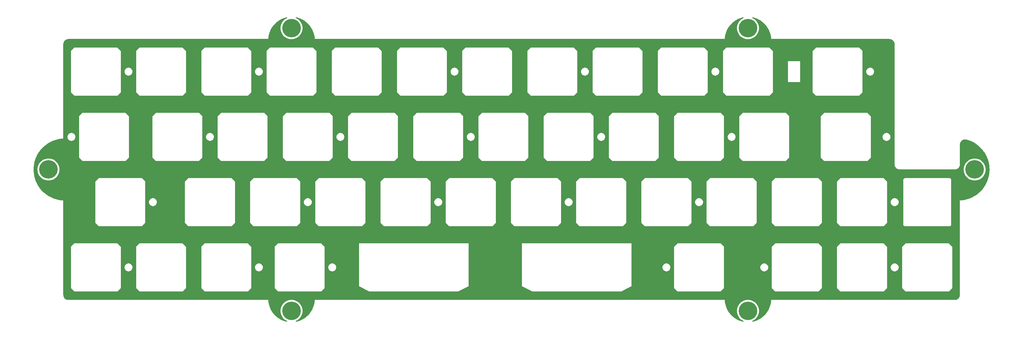
<source format=gbr>
%TF.GenerationSoftware,KiCad,Pcbnew,(7.0.0)*%
%TF.CreationDate,2024-01-20T01:23:21+01:00*%
%TF.ProjectId,plate split 2u,706c6174-6520-4737-906c-69742032752e,rev?*%
%TF.SameCoordinates,Original*%
%TF.FileFunction,Copper,L2,Bot*%
%TF.FilePolarity,Positive*%
%FSLAX46Y46*%
G04 Gerber Fmt 4.6, Leading zero omitted, Abs format (unit mm)*
G04 Created by KiCad (PCBNEW (7.0.0)) date 2024-01-20 01:23:21*
%MOMM*%
%LPD*%
G01*
G04 APERTURE LIST*
%TA.AperFunction,ComponentPad*%
%ADD10C,5.400000*%
%TD*%
G04 APERTURE END LIST*
D10*
%TO.P,,1*%
%TO.N,N/C*%
X283731249Y-80168749D03*
%TD*%
%TO.P,,1*%
%TO.N,N/C*%
X84137499Y-38893750D03*
%TD*%
%TO.P,,1*%
%TO.N,N/C*%
X217487500Y-38893751D03*
%TD*%
%TO.P,,1*%
%TO.N,N/C*%
X84137499Y-121443750D03*
%TD*%
%TO.P,,1*%
%TO.N,N/C*%
X13131250Y-80168750D03*
%TD*%
%TO.P,,1*%
%TO.N,N/C*%
X217487500Y-121443750D03*
%TD*%
%TA.AperFunction,Conductor*%
%TO.N,GND*%
G36*
X216171658Y-35737046D02*
G01*
X216223105Y-35768192D01*
X216253846Y-35819882D01*
X216256650Y-35879958D01*
X216230857Y-35934286D01*
X216182534Y-35970089D01*
X216099885Y-36004324D01*
X216096667Y-36005657D01*
X216093627Y-36007336D01*
X216093623Y-36007339D01*
X215785092Y-36177857D01*
X215785083Y-36177862D01*
X215782048Y-36179540D01*
X215779207Y-36181555D01*
X215779205Y-36181557D01*
X215491723Y-36385537D01*
X215491715Y-36385542D01*
X215488877Y-36387557D01*
X215486288Y-36389870D01*
X215486280Y-36389877D01*
X215223424Y-36624779D01*
X215223415Y-36624787D01*
X215220839Y-36627090D01*
X215218536Y-36629666D01*
X215218528Y-36629675D01*
X214983626Y-36892531D01*
X214983619Y-36892539D01*
X214981306Y-36895128D01*
X214979291Y-36897966D01*
X214979286Y-36897974D01*
X214779866Y-37179030D01*
X214773289Y-37188299D01*
X214771611Y-37191334D01*
X214771606Y-37191343D01*
X214694285Y-37331246D01*
X214599406Y-37502918D01*
X214598079Y-37506121D01*
X214598074Y-37506132D01*
X214463169Y-37831819D01*
X214463164Y-37831831D01*
X214461841Y-37835027D01*
X214460884Y-37838348D01*
X214460879Y-37838363D01*
X214363288Y-38177112D01*
X214363284Y-38177127D01*
X214362327Y-38180451D01*
X214361748Y-38183857D01*
X214361744Y-38183876D01*
X214302694Y-38531419D01*
X214302692Y-38531435D01*
X214302113Y-38534844D01*
X214281957Y-38893751D01*
X214302113Y-39252658D01*
X214302692Y-39256068D01*
X214302694Y-39256082D01*
X214361744Y-39603625D01*
X214361747Y-39603640D01*
X214362327Y-39607051D01*
X214363285Y-39610378D01*
X214363288Y-39610389D01*
X214460879Y-39949138D01*
X214460882Y-39949148D01*
X214461841Y-39952475D01*
X214463166Y-39955675D01*
X214463169Y-39955682D01*
X214595059Y-40274089D01*
X214599406Y-40284584D01*
X214601088Y-40287627D01*
X214771605Y-40596157D01*
X214773289Y-40599203D01*
X214981306Y-40892374D01*
X215220839Y-41160412D01*
X215488877Y-41399945D01*
X215782048Y-41607962D01*
X216096667Y-41781845D01*
X216428776Y-41919410D01*
X216774200Y-42018924D01*
X217128593Y-42079138D01*
X217487500Y-42099294D01*
X217846407Y-42079138D01*
X218200800Y-42018924D01*
X218546224Y-41919410D01*
X218878333Y-41781845D01*
X219192952Y-41607962D01*
X219486123Y-41399945D01*
X219754161Y-41160412D01*
X219993694Y-40892374D01*
X220201711Y-40599203D01*
X220375594Y-40284584D01*
X220513159Y-39952475D01*
X220612673Y-39607051D01*
X220672887Y-39252658D01*
X220693043Y-38893751D01*
X220672887Y-38534844D01*
X220612673Y-38180451D01*
X220513159Y-37835027D01*
X220375594Y-37502918D01*
X220201711Y-37188299D01*
X219993694Y-36895128D01*
X219754161Y-36627090D01*
X219486123Y-36387557D01*
X219192952Y-36179540D01*
X218878333Y-36005657D01*
X218849066Y-35993534D01*
X218792466Y-35970089D01*
X218744143Y-35934286D01*
X218718350Y-35879956D01*
X218721155Y-35819880D01*
X218751897Y-35768190D01*
X218803345Y-35737045D01*
X218863390Y-35733771D01*
X218872727Y-35735571D01*
X218876532Y-35736369D01*
X219138267Y-35795706D01*
X219143484Y-35797009D01*
X219368666Y-35858507D01*
X219372217Y-35859534D01*
X219629061Y-35938213D01*
X219634374Y-35939974D01*
X219854019Y-36018356D01*
X219857176Y-36019534D01*
X220107818Y-36117201D01*
X220113187Y-36119442D01*
X220325752Y-36214098D01*
X220328742Y-36215477D01*
X220571753Y-36331632D01*
X220577160Y-36334382D01*
X220781501Y-36444720D01*
X220784155Y-36446197D01*
X220850229Y-36484045D01*
X221018326Y-36580334D01*
X221023681Y-36583584D01*
X221218530Y-36708829D01*
X221220873Y-36710375D01*
X221444974Y-36861890D01*
X221450284Y-36865688D01*
X221634331Y-37004864D01*
X221636381Y-37006449D01*
X221849279Y-37174709D01*
X221854486Y-37179061D01*
X221949703Y-37263186D01*
X222026650Y-37331169D01*
X222028447Y-37332788D01*
X222228944Y-37517014D01*
X222233981Y-37521912D01*
X222393212Y-37685796D01*
X222394722Y-37687379D01*
X222581890Y-37886944D01*
X222586697Y-37892380D01*
X222731893Y-38066584D01*
X222733135Y-38068098D01*
X222906022Y-38282314D01*
X222910545Y-38288278D01*
X223040892Y-38471377D01*
X223041885Y-38472792D01*
X223199561Y-38700947D01*
X223203748Y-38707428D01*
X223318366Y-38897566D01*
X223319131Y-38898853D01*
X223460827Y-39140461D01*
X223464626Y-39147441D01*
X223562744Y-39342376D01*
X223563307Y-39343510D01*
X223688347Y-39598382D01*
X223691705Y-39605838D01*
X223772602Y-39802560D01*
X223772992Y-39803520D01*
X223880832Y-40072124D01*
X223883698Y-40080028D01*
X223946617Y-40273794D01*
X223946864Y-40274561D01*
X224037198Y-40559039D01*
X224039523Y-40567358D01*
X224083687Y-40749561D01*
X224083822Y-40750121D01*
X224156533Y-41056304D01*
X224158272Y-41064998D01*
X224182459Y-41213331D01*
X224182514Y-41213673D01*
X224238105Y-41560696D01*
X224239223Y-41569840D01*
X224268844Y-41919410D01*
X224281491Y-42068671D01*
X224281459Y-42068750D01*
X224281505Y-42068861D01*
X224281524Y-42069273D01*
X224282013Y-42069250D01*
X258845574Y-42069250D01*
X258854418Y-42069566D01*
X258919775Y-42074240D01*
X259062452Y-42085469D01*
X259079059Y-42087918D01*
X259168505Y-42107375D01*
X259170966Y-42107938D01*
X259282573Y-42134732D01*
X259296934Y-42139117D01*
X259387701Y-42172970D01*
X259391747Y-42174562D01*
X259492816Y-42216425D01*
X259504761Y-42222140D01*
X259591601Y-42269556D01*
X259596879Y-42272612D01*
X259688472Y-42328738D01*
X259697950Y-42335170D01*
X259737087Y-42364467D01*
X259777865Y-42394993D01*
X259784058Y-42399946D01*
X259865106Y-42469166D01*
X259872237Y-42475758D01*
X259943004Y-42546523D01*
X259949613Y-42553672D01*
X260018806Y-42634684D01*
X260023783Y-42640905D01*
X260083589Y-42720794D01*
X260090049Y-42730314D01*
X260146138Y-42821838D01*
X260149242Y-42827200D01*
X260196626Y-42913971D01*
X260202355Y-42925943D01*
X260244208Y-43026978D01*
X260245823Y-43031082D01*
X260279664Y-43121808D01*
X260284056Y-43136193D01*
X260310832Y-43247707D01*
X260311417Y-43250266D01*
X260311421Y-43250282D01*
X260311425Y-43250297D01*
X260330863Y-43339643D01*
X260333316Y-43356297D01*
X260344889Y-43503681D01*
X260344954Y-43504536D01*
X260349184Y-43563642D01*
X260349500Y-43572494D01*
X260349500Y-78668566D01*
X260349476Y-78668750D01*
X260349450Y-78668750D01*
X260349450Y-78668945D01*
X260349450Y-78668946D01*
X260349452Y-78771633D01*
X260349452Y-78771645D01*
X260349453Y-78776069D01*
X260350083Y-78780453D01*
X260350084Y-78780460D01*
X260379374Y-78984129D01*
X260380006Y-78988522D01*
X260381255Y-78992777D01*
X260381256Y-78992779D01*
X260439232Y-79190210D01*
X260439235Y-79190219D01*
X260440482Y-79194464D01*
X260442320Y-79198490D01*
X260442323Y-79198496D01*
X260482777Y-79287071D01*
X260529651Y-79389704D01*
X260532044Y-79393427D01*
X260643303Y-79566543D01*
X260643307Y-79566548D01*
X260645697Y-79570267D01*
X260786258Y-79732477D01*
X260948473Y-79873033D01*
X261129040Y-79989073D01*
X261324283Y-80078235D01*
X261530227Y-80138705D01*
X261742681Y-80169250D01*
X261849901Y-80169250D01*
X261850000Y-80169250D01*
X261850500Y-80169250D01*
X277899500Y-80169250D01*
X277899842Y-80169250D01*
X277900099Y-80169250D01*
X277900179Y-80169216D01*
X277900351Y-80169200D01*
X278002888Y-80169200D01*
X278007316Y-80169200D01*
X278010453Y-80168749D01*
X280525706Y-80168749D01*
X280545862Y-80527656D01*
X280546441Y-80531066D01*
X280546443Y-80531080D01*
X280605493Y-80878623D01*
X280605496Y-80878638D01*
X280606076Y-80882049D01*
X280607034Y-80885376D01*
X280607037Y-80885387D01*
X280704628Y-81224136D01*
X280704631Y-81224146D01*
X280705590Y-81227473D01*
X280706915Y-81230673D01*
X280706918Y-81230680D01*
X280841823Y-81556367D01*
X280841825Y-81556371D01*
X280843155Y-81559582D01*
X281017038Y-81874201D01*
X281225055Y-82167372D01*
X281464588Y-82435410D01*
X281732626Y-82674943D01*
X282025797Y-82882960D01*
X282340416Y-83056843D01*
X282672525Y-83194408D01*
X283017949Y-83293922D01*
X283372342Y-83354136D01*
X283731249Y-83374292D01*
X284090156Y-83354136D01*
X284444549Y-83293922D01*
X284789973Y-83194408D01*
X285122082Y-83056843D01*
X285436701Y-82882960D01*
X285729872Y-82674943D01*
X285997910Y-82435410D01*
X286237443Y-82167372D01*
X286445460Y-81874201D01*
X286619343Y-81559582D01*
X286756908Y-81227473D01*
X286856422Y-80882049D01*
X286916636Y-80527656D01*
X286936792Y-80168749D01*
X286916636Y-79809842D01*
X286856422Y-79455449D01*
X286756908Y-79110025D01*
X286619343Y-78777916D01*
X286445460Y-78463297D01*
X286237443Y-78170126D01*
X285997910Y-77902088D01*
X285729872Y-77662555D01*
X285436701Y-77454538D01*
X285122082Y-77280655D01*
X285118869Y-77279324D01*
X285118867Y-77279323D01*
X284793180Y-77144418D01*
X284793173Y-77144415D01*
X284789973Y-77143090D01*
X284786646Y-77142131D01*
X284786636Y-77142128D01*
X284447887Y-77044537D01*
X284447876Y-77044534D01*
X284444549Y-77043576D01*
X284441138Y-77042996D01*
X284441123Y-77042993D01*
X284093580Y-76983943D01*
X284093566Y-76983941D01*
X284090156Y-76983362D01*
X284086692Y-76983167D01*
X284086688Y-76983167D01*
X283734721Y-76963401D01*
X283731249Y-76963206D01*
X283727777Y-76963401D01*
X283375809Y-76983167D01*
X283375803Y-76983167D01*
X283372342Y-76983362D01*
X283368933Y-76983941D01*
X283368917Y-76983943D01*
X283021374Y-77042993D01*
X283021355Y-77042997D01*
X283017949Y-77043576D01*
X283014625Y-77044533D01*
X283014610Y-77044537D01*
X282675861Y-77142128D01*
X282675846Y-77142133D01*
X282672525Y-77143090D01*
X282669329Y-77144413D01*
X282669317Y-77144418D01*
X282343630Y-77279323D01*
X282343619Y-77279328D01*
X282340416Y-77280655D01*
X282337376Y-77282334D01*
X282337372Y-77282337D01*
X282028841Y-77452855D01*
X282028832Y-77452860D01*
X282025797Y-77454538D01*
X282022956Y-77456553D01*
X282022954Y-77456555D01*
X281735472Y-77660535D01*
X281735471Y-77660536D01*
X281732626Y-77662555D01*
X281730037Y-77664868D01*
X281730029Y-77664875D01*
X281467173Y-77899777D01*
X281467164Y-77899785D01*
X281464588Y-77902088D01*
X281462285Y-77904664D01*
X281462277Y-77904673D01*
X281227375Y-78167529D01*
X281227368Y-78167537D01*
X281225055Y-78170126D01*
X281223040Y-78172964D01*
X281223035Y-78172972D01*
X281019055Y-78460454D01*
X281019053Y-78460456D01*
X281017038Y-78463297D01*
X281015360Y-78466332D01*
X281015355Y-78466341D01*
X280903385Y-78668937D01*
X280843155Y-78777916D01*
X280841828Y-78781119D01*
X280841823Y-78781130D01*
X280706918Y-79106817D01*
X280706918Y-79106818D01*
X280705590Y-79110025D01*
X280704633Y-79113346D01*
X280704628Y-79113361D01*
X280607037Y-79452110D01*
X280607033Y-79452125D01*
X280606076Y-79455449D01*
X280605497Y-79458855D01*
X280605493Y-79458874D01*
X280546443Y-79806417D01*
X280546441Y-79806433D01*
X280545862Y-79809842D01*
X280545667Y-79813303D01*
X280545667Y-79813309D01*
X280530792Y-80078188D01*
X280525706Y-80168749D01*
X278010453Y-80168749D01*
X278219762Y-80138656D01*
X278425700Y-80078188D01*
X278620936Y-79989029D01*
X278801497Y-79872993D01*
X278963706Y-79732442D01*
X279104263Y-79570237D01*
X279220305Y-79389680D01*
X279309471Y-79194447D01*
X279369945Y-78988511D01*
X279400497Y-78776066D01*
X279400500Y-78668750D01*
X279400500Y-78668250D01*
X279400500Y-72869526D01*
X279400856Y-72860134D01*
X279401892Y-72846500D01*
X279405955Y-72793003D01*
X279405995Y-72792508D01*
X279418640Y-72639987D01*
X279421406Y-72622296D01*
X279443060Y-72528758D01*
X279443607Y-72526504D01*
X279473621Y-72408059D01*
X279478626Y-72392631D01*
X279516322Y-72298023D01*
X279517959Y-72294113D01*
X279522287Y-72284253D01*
X279564635Y-72187779D01*
X279571229Y-72174870D01*
X279623979Y-72085012D01*
X279627113Y-72079960D01*
X279689394Y-71984711D01*
X279696923Y-71974401D01*
X279763356Y-71892670D01*
X279768340Y-71886913D01*
X279844793Y-71803946D01*
X279852648Y-71796154D01*
X279930972Y-71725122D01*
X279938112Y-71719123D01*
X280026991Y-71650032D01*
X280034546Y-71644606D01*
X280122748Y-71586195D01*
X280132220Y-71580515D01*
X280231489Y-71526887D01*
X280238270Y-71523491D01*
X280333869Y-71479268D01*
X280345730Y-71474509D01*
X280453414Y-71437642D01*
X280459042Y-71435865D01*
X280559173Y-71406899D01*
X280573291Y-71403698D01*
X280687889Y-71384687D01*
X280691991Y-71384079D01*
X280793055Y-71370874D01*
X280809202Y-71369832D01*
X280931393Y-71369962D01*
X280933652Y-71369988D01*
X281029712Y-71372077D01*
X281047546Y-71373762D01*
X281200498Y-71399483D01*
X281200770Y-71399530D01*
X281263123Y-71410453D01*
X281276166Y-71413473D01*
X281828693Y-71573354D01*
X281836326Y-71575834D01*
X282232338Y-71718820D01*
X282232577Y-71718967D01*
X282232595Y-71718913D01*
X282232870Y-71719012D01*
X282385164Y-71774391D01*
X282392355Y-71777264D01*
X282734694Y-71926598D01*
X282928034Y-72011804D01*
X282934810Y-72015041D01*
X283248083Y-72176610D01*
X283248646Y-72176902D01*
X283454141Y-72284261D01*
X283460541Y-72287851D01*
X283753131Y-72463634D01*
X283753220Y-72463688D01*
X283961265Y-72590607D01*
X283967270Y-72594514D01*
X284241547Y-72784512D01*
X284242336Y-72785064D01*
X284347191Y-72858993D01*
X284425475Y-72914189D01*
X284447197Y-72929504D01*
X284452787Y-72933687D01*
X284643598Y-73085062D01*
X284710201Y-73137900D01*
X284711149Y-73138660D01*
X284909859Y-73299499D01*
X284915034Y-73303928D01*
X285085737Y-73458389D01*
X285156014Y-73521979D01*
X285157048Y-73522925D01*
X285347279Y-73699009D01*
X285352027Y-73703646D01*
X285576466Y-73934885D01*
X285577565Y-73936032D01*
X285757569Y-74126309D01*
X285761878Y-74131108D01*
X285969487Y-74374785D01*
X285970614Y-74376127D01*
X286138973Y-74579568D01*
X286142818Y-74584459D01*
X286283947Y-74773689D01*
X286333230Y-74839769D01*
X286334391Y-74841352D01*
X286489827Y-75056799D01*
X286493260Y-75061812D01*
X286665974Y-75327756D01*
X286667129Y-75329569D01*
X286808664Y-75556003D01*
X286811665Y-75561068D01*
X286870755Y-75666420D01*
X286966271Y-75836720D01*
X286967334Y-75838658D01*
X287033516Y-75962049D01*
X287094093Y-76074993D01*
X287096671Y-76080078D01*
X287232689Y-76364323D01*
X287233755Y-76366610D01*
X287344888Y-76611533D01*
X287347055Y-76616604D01*
X287464086Y-76908350D01*
X287465068Y-76910877D01*
X287560004Y-77163383D01*
X287561771Y-77168410D01*
X287659461Y-77466535D01*
X287660331Y-77469299D01*
X287738475Y-77728057D01*
X287739859Y-77733008D01*
X287817924Y-78036427D01*
X287818655Y-78039423D01*
X287879567Y-78303191D01*
X287880585Y-78308040D01*
X287938758Y-78615506D01*
X287939324Y-78618728D01*
X287982675Y-78886319D01*
X287983347Y-78891038D01*
X288021445Y-79201346D01*
X288021818Y-79204785D01*
X288047360Y-79474929D01*
X288047707Y-79479496D01*
X288065606Y-79791358D01*
X288065762Y-79795000D01*
X288073346Y-80066467D01*
X288073391Y-80070860D01*
X288071049Y-80383104D01*
X288070961Y-80386936D01*
X288060528Y-80658429D01*
X288060295Y-80662628D01*
X288037736Y-80973976D01*
X288037380Y-80977980D01*
X288008971Y-81248207D01*
X288008486Y-81252197D01*
X287965805Y-81561405D01*
X287965160Y-81565561D01*
X287918899Y-81833316D01*
X287918188Y-81837083D01*
X287855544Y-82142977D01*
X287854586Y-82147264D01*
X287790722Y-82411176D01*
X287789813Y-82414706D01*
X287707439Y-82716064D01*
X287706150Y-82720460D01*
X287624973Y-82979421D01*
X287623892Y-82982706D01*
X287522112Y-83278253D01*
X287520474Y-83282729D01*
X287422415Y-83535470D01*
X287421191Y-83538505D01*
X287300341Y-83827164D01*
X287298337Y-83831694D01*
X287183918Y-84076995D01*
X287182580Y-84079774D01*
X287043107Y-84360350D01*
X287040724Y-84364905D01*
X286910479Y-84601751D01*
X286909052Y-84604274D01*
X286751483Y-84875588D01*
X286748710Y-84880136D01*
X286603385Y-85107303D01*
X286601899Y-85109571D01*
X286426722Y-85370646D01*
X286423548Y-85375156D01*
X286263907Y-85591617D01*
X286262388Y-85593633D01*
X286070221Y-85843388D01*
X286066641Y-85847826D01*
X285893584Y-86052536D01*
X285892059Y-86054306D01*
X285683506Y-86291782D01*
X285679516Y-86296113D01*
X285494007Y-86488138D01*
X285492501Y-86489671D01*
X285268255Y-86713883D01*
X285263854Y-86718073D01*
X285067003Y-86896490D01*
X285065538Y-86897796D01*
X284826199Y-87107918D01*
X284821391Y-87111929D01*
X284614480Y-87275849D01*
X284613079Y-87276942D01*
X284359303Y-87472138D01*
X284354091Y-87475936D01*
X284138495Y-87624588D01*
X284137181Y-87625482D01*
X283869500Y-87805030D01*
X283863891Y-87808578D01*
X283641234Y-87941229D01*
X283640026Y-87941939D01*
X283358951Y-88105116D01*
X283352959Y-88108378D01*
X283125291Y-88224303D01*
X283124204Y-88224850D01*
X282829797Y-88371139D01*
X282823434Y-88374079D01*
X282593177Y-88472687D01*
X282592231Y-88473088D01*
X282284371Y-88601920D01*
X282277653Y-88604505D01*
X282048269Y-88685203D01*
X282047475Y-88685479D01*
X281724952Y-88796492D01*
X281717902Y-88798686D01*
X281494744Y-88860915D01*
X281494113Y-88861089D01*
X281153999Y-88953999D01*
X281146639Y-88955770D01*
X280940253Y-88998812D01*
X280939795Y-88998907D01*
X280573913Y-89073774D01*
X280566269Y-89075090D01*
X280405912Y-89097569D01*
X280405634Y-89097608D01*
X279988172Y-89155163D01*
X279980178Y-89156002D01*
X279416016Y-89196789D01*
X279416010Y-89196790D01*
X279400081Y-89197942D01*
X279400000Y-89197909D01*
X279399892Y-89197953D01*
X279399481Y-89197970D01*
X279399500Y-89198457D01*
X279399500Y-89216983D01*
X279399500Y-116764315D01*
X279399184Y-116773167D01*
X279394543Y-116838016D01*
X279394476Y-116838897D01*
X279383273Y-116981186D01*
X279380821Y-116997816D01*
X279361382Y-117087159D01*
X279360790Y-117089746D01*
X279334009Y-117201286D01*
X279329617Y-117215672D01*
X279295773Y-117306405D01*
X279294152Y-117310525D01*
X279252314Y-117411523D01*
X279246585Y-117423496D01*
X279199186Y-117510296D01*
X279196081Y-117515659D01*
X279140012Y-117607151D01*
X279133552Y-117616671D01*
X279073746Y-117696559D01*
X279068769Y-117702781D01*
X278999564Y-117783806D01*
X278992956Y-117790954D01*
X278922222Y-117861687D01*
X278915071Y-117868296D01*
X278834037Y-117937504D01*
X278827816Y-117942481D01*
X278747934Y-118002278D01*
X278738414Y-118008738D01*
X278646912Y-118064809D01*
X278641547Y-118067915D01*
X278554745Y-118115310D01*
X278542773Y-118121037D01*
X278441789Y-118162865D01*
X278437671Y-118164486D01*
X278346927Y-118198332D01*
X278332539Y-118202724D01*
X278221010Y-118229499D01*
X278218421Y-118230091D01*
X278129036Y-118249535D01*
X278112434Y-118251985D01*
X277974787Y-118262847D01*
X277973880Y-118262915D01*
X277906726Y-118267718D01*
X277903718Y-118267934D01*
X277894872Y-118268250D01*
X224282013Y-118268250D01*
X224281524Y-118268227D01*
X224281505Y-118268638D01*
X224281459Y-118268750D01*
X224281491Y-118268828D01*
X224280071Y-118285579D01*
X224280071Y-118285582D01*
X224239223Y-118767659D01*
X224238105Y-118776803D01*
X224182514Y-119123826D01*
X224182459Y-119124168D01*
X224158272Y-119272500D01*
X224156533Y-119281194D01*
X224083822Y-119587377D01*
X224083687Y-119587937D01*
X224039523Y-119770140D01*
X224037198Y-119778459D01*
X223946864Y-120062937D01*
X223946617Y-120063704D01*
X223883698Y-120257470D01*
X223880832Y-120265374D01*
X223772992Y-120533978D01*
X223772602Y-120534938D01*
X223691705Y-120731660D01*
X223688347Y-120739116D01*
X223563307Y-120993988D01*
X223562744Y-120995122D01*
X223464626Y-121190057D01*
X223460827Y-121197037D01*
X223319131Y-121438645D01*
X223318366Y-121439932D01*
X223203748Y-121630070D01*
X223199561Y-121636551D01*
X223041885Y-121864706D01*
X223040892Y-121866121D01*
X222910545Y-122049220D01*
X222906022Y-122055184D01*
X222733135Y-122269400D01*
X222731893Y-122270914D01*
X222586697Y-122445118D01*
X222581890Y-122450554D01*
X222394722Y-122650119D01*
X222393212Y-122651702D01*
X222233981Y-122815586D01*
X222228944Y-122820484D01*
X222028447Y-123004710D01*
X222026650Y-123006329D01*
X221854493Y-123158431D01*
X221849279Y-123162789D01*
X221636381Y-123331049D01*
X221634286Y-123332669D01*
X221450314Y-123471788D01*
X221444974Y-123475608D01*
X221220873Y-123627123D01*
X221218470Y-123628708D01*
X221023728Y-123753885D01*
X221018312Y-123757173D01*
X220784155Y-123891301D01*
X220781438Y-123892813D01*
X220577194Y-124003099D01*
X220571753Y-124005866D01*
X220328785Y-124122001D01*
X220325752Y-124123400D01*
X220113187Y-124218056D01*
X220107767Y-124220318D01*
X219857282Y-124317924D01*
X219853936Y-124319173D01*
X219634395Y-124397517D01*
X219629038Y-124399292D01*
X219372266Y-124477949D01*
X219368615Y-124479006D01*
X219143501Y-124540484D01*
X219138249Y-124541796D01*
X218876588Y-124601117D01*
X218872646Y-124601944D01*
X218863403Y-124603726D01*
X218803352Y-124600450D01*
X218751904Y-124569304D01*
X218721163Y-124517614D01*
X218718359Y-124457538D01*
X218744153Y-124403209D01*
X218792474Y-124367407D01*
X218878333Y-124331844D01*
X219192952Y-124157961D01*
X219486123Y-123949944D01*
X219754161Y-123710411D01*
X219993694Y-123442373D01*
X220201711Y-123149202D01*
X220375594Y-122834583D01*
X220513159Y-122502474D01*
X220612673Y-122157050D01*
X220672887Y-121802657D01*
X220693043Y-121443750D01*
X220672887Y-121084843D01*
X220612673Y-120730450D01*
X220513159Y-120385026D01*
X220375594Y-120052917D01*
X220201711Y-119738298D01*
X219993694Y-119445127D01*
X219754161Y-119177089D01*
X219486123Y-118937556D01*
X219192952Y-118729539D01*
X218878333Y-118555656D01*
X218875122Y-118554326D01*
X218875118Y-118554324D01*
X218549431Y-118419419D01*
X218549424Y-118419416D01*
X218546224Y-118418091D01*
X218542897Y-118417132D01*
X218542887Y-118417129D01*
X218204138Y-118319538D01*
X218204127Y-118319535D01*
X218200800Y-118318577D01*
X218197389Y-118317997D01*
X218197374Y-118317994D01*
X217849831Y-118258944D01*
X217849817Y-118258942D01*
X217846407Y-118258363D01*
X217842943Y-118258168D01*
X217842939Y-118258168D01*
X217511192Y-118239537D01*
X217487500Y-118238207D01*
X217467471Y-118239331D01*
X217132060Y-118258168D01*
X217132054Y-118258168D01*
X217128593Y-118258363D01*
X217125184Y-118258942D01*
X217125168Y-118258944D01*
X216777625Y-118317994D01*
X216777606Y-118317998D01*
X216774200Y-118318577D01*
X216770876Y-118319534D01*
X216770861Y-118319538D01*
X216432112Y-118417129D01*
X216432097Y-118417134D01*
X216428776Y-118418091D01*
X216425580Y-118419414D01*
X216425568Y-118419419D01*
X216099881Y-118554324D01*
X216099870Y-118554329D01*
X216096667Y-118555656D01*
X216093627Y-118557335D01*
X216093623Y-118557338D01*
X215785092Y-118727856D01*
X215785083Y-118727861D01*
X215782048Y-118729539D01*
X215779207Y-118731554D01*
X215779205Y-118731556D01*
X215491723Y-118935536D01*
X215491715Y-118935541D01*
X215488877Y-118937556D01*
X215486288Y-118939869D01*
X215486280Y-118939876D01*
X215223424Y-119174778D01*
X215223415Y-119174786D01*
X215220839Y-119177089D01*
X215218536Y-119179665D01*
X215218528Y-119179674D01*
X214983626Y-119442530D01*
X214983619Y-119442538D01*
X214981306Y-119445127D01*
X214979291Y-119447965D01*
X214979286Y-119447973D01*
X214879976Y-119587937D01*
X214773289Y-119738298D01*
X214771611Y-119741333D01*
X214771606Y-119741342D01*
X214624872Y-120006839D01*
X214599406Y-120052917D01*
X214598079Y-120056120D01*
X214598074Y-120056131D01*
X214463169Y-120381818D01*
X214463164Y-120381830D01*
X214461841Y-120385026D01*
X214460884Y-120388347D01*
X214460879Y-120388362D01*
X214363288Y-120727111D01*
X214363284Y-120727126D01*
X214362327Y-120730450D01*
X214361748Y-120733856D01*
X214361744Y-120733875D01*
X214302694Y-121081418D01*
X214302692Y-121081434D01*
X214302113Y-121084843D01*
X214281957Y-121443750D01*
X214282152Y-121447222D01*
X214292784Y-121636551D01*
X214302113Y-121802657D01*
X214302692Y-121806067D01*
X214302694Y-121806081D01*
X214361744Y-122153624D01*
X214361747Y-122153639D01*
X214362327Y-122157050D01*
X214363285Y-122160377D01*
X214363288Y-122160388D01*
X214460879Y-122499137D01*
X214460882Y-122499147D01*
X214461841Y-122502474D01*
X214463166Y-122505674D01*
X214463169Y-122505681D01*
X214591537Y-122815586D01*
X214599406Y-122834583D01*
X214773289Y-123149202D01*
X214981306Y-123442373D01*
X215220839Y-123710411D01*
X215488877Y-123949944D01*
X215782048Y-124157961D01*
X216096667Y-124331844D01*
X216182525Y-124367407D01*
X216230846Y-124403208D01*
X216256640Y-124457536D01*
X216253838Y-124517611D01*
X216223098Y-124569302D01*
X216171652Y-124600449D01*
X216111602Y-124603727D01*
X216102357Y-124601945D01*
X216098410Y-124601117D01*
X215836749Y-124541796D01*
X215831497Y-124540484D01*
X215606383Y-124479006D01*
X215602732Y-124477949D01*
X215345960Y-124399292D01*
X215340603Y-124397517D01*
X215121062Y-124319173D01*
X215117746Y-124317935D01*
X214867224Y-124220315D01*
X214861811Y-124218056D01*
X214649246Y-124123400D01*
X214646213Y-124122001D01*
X214403245Y-124005866D01*
X214397804Y-124003099D01*
X214303103Y-123951963D01*
X214193552Y-123892808D01*
X214190843Y-123891301D01*
X213956686Y-123757173D01*
X213951296Y-123753901D01*
X213756510Y-123628696D01*
X213754125Y-123627123D01*
X213530024Y-123475608D01*
X213524701Y-123471800D01*
X213340695Y-123332656D01*
X213338617Y-123331049D01*
X213125719Y-123162789D01*
X213120505Y-123158431D01*
X212948348Y-123006329D01*
X212946551Y-123004710D01*
X212746054Y-122820484D01*
X212741017Y-122815586D01*
X212581786Y-122651702D01*
X212580276Y-122650119D01*
X212393108Y-122450554D01*
X212388313Y-122445132D01*
X212243079Y-122270883D01*
X212241863Y-122269400D01*
X212068976Y-122055184D01*
X212064453Y-122049220D01*
X212039225Y-122013782D01*
X211934048Y-121866038D01*
X211933168Y-121864784D01*
X211775437Y-121636551D01*
X211771250Y-121630070D01*
X211656632Y-121439932D01*
X211655867Y-121438645D01*
X211514171Y-121197037D01*
X211510372Y-121190057D01*
X211412254Y-120995122D01*
X211411691Y-120993988D01*
X211286651Y-120739116D01*
X211283293Y-120731660D01*
X211202396Y-120534938D01*
X211202069Y-120534134D01*
X211094159Y-120265355D01*
X211091300Y-120257470D01*
X211028381Y-120063704D01*
X211028191Y-120063114D01*
X210937789Y-119778420D01*
X210935482Y-119770165D01*
X210891223Y-119587572D01*
X210818463Y-119281187D01*
X210816726Y-119272499D01*
X210800792Y-119174778D01*
X210792520Y-119124040D01*
X210736892Y-118776793D01*
X210735776Y-118767659D01*
X210732403Y-118727856D01*
X210693508Y-118268828D01*
X210693541Y-118268750D01*
X210693494Y-118268638D01*
X210693476Y-118268227D01*
X210692987Y-118268250D01*
X90932013Y-118268250D01*
X90931524Y-118268227D01*
X90931505Y-118268638D01*
X90931459Y-118268750D01*
X90931491Y-118268828D01*
X90930071Y-118285579D01*
X90930071Y-118285582D01*
X90889223Y-118767659D01*
X90888105Y-118776803D01*
X90832514Y-119123826D01*
X90832459Y-119124168D01*
X90808272Y-119272500D01*
X90806533Y-119281194D01*
X90733822Y-119587377D01*
X90733687Y-119587937D01*
X90689523Y-119770140D01*
X90687198Y-119778459D01*
X90596864Y-120062937D01*
X90596617Y-120063704D01*
X90533698Y-120257470D01*
X90530832Y-120265374D01*
X90422992Y-120533978D01*
X90422602Y-120534938D01*
X90341705Y-120731660D01*
X90338347Y-120739116D01*
X90213307Y-120993988D01*
X90212744Y-120995122D01*
X90114626Y-121190057D01*
X90110827Y-121197037D01*
X89969131Y-121438645D01*
X89968366Y-121439932D01*
X89853748Y-121630070D01*
X89849561Y-121636551D01*
X89691885Y-121864706D01*
X89690892Y-121866121D01*
X89560545Y-122049220D01*
X89556022Y-122055184D01*
X89383135Y-122269400D01*
X89381893Y-122270914D01*
X89236697Y-122445118D01*
X89231890Y-122450554D01*
X89044722Y-122650119D01*
X89043212Y-122651702D01*
X88883981Y-122815586D01*
X88878944Y-122820484D01*
X88678447Y-123004710D01*
X88676650Y-123006329D01*
X88504493Y-123158431D01*
X88499279Y-123162789D01*
X88286381Y-123331049D01*
X88284286Y-123332669D01*
X88100314Y-123471788D01*
X88094974Y-123475608D01*
X87870873Y-123627123D01*
X87868470Y-123628708D01*
X87673728Y-123753885D01*
X87668312Y-123757173D01*
X87434155Y-123891301D01*
X87431438Y-123892813D01*
X87227194Y-124003099D01*
X87221753Y-124005866D01*
X86978785Y-124122001D01*
X86975752Y-124123400D01*
X86763187Y-124218056D01*
X86757767Y-124220318D01*
X86507282Y-124317924D01*
X86503936Y-124319173D01*
X86284395Y-124397517D01*
X86279038Y-124399292D01*
X86022266Y-124477949D01*
X86018615Y-124479006D01*
X85793501Y-124540484D01*
X85788249Y-124541796D01*
X85526588Y-124601117D01*
X85522641Y-124601945D01*
X85513396Y-124603727D01*
X85453345Y-124600449D01*
X85401900Y-124569302D01*
X85371160Y-124517611D01*
X85368358Y-124457536D01*
X85394152Y-124403208D01*
X85442473Y-124367407D01*
X85528332Y-124331844D01*
X85842951Y-124157961D01*
X86136122Y-123949944D01*
X86404160Y-123710411D01*
X86643693Y-123442373D01*
X86851710Y-123149202D01*
X87025593Y-122834583D01*
X87163158Y-122502474D01*
X87262672Y-122157050D01*
X87322886Y-121802657D01*
X87343042Y-121443750D01*
X87322886Y-121084843D01*
X87262672Y-120730450D01*
X87163158Y-120385026D01*
X87025593Y-120052917D01*
X86851710Y-119738298D01*
X86643693Y-119445127D01*
X86404160Y-119177089D01*
X86136122Y-118937556D01*
X85842951Y-118729539D01*
X85528332Y-118555656D01*
X85525121Y-118554326D01*
X85525117Y-118554324D01*
X85199430Y-118419419D01*
X85199423Y-118419416D01*
X85196223Y-118418091D01*
X85192896Y-118417132D01*
X85192886Y-118417129D01*
X84854137Y-118319538D01*
X84854126Y-118319535D01*
X84850799Y-118318577D01*
X84847388Y-118317997D01*
X84847373Y-118317994D01*
X84499830Y-118258944D01*
X84499816Y-118258942D01*
X84496406Y-118258363D01*
X84492942Y-118258168D01*
X84492938Y-118258168D01*
X84161191Y-118239537D01*
X84137499Y-118238207D01*
X84117470Y-118239331D01*
X83782059Y-118258168D01*
X83782053Y-118258168D01*
X83778592Y-118258363D01*
X83775183Y-118258942D01*
X83775167Y-118258944D01*
X83427624Y-118317994D01*
X83427605Y-118317998D01*
X83424199Y-118318577D01*
X83420875Y-118319534D01*
X83420860Y-118319538D01*
X83082111Y-118417129D01*
X83082096Y-118417134D01*
X83078775Y-118418091D01*
X83075579Y-118419414D01*
X83075567Y-118419419D01*
X82749880Y-118554324D01*
X82749869Y-118554329D01*
X82746666Y-118555656D01*
X82743626Y-118557335D01*
X82743622Y-118557338D01*
X82435091Y-118727856D01*
X82435082Y-118727861D01*
X82432047Y-118729539D01*
X82429206Y-118731554D01*
X82429204Y-118731556D01*
X82141722Y-118935536D01*
X82141714Y-118935541D01*
X82138876Y-118937556D01*
X82136287Y-118939869D01*
X82136279Y-118939876D01*
X81873423Y-119174778D01*
X81873414Y-119174786D01*
X81870838Y-119177089D01*
X81868535Y-119179665D01*
X81868527Y-119179674D01*
X81633625Y-119442530D01*
X81633618Y-119442538D01*
X81631305Y-119445127D01*
X81629290Y-119447965D01*
X81629285Y-119447973D01*
X81529975Y-119587937D01*
X81423288Y-119738298D01*
X81421610Y-119741333D01*
X81421605Y-119741342D01*
X81274871Y-120006839D01*
X81249405Y-120052917D01*
X81248078Y-120056120D01*
X81248073Y-120056131D01*
X81113168Y-120381818D01*
X81113163Y-120381830D01*
X81111840Y-120385026D01*
X81110883Y-120388347D01*
X81110878Y-120388362D01*
X81013287Y-120727111D01*
X81013283Y-120727126D01*
X81012326Y-120730450D01*
X81011747Y-120733856D01*
X81011743Y-120733875D01*
X80952693Y-121081418D01*
X80952691Y-121081434D01*
X80952112Y-121084843D01*
X80931956Y-121443750D01*
X80932151Y-121447222D01*
X80942783Y-121636551D01*
X80952112Y-121802657D01*
X80952691Y-121806067D01*
X80952693Y-121806081D01*
X81011743Y-122153624D01*
X81011746Y-122153639D01*
X81012326Y-122157050D01*
X81013284Y-122160377D01*
X81013287Y-122160388D01*
X81110878Y-122499137D01*
X81110881Y-122499147D01*
X81111840Y-122502474D01*
X81113165Y-122505674D01*
X81113168Y-122505681D01*
X81241536Y-122815586D01*
X81249405Y-122834583D01*
X81423288Y-123149202D01*
X81631305Y-123442373D01*
X81870838Y-123710411D01*
X82138876Y-123949944D01*
X82432047Y-124157961D01*
X82746666Y-124331844D01*
X82749887Y-124333178D01*
X82832522Y-124367407D01*
X82880845Y-124403209D01*
X82906639Y-124457538D01*
X82903835Y-124517614D01*
X82873094Y-124569304D01*
X82821646Y-124600450D01*
X82761595Y-124603725D01*
X82752356Y-124601944D01*
X82748410Y-124601117D01*
X82486749Y-124541796D01*
X82481497Y-124540484D01*
X82256383Y-124479006D01*
X82252732Y-124477949D01*
X81995960Y-124399292D01*
X81990603Y-124397517D01*
X81771062Y-124319173D01*
X81767746Y-124317935D01*
X81517224Y-124220315D01*
X81511811Y-124218056D01*
X81299246Y-124123400D01*
X81296213Y-124122001D01*
X81053245Y-124005866D01*
X81047804Y-124003099D01*
X80953103Y-123951963D01*
X80843552Y-123892808D01*
X80840843Y-123891301D01*
X80606686Y-123757173D01*
X80601296Y-123753901D01*
X80406510Y-123628696D01*
X80404125Y-123627123D01*
X80180024Y-123475608D01*
X80174701Y-123471800D01*
X79990695Y-123332656D01*
X79988617Y-123331049D01*
X79775719Y-123162789D01*
X79770505Y-123158431D01*
X79598348Y-123006329D01*
X79596551Y-123004710D01*
X79396054Y-122820484D01*
X79391017Y-122815586D01*
X79231786Y-122651702D01*
X79230276Y-122650119D01*
X79043108Y-122450554D01*
X79038313Y-122445132D01*
X78893079Y-122270883D01*
X78891863Y-122269400D01*
X78718976Y-122055184D01*
X78714453Y-122049220D01*
X78689225Y-122013782D01*
X78584048Y-121866038D01*
X78583168Y-121864784D01*
X78425437Y-121636551D01*
X78421250Y-121630070D01*
X78306632Y-121439932D01*
X78305867Y-121438645D01*
X78164171Y-121197037D01*
X78160372Y-121190057D01*
X78062254Y-120995122D01*
X78061691Y-120993988D01*
X77936651Y-120739116D01*
X77933293Y-120731660D01*
X77852396Y-120534938D01*
X77852069Y-120534134D01*
X77744159Y-120265355D01*
X77741300Y-120257470D01*
X77678381Y-120063704D01*
X77678191Y-120063114D01*
X77587789Y-119778420D01*
X77585482Y-119770165D01*
X77541223Y-119587572D01*
X77468463Y-119281187D01*
X77466726Y-119272499D01*
X77450792Y-119174778D01*
X77442520Y-119124040D01*
X77386892Y-118776793D01*
X77385776Y-118767659D01*
X77382403Y-118727856D01*
X77343508Y-118268828D01*
X77343541Y-118268750D01*
X77343494Y-118268638D01*
X77343476Y-118268227D01*
X77342987Y-118268250D01*
X18966928Y-118268250D01*
X18958083Y-118267934D01*
X18949066Y-118267289D01*
X18893315Y-118263301D01*
X18892434Y-118263235D01*
X18750057Y-118252030D01*
X18733429Y-118249578D01*
X18644071Y-118230140D01*
X18641481Y-118229548D01*
X18529937Y-118202769D01*
X18515551Y-118198377D01*
X18424834Y-118164542D01*
X18420716Y-118162922D01*
X18319697Y-118121080D01*
X18307723Y-118115351D01*
X18220926Y-118067958D01*
X18215595Y-118064872D01*
X18124037Y-118008767D01*
X18114541Y-118002323D01*
X18034633Y-117942505D01*
X18028434Y-117937546D01*
X17947390Y-117868331D01*
X17940261Y-117861740D01*
X17869494Y-117790975D01*
X17862892Y-117783833D01*
X17793689Y-117702811D01*
X17788715Y-117696593D01*
X17728909Y-117616704D01*
X17722449Y-117607184D01*
X17666360Y-117515660D01*
X17663256Y-117510298D01*
X17651997Y-117489680D01*
X17615866Y-117423516D01*
X17610151Y-117411572D01*
X17568267Y-117310462D01*
X17566696Y-117306471D01*
X17532830Y-117215678D01*
X17528446Y-117201318D01*
X17501645Y-117089701D01*
X17501087Y-117087260D01*
X17481632Y-116997837D01*
X17479182Y-116981209D01*
X17467567Y-116833284D01*
X17463316Y-116773869D01*
X17463000Y-116765022D01*
X17463000Y-114743750D01*
X19686958Y-114743750D01*
X19687076Y-114744033D01*
X19687117Y-114744133D01*
X19687215Y-114744173D01*
X20687075Y-115744032D01*
X20687117Y-115744133D01*
X20687217Y-115744174D01*
X20687500Y-115744292D01*
X20687601Y-115744250D01*
X33287399Y-115744250D01*
X33287500Y-115744292D01*
X33287784Y-115744174D01*
X33287784Y-115744173D01*
X33287883Y-115744133D01*
X33287923Y-115744034D01*
X34287782Y-114744174D01*
X34287883Y-114744133D01*
X34287940Y-114743993D01*
X34288042Y-114743750D01*
X38736958Y-114743750D01*
X38737076Y-114744033D01*
X38737117Y-114744133D01*
X38737215Y-114744173D01*
X39737075Y-115744032D01*
X39737117Y-115744133D01*
X39737217Y-115744174D01*
X39737500Y-115744292D01*
X39737601Y-115744250D01*
X52337399Y-115744250D01*
X52337500Y-115744292D01*
X52337784Y-115744174D01*
X52337784Y-115744173D01*
X52337883Y-115744133D01*
X52337923Y-115744034D01*
X53337782Y-114744174D01*
X53337883Y-114744133D01*
X53337940Y-114743993D01*
X53338042Y-114743750D01*
X57786958Y-114743750D01*
X57787076Y-114744033D01*
X57787117Y-114744133D01*
X57787215Y-114744173D01*
X58787075Y-115744032D01*
X58787117Y-115744133D01*
X58787217Y-115744174D01*
X58787500Y-115744292D01*
X58787601Y-115744250D01*
X71387399Y-115744250D01*
X71387500Y-115744292D01*
X71387784Y-115744174D01*
X71387784Y-115744173D01*
X71387883Y-115744133D01*
X71387923Y-115744034D01*
X72387782Y-114744174D01*
X72387883Y-114744133D01*
X72387940Y-114743993D01*
X72388042Y-114743750D01*
X79218208Y-114743750D01*
X79218326Y-114744033D01*
X79218367Y-114744133D01*
X79218465Y-114744173D01*
X80218325Y-115744032D01*
X80218367Y-115744133D01*
X80218467Y-115744174D01*
X80218750Y-115744292D01*
X80218851Y-115744250D01*
X92818649Y-115744250D01*
X92818750Y-115744292D01*
X92819034Y-115744174D01*
X92819034Y-115744173D01*
X92819133Y-115744133D01*
X92819173Y-115744034D01*
X93819032Y-114744174D01*
X93819133Y-114744133D01*
X93819190Y-114743993D01*
X93819292Y-114743750D01*
X93819250Y-114743649D01*
X93819250Y-108743750D01*
X94888321Y-108743750D01*
X94907994Y-108956060D01*
X94909562Y-108961571D01*
X94909564Y-108961581D01*
X94964774Y-109155620D01*
X94964776Y-109155626D01*
X94966345Y-109161139D01*
X95061384Y-109352005D01*
X95189878Y-109522157D01*
X95347448Y-109665802D01*
X95528731Y-109778048D01*
X95727552Y-109855071D01*
X95937140Y-109894250D01*
X96144631Y-109894250D01*
X96150360Y-109894250D01*
X96359948Y-109855071D01*
X96558769Y-109778048D01*
X96740052Y-109665802D01*
X96897622Y-109522157D01*
X97026116Y-109352005D01*
X97121155Y-109161139D01*
X97179506Y-108956060D01*
X97199179Y-108743750D01*
X97179506Y-108531440D01*
X97121155Y-108326361D01*
X97026116Y-108135495D01*
X96897622Y-107965343D01*
X96740052Y-107821698D01*
X96735188Y-107818686D01*
X96735185Y-107818684D01*
X96563640Y-107712468D01*
X96563639Y-107712467D01*
X96558769Y-107709452D01*
X96553431Y-107707384D01*
X96553427Y-107707382D01*
X96365295Y-107634500D01*
X96365290Y-107634498D01*
X96359948Y-107632429D01*
X96354310Y-107631375D01*
X96155989Y-107594302D01*
X96155986Y-107594301D01*
X96150360Y-107593250D01*
X95937140Y-107593250D01*
X95931514Y-107594301D01*
X95931510Y-107594302D01*
X95733189Y-107631375D01*
X95733186Y-107631375D01*
X95727552Y-107632429D01*
X95722211Y-107634497D01*
X95722204Y-107634500D01*
X95534072Y-107707382D01*
X95534063Y-107707386D01*
X95528731Y-107709452D01*
X95523864Y-107712465D01*
X95523859Y-107712468D01*
X95352314Y-107818684D01*
X95352305Y-107818690D01*
X95347448Y-107821698D01*
X95343225Y-107825547D01*
X95343218Y-107825553D01*
X95194110Y-107961484D01*
X95194104Y-107961489D01*
X95189878Y-107965343D01*
X95186431Y-107969906D01*
X95186425Y-107969914D01*
X95064836Y-108130923D01*
X95064833Y-108130927D01*
X95061384Y-108135495D01*
X95058832Y-108140620D01*
X95058829Y-108140625D01*
X94968903Y-108321223D01*
X94966345Y-108326361D01*
X94964777Y-108331869D01*
X94964774Y-108331879D01*
X94909564Y-108525918D01*
X94909561Y-108525929D01*
X94907994Y-108531440D01*
X94888321Y-108743750D01*
X93819250Y-108743750D01*
X93819250Y-102743851D01*
X93819292Y-102743750D01*
X93819174Y-102743467D01*
X93819133Y-102743367D01*
X93819032Y-102743325D01*
X92819458Y-101743750D01*
X103855709Y-101743750D01*
X103855750Y-101743849D01*
X103855750Y-108743651D01*
X103855750Y-114243728D01*
X103855736Y-114243921D01*
X103855818Y-114244016D01*
X103855867Y-114244133D01*
X103856044Y-114244206D01*
X106855859Y-115744114D01*
X106855867Y-115744133D01*
X106856037Y-115744203D01*
X106856115Y-115744242D01*
X106856135Y-115744243D01*
X106856151Y-115744250D01*
X106856226Y-115744250D01*
X106856421Y-115744264D01*
X106856437Y-115744250D01*
X132856063Y-115744250D01*
X132856079Y-115744264D01*
X132856265Y-115744250D01*
X132856349Y-115744250D01*
X132856367Y-115744242D01*
X132856385Y-115744241D01*
X132856451Y-115744207D01*
X132856633Y-115744133D01*
X132856641Y-115744112D01*
X135856455Y-114244206D01*
X135856633Y-114244133D01*
X135856681Y-114244016D01*
X135856764Y-114243921D01*
X135856750Y-114243728D01*
X135856750Y-108743651D01*
X135856750Y-101743849D01*
X135856791Y-101743750D01*
X151480709Y-101743750D01*
X151480750Y-101743849D01*
X151480750Y-108743651D01*
X151480750Y-114243728D01*
X151480736Y-114243921D01*
X151480818Y-114244016D01*
X151480867Y-114244133D01*
X151481044Y-114244206D01*
X154480859Y-115744114D01*
X154480867Y-115744133D01*
X154481037Y-115744203D01*
X154481115Y-115744242D01*
X154481135Y-115744243D01*
X154481151Y-115744250D01*
X154481226Y-115744250D01*
X154481421Y-115744264D01*
X154481437Y-115744250D01*
X180481063Y-115744250D01*
X180481079Y-115744264D01*
X180481265Y-115744250D01*
X180481349Y-115744250D01*
X180481367Y-115744242D01*
X180481385Y-115744241D01*
X180481451Y-115744207D01*
X180481633Y-115744133D01*
X180481641Y-115744112D01*
X182482366Y-114743750D01*
X195899458Y-114743750D01*
X195899576Y-114744033D01*
X195899617Y-114744133D01*
X195899715Y-114744173D01*
X196899575Y-115744032D01*
X196899617Y-115744133D01*
X196899717Y-115744174D01*
X196900000Y-115744292D01*
X196900101Y-115744250D01*
X209499899Y-115744250D01*
X209500000Y-115744292D01*
X209500284Y-115744174D01*
X209500284Y-115744173D01*
X209500383Y-115744133D01*
X209500423Y-115744034D01*
X210500282Y-114744174D01*
X210500383Y-114744133D01*
X210500440Y-114743993D01*
X210500542Y-114743750D01*
X224474458Y-114743750D01*
X224474576Y-114744033D01*
X224474617Y-114744133D01*
X224474715Y-114744173D01*
X225474575Y-115744032D01*
X225474617Y-115744133D01*
X225474717Y-115744174D01*
X225475000Y-115744292D01*
X225475101Y-115744250D01*
X238074899Y-115744250D01*
X238075000Y-115744292D01*
X238075284Y-115744174D01*
X238075284Y-115744173D01*
X238075383Y-115744133D01*
X238075423Y-115744034D01*
X239075282Y-114744174D01*
X239075383Y-114744133D01*
X239075440Y-114743993D01*
X239075542Y-114743750D01*
X243524458Y-114743750D01*
X243524576Y-114744033D01*
X243524617Y-114744133D01*
X243524715Y-114744173D01*
X244524575Y-115744032D01*
X244524617Y-115744133D01*
X244524717Y-115744174D01*
X244525000Y-115744292D01*
X244525101Y-115744250D01*
X257124899Y-115744250D01*
X257125000Y-115744292D01*
X257125284Y-115744174D01*
X257125284Y-115744173D01*
X257125383Y-115744133D01*
X257125423Y-115744034D01*
X258125282Y-114744174D01*
X258125383Y-114744133D01*
X258125440Y-114743993D01*
X258125542Y-114743750D01*
X262574458Y-114743750D01*
X262574576Y-114744033D01*
X262574617Y-114744133D01*
X262574715Y-114744173D01*
X263574575Y-115744032D01*
X263574617Y-115744133D01*
X263574717Y-115744174D01*
X263575000Y-115744292D01*
X263575101Y-115744250D01*
X276174899Y-115744250D01*
X276175000Y-115744292D01*
X276175284Y-115744174D01*
X276175284Y-115744173D01*
X276175383Y-115744133D01*
X276175423Y-115744034D01*
X277175282Y-114744174D01*
X277175383Y-114744133D01*
X277175440Y-114743993D01*
X277175542Y-114743750D01*
X277175500Y-114743649D01*
X277175500Y-102743851D01*
X277175542Y-102743750D01*
X277175424Y-102743467D01*
X277175383Y-102743367D01*
X277175282Y-102743325D01*
X276175423Y-101743465D01*
X276175383Y-101743367D01*
X276175284Y-101743326D01*
X276175000Y-101743208D01*
X276174899Y-101743250D01*
X263575101Y-101743250D01*
X263575000Y-101743208D01*
X263574756Y-101743309D01*
X263574617Y-101743367D01*
X263574575Y-101743467D01*
X263566296Y-101751745D01*
X263566290Y-101751750D01*
X262583060Y-102734979D01*
X262583055Y-102734985D01*
X262574715Y-102743326D01*
X262574617Y-102743367D01*
X262574576Y-102743465D01*
X262574576Y-102743466D01*
X262574458Y-102743750D01*
X262574500Y-102743851D01*
X262574500Y-114743649D01*
X262574458Y-114743750D01*
X258125542Y-114743750D01*
X258125500Y-114743649D01*
X258125500Y-108743750D01*
X259194571Y-108743750D01*
X259214244Y-108956060D01*
X259215812Y-108961571D01*
X259215814Y-108961581D01*
X259271024Y-109155620D01*
X259271026Y-109155626D01*
X259272595Y-109161139D01*
X259367634Y-109352005D01*
X259496128Y-109522157D01*
X259653698Y-109665802D01*
X259834981Y-109778048D01*
X260033802Y-109855071D01*
X260243390Y-109894250D01*
X260450881Y-109894250D01*
X260456610Y-109894250D01*
X260666198Y-109855071D01*
X260865019Y-109778048D01*
X261046302Y-109665802D01*
X261203872Y-109522157D01*
X261332366Y-109352005D01*
X261427405Y-109161139D01*
X261485756Y-108956060D01*
X261505429Y-108743750D01*
X261485756Y-108531440D01*
X261427405Y-108326361D01*
X261332366Y-108135495D01*
X261203872Y-107965343D01*
X261046302Y-107821698D01*
X261041438Y-107818686D01*
X261041435Y-107818684D01*
X260869890Y-107712468D01*
X260869889Y-107712467D01*
X260865019Y-107709452D01*
X260859681Y-107707384D01*
X260859677Y-107707382D01*
X260671545Y-107634500D01*
X260671540Y-107634498D01*
X260666198Y-107632429D01*
X260660560Y-107631375D01*
X260462239Y-107594302D01*
X260462236Y-107594301D01*
X260456610Y-107593250D01*
X260243390Y-107593250D01*
X260237764Y-107594301D01*
X260237760Y-107594302D01*
X260039439Y-107631375D01*
X260039436Y-107631375D01*
X260033802Y-107632429D01*
X260028461Y-107634497D01*
X260028454Y-107634500D01*
X259840322Y-107707382D01*
X259840313Y-107707386D01*
X259834981Y-107709452D01*
X259830114Y-107712465D01*
X259830109Y-107712468D01*
X259658564Y-107818684D01*
X259658555Y-107818690D01*
X259653698Y-107821698D01*
X259649475Y-107825547D01*
X259649468Y-107825553D01*
X259500360Y-107961484D01*
X259500354Y-107961489D01*
X259496128Y-107965343D01*
X259492681Y-107969906D01*
X259492675Y-107969914D01*
X259371086Y-108130923D01*
X259371083Y-108130927D01*
X259367634Y-108135495D01*
X259365082Y-108140620D01*
X259365079Y-108140625D01*
X259275153Y-108321223D01*
X259272595Y-108326361D01*
X259271027Y-108331869D01*
X259271024Y-108331879D01*
X259215814Y-108525918D01*
X259215811Y-108525929D01*
X259214244Y-108531440D01*
X259194571Y-108743750D01*
X258125500Y-108743750D01*
X258125500Y-102743851D01*
X258125542Y-102743750D01*
X258125424Y-102743467D01*
X258125383Y-102743367D01*
X258125282Y-102743325D01*
X257125423Y-101743465D01*
X257125383Y-101743367D01*
X257125284Y-101743326D01*
X257125000Y-101743208D01*
X257124899Y-101743250D01*
X244525101Y-101743250D01*
X244525000Y-101743208D01*
X244524756Y-101743309D01*
X244524617Y-101743367D01*
X244524575Y-101743467D01*
X244516296Y-101751745D01*
X244516290Y-101751750D01*
X243533060Y-102734979D01*
X243533055Y-102734985D01*
X243524715Y-102743326D01*
X243524617Y-102743367D01*
X243524576Y-102743465D01*
X243524576Y-102743466D01*
X243524458Y-102743750D01*
X243524500Y-102743851D01*
X243524500Y-114743649D01*
X243524458Y-114743750D01*
X239075542Y-114743750D01*
X239075500Y-114743649D01*
X239075500Y-102743851D01*
X239075542Y-102743750D01*
X239075424Y-102743467D01*
X239075383Y-102743367D01*
X239075282Y-102743325D01*
X238075423Y-101743465D01*
X238075383Y-101743367D01*
X238075284Y-101743326D01*
X238075000Y-101743208D01*
X238074899Y-101743250D01*
X225475101Y-101743250D01*
X225475000Y-101743208D01*
X225474756Y-101743309D01*
X225474617Y-101743367D01*
X225474575Y-101743467D01*
X225466296Y-101751745D01*
X225466290Y-101751750D01*
X224483060Y-102734979D01*
X224483055Y-102734985D01*
X224474715Y-102743326D01*
X224474617Y-102743367D01*
X224474576Y-102743465D01*
X224474576Y-102743466D01*
X224474458Y-102743750D01*
X224474500Y-102743851D01*
X224474500Y-114743649D01*
X224474458Y-114743750D01*
X210500542Y-114743750D01*
X210500500Y-114743649D01*
X210500500Y-108743750D01*
X221094571Y-108743750D01*
X221114244Y-108956060D01*
X221115812Y-108961571D01*
X221115814Y-108961581D01*
X221171024Y-109155620D01*
X221171026Y-109155626D01*
X221172595Y-109161139D01*
X221267634Y-109352005D01*
X221396128Y-109522157D01*
X221553698Y-109665802D01*
X221734981Y-109778048D01*
X221933802Y-109855071D01*
X222143390Y-109894250D01*
X222350881Y-109894250D01*
X222356610Y-109894250D01*
X222566198Y-109855071D01*
X222765019Y-109778048D01*
X222946302Y-109665802D01*
X223103872Y-109522157D01*
X223232366Y-109352005D01*
X223327405Y-109161139D01*
X223385756Y-108956060D01*
X223405429Y-108743750D01*
X223385756Y-108531440D01*
X223327405Y-108326361D01*
X223232366Y-108135495D01*
X223103872Y-107965343D01*
X222946302Y-107821698D01*
X222941438Y-107818686D01*
X222941435Y-107818684D01*
X222769890Y-107712468D01*
X222769889Y-107712467D01*
X222765019Y-107709452D01*
X222759681Y-107707384D01*
X222759677Y-107707382D01*
X222571545Y-107634500D01*
X222571540Y-107634498D01*
X222566198Y-107632429D01*
X222560560Y-107631375D01*
X222362239Y-107594302D01*
X222362236Y-107594301D01*
X222356610Y-107593250D01*
X222143390Y-107593250D01*
X222137764Y-107594301D01*
X222137760Y-107594302D01*
X221939439Y-107631375D01*
X221939436Y-107631375D01*
X221933802Y-107632429D01*
X221928461Y-107634497D01*
X221928454Y-107634500D01*
X221740322Y-107707382D01*
X221740313Y-107707386D01*
X221734981Y-107709452D01*
X221730114Y-107712465D01*
X221730109Y-107712468D01*
X221558564Y-107818684D01*
X221558555Y-107818690D01*
X221553698Y-107821698D01*
X221549475Y-107825547D01*
X221549468Y-107825553D01*
X221400360Y-107961484D01*
X221400354Y-107961489D01*
X221396128Y-107965343D01*
X221392681Y-107969906D01*
X221392675Y-107969914D01*
X221271086Y-108130923D01*
X221271083Y-108130927D01*
X221267634Y-108135495D01*
X221265082Y-108140620D01*
X221265079Y-108140625D01*
X221175153Y-108321223D01*
X221172595Y-108326361D01*
X221171027Y-108331869D01*
X221171024Y-108331879D01*
X221115814Y-108525918D01*
X221115811Y-108525929D01*
X221114244Y-108531440D01*
X221094571Y-108743750D01*
X210500500Y-108743750D01*
X210500500Y-102743851D01*
X210500542Y-102743750D01*
X210500424Y-102743467D01*
X210500383Y-102743367D01*
X210500282Y-102743325D01*
X209500423Y-101743465D01*
X209500383Y-101743367D01*
X209500284Y-101743326D01*
X209500000Y-101743208D01*
X209499899Y-101743250D01*
X196900101Y-101743250D01*
X196900000Y-101743208D01*
X196899756Y-101743309D01*
X196899617Y-101743367D01*
X196899575Y-101743467D01*
X196891296Y-101751745D01*
X196891290Y-101751750D01*
X195908060Y-102734979D01*
X195908055Y-102734985D01*
X195899715Y-102743326D01*
X195899617Y-102743367D01*
X195899576Y-102743465D01*
X195899576Y-102743466D01*
X195899458Y-102743750D01*
X195899500Y-102743851D01*
X195899500Y-114743649D01*
X195899458Y-114743750D01*
X182482366Y-114743750D01*
X183481455Y-114244206D01*
X183481633Y-114244133D01*
X183481681Y-114244016D01*
X183481764Y-114243921D01*
X183481750Y-114243728D01*
X183481750Y-108743750D01*
X192519571Y-108743750D01*
X192539244Y-108956060D01*
X192540812Y-108961571D01*
X192540814Y-108961581D01*
X192596024Y-109155620D01*
X192596026Y-109155626D01*
X192597595Y-109161139D01*
X192692634Y-109352005D01*
X192821128Y-109522157D01*
X192978698Y-109665802D01*
X193159981Y-109778048D01*
X193358802Y-109855071D01*
X193568390Y-109894250D01*
X193775881Y-109894250D01*
X193781610Y-109894250D01*
X193991198Y-109855071D01*
X194190019Y-109778048D01*
X194371302Y-109665802D01*
X194528872Y-109522157D01*
X194657366Y-109352005D01*
X194752405Y-109161139D01*
X194810756Y-108956060D01*
X194830429Y-108743750D01*
X194810756Y-108531440D01*
X194752405Y-108326361D01*
X194657366Y-108135495D01*
X194528872Y-107965343D01*
X194371302Y-107821698D01*
X194366438Y-107818686D01*
X194366435Y-107818684D01*
X194194890Y-107712468D01*
X194194889Y-107712467D01*
X194190019Y-107709452D01*
X194184681Y-107707384D01*
X194184677Y-107707382D01*
X193996545Y-107634500D01*
X193996540Y-107634498D01*
X193991198Y-107632429D01*
X193985560Y-107631375D01*
X193787239Y-107594302D01*
X193787236Y-107594301D01*
X193781610Y-107593250D01*
X193568390Y-107593250D01*
X193562764Y-107594301D01*
X193562760Y-107594302D01*
X193364439Y-107631375D01*
X193364436Y-107631375D01*
X193358802Y-107632429D01*
X193353461Y-107634497D01*
X193353454Y-107634500D01*
X193165322Y-107707382D01*
X193165313Y-107707386D01*
X193159981Y-107709452D01*
X193155114Y-107712465D01*
X193155109Y-107712468D01*
X192983564Y-107818684D01*
X192983555Y-107818690D01*
X192978698Y-107821698D01*
X192974475Y-107825547D01*
X192974468Y-107825553D01*
X192825360Y-107961484D01*
X192825354Y-107961489D01*
X192821128Y-107965343D01*
X192817681Y-107969906D01*
X192817675Y-107969914D01*
X192696086Y-108130923D01*
X192696083Y-108130927D01*
X192692634Y-108135495D01*
X192690082Y-108140620D01*
X192690079Y-108140625D01*
X192600153Y-108321223D01*
X192597595Y-108326361D01*
X192596027Y-108331869D01*
X192596024Y-108331879D01*
X192540814Y-108525918D01*
X192540811Y-108525929D01*
X192539244Y-108531440D01*
X192519571Y-108743750D01*
X183481750Y-108743750D01*
X183481750Y-108743651D01*
X183481750Y-101743849D01*
X183481791Y-101743750D01*
X183481633Y-101743367D01*
X183481250Y-101743209D01*
X183481151Y-101743250D01*
X151481349Y-101743250D01*
X151481250Y-101743209D01*
X151480866Y-101743367D01*
X151480867Y-101743367D01*
X151480709Y-101743750D01*
X135856791Y-101743750D01*
X135856633Y-101743367D01*
X135856250Y-101743209D01*
X135856151Y-101743250D01*
X103856349Y-101743250D01*
X103856250Y-101743209D01*
X103855866Y-101743367D01*
X103855867Y-101743367D01*
X103855709Y-101743750D01*
X92819458Y-101743750D01*
X92819173Y-101743465D01*
X92819133Y-101743367D01*
X92819034Y-101743326D01*
X92818750Y-101743208D01*
X92818649Y-101743250D01*
X80218851Y-101743250D01*
X80218750Y-101743208D01*
X80218506Y-101743309D01*
X80218367Y-101743367D01*
X80218325Y-101743467D01*
X80210046Y-101751745D01*
X80210040Y-101751750D01*
X79226810Y-102734979D01*
X79226805Y-102734985D01*
X79218465Y-102743326D01*
X79218367Y-102743367D01*
X79218326Y-102743465D01*
X79218326Y-102743466D01*
X79218208Y-102743750D01*
X79218250Y-102743851D01*
X79218250Y-114743649D01*
X79218208Y-114743750D01*
X72388042Y-114743750D01*
X72388000Y-114743649D01*
X72388000Y-108743750D01*
X73457071Y-108743750D01*
X73476744Y-108956060D01*
X73478312Y-108961571D01*
X73478314Y-108961581D01*
X73533524Y-109155620D01*
X73533526Y-109155626D01*
X73535095Y-109161139D01*
X73630134Y-109352005D01*
X73758628Y-109522157D01*
X73916198Y-109665802D01*
X74097481Y-109778048D01*
X74296302Y-109855071D01*
X74505890Y-109894250D01*
X74713381Y-109894250D01*
X74719110Y-109894250D01*
X74928698Y-109855071D01*
X75127519Y-109778048D01*
X75308802Y-109665802D01*
X75466372Y-109522157D01*
X75594866Y-109352005D01*
X75689905Y-109161139D01*
X75748256Y-108956060D01*
X75767929Y-108743750D01*
X75748256Y-108531440D01*
X75689905Y-108326361D01*
X75594866Y-108135495D01*
X75466372Y-107965343D01*
X75308802Y-107821698D01*
X75303938Y-107818686D01*
X75303935Y-107818684D01*
X75132390Y-107712468D01*
X75132389Y-107712467D01*
X75127519Y-107709452D01*
X75122181Y-107707384D01*
X75122177Y-107707382D01*
X74934045Y-107634500D01*
X74934040Y-107634498D01*
X74928698Y-107632429D01*
X74923060Y-107631375D01*
X74724739Y-107594302D01*
X74724736Y-107594301D01*
X74719110Y-107593250D01*
X74505890Y-107593250D01*
X74500264Y-107594301D01*
X74500260Y-107594302D01*
X74301939Y-107631375D01*
X74301936Y-107631375D01*
X74296302Y-107632429D01*
X74290961Y-107634497D01*
X74290954Y-107634500D01*
X74102822Y-107707382D01*
X74102813Y-107707386D01*
X74097481Y-107709452D01*
X74092614Y-107712465D01*
X74092609Y-107712468D01*
X73921064Y-107818684D01*
X73921055Y-107818690D01*
X73916198Y-107821698D01*
X73911975Y-107825547D01*
X73911968Y-107825553D01*
X73762860Y-107961484D01*
X73762854Y-107961489D01*
X73758628Y-107965343D01*
X73755181Y-107969906D01*
X73755175Y-107969914D01*
X73633586Y-108130923D01*
X73633583Y-108130927D01*
X73630134Y-108135495D01*
X73627582Y-108140620D01*
X73627579Y-108140625D01*
X73537653Y-108321223D01*
X73535095Y-108326361D01*
X73533527Y-108331869D01*
X73533524Y-108331879D01*
X73478314Y-108525918D01*
X73478311Y-108525929D01*
X73476744Y-108531440D01*
X73457071Y-108743750D01*
X72388000Y-108743750D01*
X72388000Y-102743851D01*
X72388042Y-102743750D01*
X72387924Y-102743467D01*
X72387883Y-102743367D01*
X72387782Y-102743325D01*
X71387923Y-101743465D01*
X71387883Y-101743367D01*
X71387784Y-101743326D01*
X71387500Y-101743208D01*
X71387399Y-101743250D01*
X58787601Y-101743250D01*
X58787500Y-101743208D01*
X58787256Y-101743309D01*
X58787117Y-101743367D01*
X58787075Y-101743467D01*
X58778796Y-101751745D01*
X58778790Y-101751750D01*
X57795560Y-102734979D01*
X57795555Y-102734985D01*
X57787215Y-102743326D01*
X57787117Y-102743367D01*
X57787076Y-102743465D01*
X57787076Y-102743466D01*
X57786958Y-102743750D01*
X57787000Y-102743851D01*
X57787000Y-114743649D01*
X57786958Y-114743750D01*
X53338042Y-114743750D01*
X53338000Y-114743649D01*
X53338000Y-102743851D01*
X53338042Y-102743750D01*
X53337924Y-102743467D01*
X53337883Y-102743367D01*
X53337782Y-102743325D01*
X52337923Y-101743465D01*
X52337883Y-101743367D01*
X52337784Y-101743326D01*
X52337500Y-101743208D01*
X52337399Y-101743250D01*
X39737601Y-101743250D01*
X39737500Y-101743208D01*
X39737256Y-101743309D01*
X39737117Y-101743367D01*
X39737075Y-101743467D01*
X39728796Y-101751745D01*
X39728790Y-101751750D01*
X38745560Y-102734979D01*
X38745555Y-102734985D01*
X38737215Y-102743326D01*
X38737117Y-102743367D01*
X38737076Y-102743465D01*
X38737076Y-102743466D01*
X38736958Y-102743750D01*
X38737000Y-102743851D01*
X38737000Y-114743649D01*
X38736958Y-114743750D01*
X34288042Y-114743750D01*
X34288000Y-114743649D01*
X34288000Y-108743750D01*
X35357071Y-108743750D01*
X35376744Y-108956060D01*
X35378312Y-108961571D01*
X35378314Y-108961581D01*
X35433524Y-109155620D01*
X35433526Y-109155626D01*
X35435095Y-109161139D01*
X35530134Y-109352005D01*
X35658628Y-109522157D01*
X35816198Y-109665802D01*
X35997481Y-109778048D01*
X36196302Y-109855071D01*
X36405890Y-109894250D01*
X36613381Y-109894250D01*
X36619110Y-109894250D01*
X36828698Y-109855071D01*
X37027519Y-109778048D01*
X37208802Y-109665802D01*
X37366372Y-109522157D01*
X37494866Y-109352005D01*
X37589905Y-109161139D01*
X37648256Y-108956060D01*
X37667929Y-108743750D01*
X37648256Y-108531440D01*
X37589905Y-108326361D01*
X37494866Y-108135495D01*
X37366372Y-107965343D01*
X37208802Y-107821698D01*
X37203938Y-107818686D01*
X37203935Y-107818684D01*
X37032390Y-107712468D01*
X37032389Y-107712467D01*
X37027519Y-107709452D01*
X37022181Y-107707384D01*
X37022177Y-107707382D01*
X36834045Y-107634500D01*
X36834040Y-107634498D01*
X36828698Y-107632429D01*
X36823060Y-107631375D01*
X36624739Y-107594302D01*
X36624736Y-107594301D01*
X36619110Y-107593250D01*
X36405890Y-107593250D01*
X36400264Y-107594301D01*
X36400260Y-107594302D01*
X36201939Y-107631375D01*
X36201936Y-107631375D01*
X36196302Y-107632429D01*
X36190961Y-107634497D01*
X36190954Y-107634500D01*
X36002822Y-107707382D01*
X36002813Y-107707386D01*
X35997481Y-107709452D01*
X35992614Y-107712465D01*
X35992609Y-107712468D01*
X35821064Y-107818684D01*
X35821055Y-107818690D01*
X35816198Y-107821698D01*
X35811975Y-107825547D01*
X35811968Y-107825553D01*
X35662860Y-107961484D01*
X35662854Y-107961489D01*
X35658628Y-107965343D01*
X35655181Y-107969906D01*
X35655175Y-107969914D01*
X35533586Y-108130923D01*
X35533583Y-108130927D01*
X35530134Y-108135495D01*
X35527582Y-108140620D01*
X35527579Y-108140625D01*
X35437653Y-108321223D01*
X35435095Y-108326361D01*
X35433527Y-108331869D01*
X35433524Y-108331879D01*
X35378314Y-108525918D01*
X35378311Y-108525929D01*
X35376744Y-108531440D01*
X35357071Y-108743750D01*
X34288000Y-108743750D01*
X34288000Y-102743851D01*
X34288042Y-102743750D01*
X34287924Y-102743467D01*
X34287883Y-102743367D01*
X34287782Y-102743325D01*
X33287923Y-101743465D01*
X33287883Y-101743367D01*
X33287784Y-101743326D01*
X33287500Y-101743208D01*
X33287399Y-101743250D01*
X20687601Y-101743250D01*
X20687500Y-101743208D01*
X20687256Y-101743309D01*
X20687117Y-101743367D01*
X20687075Y-101743467D01*
X20678796Y-101751745D01*
X20678790Y-101751750D01*
X19695560Y-102734979D01*
X19695555Y-102734985D01*
X19687215Y-102743326D01*
X19687117Y-102743367D01*
X19687076Y-102743465D01*
X19687076Y-102743466D01*
X19686958Y-102743750D01*
X19687000Y-102743851D01*
X19687000Y-114743649D01*
X19686958Y-114743750D01*
X17463000Y-114743750D01*
X17463000Y-95693750D01*
X26830708Y-95693750D01*
X26830826Y-95694033D01*
X26830867Y-95694133D01*
X26830965Y-95694173D01*
X27830825Y-96694032D01*
X27830867Y-96694133D01*
X27830967Y-96694174D01*
X27831250Y-96694292D01*
X27831351Y-96694250D01*
X40431149Y-96694250D01*
X40431250Y-96694292D01*
X40431534Y-96694174D01*
X40431534Y-96694173D01*
X40431633Y-96694133D01*
X40431673Y-96694034D01*
X41431532Y-95694174D01*
X41431633Y-95694133D01*
X41431690Y-95693993D01*
X41431792Y-95693750D01*
X53024458Y-95693750D01*
X53024576Y-95694033D01*
X53024617Y-95694133D01*
X53024715Y-95694173D01*
X54024575Y-96694032D01*
X54024617Y-96694133D01*
X54024717Y-96694174D01*
X54025000Y-96694292D01*
X54025101Y-96694250D01*
X66624899Y-96694250D01*
X66625000Y-96694292D01*
X66625284Y-96694174D01*
X66625284Y-96694173D01*
X66625383Y-96694133D01*
X66625423Y-96694034D01*
X67625282Y-95694174D01*
X67625383Y-95694133D01*
X67625440Y-95693993D01*
X67625542Y-95693750D01*
X72074458Y-95693750D01*
X72074576Y-95694033D01*
X72074617Y-95694133D01*
X72074715Y-95694173D01*
X73074575Y-96694032D01*
X73074617Y-96694133D01*
X73074717Y-96694174D01*
X73075000Y-96694292D01*
X73075101Y-96694250D01*
X85674899Y-96694250D01*
X85675000Y-96694292D01*
X85675284Y-96694174D01*
X85675284Y-96694173D01*
X85675383Y-96694133D01*
X85675423Y-96694034D01*
X86675282Y-95694174D01*
X86675383Y-95694133D01*
X86675440Y-95693993D01*
X86675542Y-95693750D01*
X91124458Y-95693750D01*
X91124576Y-95694033D01*
X91124617Y-95694133D01*
X91124715Y-95694173D01*
X92124575Y-96694032D01*
X92124617Y-96694133D01*
X92124717Y-96694174D01*
X92125000Y-96694292D01*
X92125101Y-96694250D01*
X104724899Y-96694250D01*
X104725000Y-96694292D01*
X104725284Y-96694174D01*
X104725284Y-96694173D01*
X104725383Y-96694133D01*
X104725423Y-96694034D01*
X105725282Y-95694174D01*
X105725383Y-95694133D01*
X105725440Y-95693993D01*
X105725542Y-95693750D01*
X110174458Y-95693750D01*
X110174576Y-95694033D01*
X110174617Y-95694133D01*
X110174715Y-95694173D01*
X111174575Y-96694032D01*
X111174617Y-96694133D01*
X111174717Y-96694174D01*
X111175000Y-96694292D01*
X111175101Y-96694250D01*
X123774899Y-96694250D01*
X123775000Y-96694292D01*
X123775284Y-96694174D01*
X123775284Y-96694173D01*
X123775383Y-96694133D01*
X123775423Y-96694034D01*
X124775282Y-95694174D01*
X124775383Y-95694133D01*
X124775440Y-95693993D01*
X124775542Y-95693750D01*
X129224458Y-95693750D01*
X129224576Y-95694033D01*
X129224617Y-95694133D01*
X129224715Y-95694173D01*
X130224575Y-96694032D01*
X130224617Y-96694133D01*
X130224717Y-96694174D01*
X130225000Y-96694292D01*
X130225101Y-96694250D01*
X142824899Y-96694250D01*
X142825000Y-96694292D01*
X142825284Y-96694174D01*
X142825284Y-96694173D01*
X142825383Y-96694133D01*
X142825423Y-96694034D01*
X143825282Y-95694174D01*
X143825383Y-95694133D01*
X143825440Y-95693993D01*
X143825542Y-95693750D01*
X148274458Y-95693750D01*
X148274576Y-95694033D01*
X148274617Y-95694133D01*
X148274715Y-95694173D01*
X149274575Y-96694032D01*
X149274617Y-96694133D01*
X149274717Y-96694174D01*
X149275000Y-96694292D01*
X149275101Y-96694250D01*
X161874899Y-96694250D01*
X161875000Y-96694292D01*
X161875284Y-96694174D01*
X161875284Y-96694173D01*
X161875383Y-96694133D01*
X161875423Y-96694034D01*
X162875282Y-95694174D01*
X162875383Y-95694133D01*
X162875440Y-95693993D01*
X162875542Y-95693750D01*
X167324458Y-95693750D01*
X167324576Y-95694033D01*
X167324617Y-95694133D01*
X167324715Y-95694173D01*
X168324575Y-96694032D01*
X168324617Y-96694133D01*
X168324717Y-96694174D01*
X168325000Y-96694292D01*
X168325101Y-96694250D01*
X180924899Y-96694250D01*
X180925000Y-96694292D01*
X180925284Y-96694174D01*
X180925284Y-96694173D01*
X180925383Y-96694133D01*
X180925423Y-96694034D01*
X181925282Y-95694174D01*
X181925383Y-95694133D01*
X181925440Y-95693993D01*
X181925542Y-95693750D01*
X186374458Y-95693750D01*
X186374576Y-95694033D01*
X186374617Y-95694133D01*
X186374715Y-95694173D01*
X187374575Y-96694032D01*
X187374617Y-96694133D01*
X187374717Y-96694174D01*
X187375000Y-96694292D01*
X187375101Y-96694250D01*
X199974899Y-96694250D01*
X199975000Y-96694292D01*
X199975284Y-96694174D01*
X199975284Y-96694173D01*
X199975383Y-96694133D01*
X199975423Y-96694034D01*
X200975282Y-95694174D01*
X200975383Y-95694133D01*
X200975440Y-95693993D01*
X200975542Y-95693750D01*
X205424458Y-95693750D01*
X205424576Y-95694033D01*
X205424617Y-95694133D01*
X205424715Y-95694173D01*
X206424575Y-96694032D01*
X206424617Y-96694133D01*
X206424717Y-96694174D01*
X206425000Y-96694292D01*
X206425101Y-96694250D01*
X219024899Y-96694250D01*
X219025000Y-96694292D01*
X219025284Y-96694174D01*
X219025284Y-96694173D01*
X219025383Y-96694133D01*
X219025423Y-96694034D01*
X220025282Y-95694174D01*
X220025383Y-95694133D01*
X220025440Y-95693993D01*
X220025542Y-95693750D01*
X224474458Y-95693750D01*
X224474576Y-95694033D01*
X224474617Y-95694133D01*
X224474715Y-95694173D01*
X225474575Y-96694032D01*
X225474617Y-96694133D01*
X225474717Y-96694174D01*
X225475000Y-96694292D01*
X225475101Y-96694250D01*
X238074899Y-96694250D01*
X238075000Y-96694292D01*
X238075284Y-96694174D01*
X238075284Y-96694173D01*
X238075383Y-96694133D01*
X238075423Y-96694034D01*
X239075282Y-95694174D01*
X239075383Y-95694133D01*
X239075440Y-95693993D01*
X239075542Y-95693750D01*
X243524458Y-95693750D01*
X243524576Y-95694033D01*
X243524617Y-95694133D01*
X243524715Y-95694173D01*
X244524575Y-96694032D01*
X244524617Y-96694133D01*
X244524717Y-96694174D01*
X244525000Y-96694292D01*
X244525101Y-96694250D01*
X257124899Y-96694250D01*
X257125000Y-96694292D01*
X257125284Y-96694174D01*
X257125284Y-96694173D01*
X257125383Y-96694133D01*
X257125423Y-96694034D01*
X257625706Y-96193750D01*
X262874450Y-96193750D01*
X262874456Y-96250145D01*
X262876004Y-96256923D01*
X262876005Y-96256931D01*
X262898013Y-96353318D01*
X262899563Y-96360105D01*
X262948508Y-96461721D01*
X263018836Y-96549900D01*
X263107022Y-96620219D01*
X263208643Y-96669154D01*
X263318605Y-96694250D01*
X263374901Y-96694250D01*
X263375000Y-96694250D01*
X263375500Y-96694250D01*
X276374500Y-96694250D01*
X276374842Y-96694250D01*
X276375099Y-96694250D01*
X276375179Y-96694216D01*
X276375351Y-96694200D01*
X276424426Y-96694200D01*
X276431389Y-96694200D01*
X276541340Y-96669106D01*
X276642952Y-96620177D01*
X276731129Y-96549864D01*
X276801450Y-96461694D01*
X276850390Y-96360088D01*
X276875495Y-96250139D01*
X276875500Y-96193750D01*
X276875500Y-96193250D01*
X276875500Y-83193924D01*
X276875522Y-83193750D01*
X276875550Y-83193750D01*
X276875544Y-83137355D01*
X276850437Y-83027395D01*
X276801492Y-82925779D01*
X276731164Y-82837600D01*
X276725719Y-82833258D01*
X276725717Y-82833256D01*
X276648422Y-82771622D01*
X276648421Y-82771621D01*
X276642978Y-82767281D01*
X276594040Y-82743715D01*
X276547629Y-82721366D01*
X276547627Y-82721365D01*
X276541357Y-82718346D01*
X276534576Y-82716798D01*
X276534572Y-82716797D01*
X276438184Y-82694799D01*
X276438180Y-82694798D01*
X276431395Y-82693250D01*
X276375099Y-82693250D01*
X263374901Y-82693250D01*
X263374820Y-82693283D01*
X263374649Y-82693300D01*
X263318611Y-82693300D01*
X263311827Y-82694848D01*
X263311820Y-82694849D01*
X263215453Y-82716843D01*
X263215447Y-82716844D01*
X263208660Y-82718394D01*
X263202389Y-82721413D01*
X263202382Y-82721416D01*
X263113324Y-82764300D01*
X263113317Y-82764303D01*
X263107048Y-82767323D01*
X263101609Y-82771659D01*
X263101601Y-82771665D01*
X263024317Y-82833292D01*
X263024310Y-82833298D01*
X263018871Y-82837636D01*
X263014529Y-82843079D01*
X263014527Y-82843082D01*
X262952891Y-82920362D01*
X262952887Y-82920367D01*
X262948550Y-82925806D01*
X262945530Y-82932075D01*
X262945528Y-82932079D01*
X262902633Y-83021134D01*
X262902630Y-83021140D01*
X262899610Y-83027412D01*
X262898060Y-83034196D01*
X262898059Y-83034202D01*
X262880079Y-83112950D01*
X262874505Y-83137361D01*
X262874504Y-83144317D01*
X262874504Y-83144321D01*
X262874500Y-83193650D01*
X262874500Y-96193576D01*
X262874477Y-96193750D01*
X262874450Y-96193750D01*
X257625706Y-96193750D01*
X258125282Y-95694174D01*
X258125383Y-95694133D01*
X258125440Y-95693993D01*
X258125542Y-95693750D01*
X258125500Y-95693649D01*
X258125500Y-89693750D01*
X259194571Y-89693750D01*
X259214244Y-89906060D01*
X259215812Y-89911571D01*
X259215814Y-89911581D01*
X259271024Y-90105620D01*
X259271026Y-90105626D01*
X259272595Y-90111139D01*
X259367634Y-90302005D01*
X259496128Y-90472157D01*
X259653698Y-90615802D01*
X259834981Y-90728048D01*
X260033802Y-90805071D01*
X260243390Y-90844250D01*
X260450881Y-90844250D01*
X260456610Y-90844250D01*
X260666198Y-90805071D01*
X260865019Y-90728048D01*
X261046302Y-90615802D01*
X261203872Y-90472157D01*
X261332366Y-90302005D01*
X261427405Y-90111139D01*
X261485756Y-89906060D01*
X261505429Y-89693750D01*
X261485756Y-89481440D01*
X261427405Y-89276361D01*
X261332366Y-89085495D01*
X261203872Y-88915343D01*
X261081670Y-88803940D01*
X261050531Y-88775553D01*
X261050529Y-88775551D01*
X261046302Y-88771698D01*
X261041438Y-88768686D01*
X261041435Y-88768684D01*
X260869890Y-88662468D01*
X260869889Y-88662467D01*
X260865019Y-88659452D01*
X260859681Y-88657384D01*
X260859677Y-88657382D01*
X260671545Y-88584500D01*
X260671540Y-88584498D01*
X260666198Y-88582429D01*
X260660560Y-88581375D01*
X260462239Y-88544302D01*
X260462236Y-88544301D01*
X260456610Y-88543250D01*
X260243390Y-88543250D01*
X260237764Y-88544301D01*
X260237760Y-88544302D01*
X260039439Y-88581375D01*
X260039436Y-88581375D01*
X260033802Y-88582429D01*
X260028461Y-88584497D01*
X260028454Y-88584500D01*
X259840322Y-88657382D01*
X259840313Y-88657386D01*
X259834981Y-88659452D01*
X259830114Y-88662465D01*
X259830109Y-88662468D01*
X259658564Y-88768684D01*
X259658555Y-88768690D01*
X259653698Y-88771698D01*
X259649475Y-88775547D01*
X259649468Y-88775553D01*
X259500360Y-88911484D01*
X259500354Y-88911489D01*
X259496128Y-88915343D01*
X259492681Y-88919906D01*
X259492675Y-88919914D01*
X259371086Y-89080923D01*
X259371083Y-89080927D01*
X259367634Y-89085495D01*
X259365082Y-89090620D01*
X259365079Y-89090625D01*
X259303262Y-89214772D01*
X259272595Y-89276361D01*
X259271027Y-89281869D01*
X259271024Y-89281879D01*
X259215814Y-89475918D01*
X259215811Y-89475929D01*
X259214244Y-89481440D01*
X259194571Y-89693750D01*
X258125500Y-89693750D01*
X258125500Y-83693851D01*
X258125542Y-83693750D01*
X258125424Y-83693467D01*
X258125383Y-83693367D01*
X258125282Y-83693325D01*
X257125423Y-82693465D01*
X257125383Y-82693367D01*
X257125284Y-82693326D01*
X257125000Y-82693208D01*
X257124899Y-82693250D01*
X244525101Y-82693250D01*
X244525000Y-82693208D01*
X244524756Y-82693309D01*
X244524617Y-82693367D01*
X244524575Y-82693467D01*
X244516296Y-82701745D01*
X244516290Y-82701750D01*
X243533060Y-83684979D01*
X243533055Y-83684985D01*
X243524715Y-83693326D01*
X243524617Y-83693367D01*
X243524576Y-83693465D01*
X243524576Y-83693466D01*
X243524458Y-83693750D01*
X243524500Y-83693851D01*
X243524500Y-95693649D01*
X243524458Y-95693750D01*
X239075542Y-95693750D01*
X239075500Y-95693649D01*
X239075500Y-83693851D01*
X239075542Y-83693750D01*
X239075424Y-83693467D01*
X239075383Y-83693367D01*
X239075282Y-83693325D01*
X238075423Y-82693465D01*
X238075383Y-82693367D01*
X238075284Y-82693326D01*
X238075000Y-82693208D01*
X238074899Y-82693250D01*
X225475101Y-82693250D01*
X225475000Y-82693208D01*
X225474756Y-82693309D01*
X225474617Y-82693367D01*
X225474575Y-82693467D01*
X225466296Y-82701745D01*
X225466290Y-82701750D01*
X224483060Y-83684979D01*
X224483055Y-83684985D01*
X224474715Y-83693326D01*
X224474617Y-83693367D01*
X224474576Y-83693465D01*
X224474576Y-83693466D01*
X224474458Y-83693750D01*
X224474500Y-83693851D01*
X224474500Y-95693649D01*
X224474458Y-95693750D01*
X220025542Y-95693750D01*
X220025500Y-95693649D01*
X220025500Y-83693851D01*
X220025542Y-83693750D01*
X220025424Y-83693467D01*
X220025383Y-83693367D01*
X220025282Y-83693325D01*
X219025423Y-82693465D01*
X219025383Y-82693367D01*
X219025284Y-82693326D01*
X219025000Y-82693208D01*
X219024899Y-82693250D01*
X206425101Y-82693250D01*
X206425000Y-82693208D01*
X206424756Y-82693309D01*
X206424617Y-82693367D01*
X206424575Y-82693467D01*
X206416296Y-82701745D01*
X206416290Y-82701750D01*
X205433060Y-83684979D01*
X205433055Y-83684985D01*
X205424715Y-83693326D01*
X205424617Y-83693367D01*
X205424576Y-83693465D01*
X205424576Y-83693466D01*
X205424458Y-83693750D01*
X205424500Y-83693851D01*
X205424500Y-95693649D01*
X205424458Y-95693750D01*
X200975542Y-95693750D01*
X200975500Y-95693649D01*
X200975500Y-89693750D01*
X202044571Y-89693750D01*
X202064244Y-89906060D01*
X202065812Y-89911571D01*
X202065814Y-89911581D01*
X202121024Y-90105620D01*
X202121026Y-90105626D01*
X202122595Y-90111139D01*
X202217634Y-90302005D01*
X202346128Y-90472157D01*
X202503698Y-90615802D01*
X202684981Y-90728048D01*
X202883802Y-90805071D01*
X203093390Y-90844250D01*
X203300881Y-90844250D01*
X203306610Y-90844250D01*
X203516198Y-90805071D01*
X203715019Y-90728048D01*
X203896302Y-90615802D01*
X204053872Y-90472157D01*
X204182366Y-90302005D01*
X204277405Y-90111139D01*
X204335756Y-89906060D01*
X204355429Y-89693750D01*
X204335756Y-89481440D01*
X204277405Y-89276361D01*
X204182366Y-89085495D01*
X204053872Y-88915343D01*
X203931670Y-88803940D01*
X203900531Y-88775553D01*
X203900529Y-88775551D01*
X203896302Y-88771698D01*
X203891438Y-88768686D01*
X203891435Y-88768684D01*
X203719890Y-88662468D01*
X203719889Y-88662467D01*
X203715019Y-88659452D01*
X203709681Y-88657384D01*
X203709677Y-88657382D01*
X203521545Y-88584500D01*
X203521540Y-88584498D01*
X203516198Y-88582429D01*
X203510560Y-88581375D01*
X203312239Y-88544302D01*
X203312236Y-88544301D01*
X203306610Y-88543250D01*
X203093390Y-88543250D01*
X203087764Y-88544301D01*
X203087760Y-88544302D01*
X202889439Y-88581375D01*
X202889436Y-88581375D01*
X202883802Y-88582429D01*
X202878461Y-88584497D01*
X202878454Y-88584500D01*
X202690322Y-88657382D01*
X202690313Y-88657386D01*
X202684981Y-88659452D01*
X202680114Y-88662465D01*
X202680109Y-88662468D01*
X202508564Y-88768684D01*
X202508555Y-88768690D01*
X202503698Y-88771698D01*
X202499475Y-88775547D01*
X202499468Y-88775553D01*
X202350360Y-88911484D01*
X202350354Y-88911489D01*
X202346128Y-88915343D01*
X202342681Y-88919906D01*
X202342675Y-88919914D01*
X202221086Y-89080923D01*
X202221083Y-89080927D01*
X202217634Y-89085495D01*
X202215082Y-89090620D01*
X202215079Y-89090625D01*
X202153262Y-89214772D01*
X202122595Y-89276361D01*
X202121027Y-89281869D01*
X202121024Y-89281879D01*
X202065814Y-89475918D01*
X202065811Y-89475929D01*
X202064244Y-89481440D01*
X202044571Y-89693750D01*
X200975500Y-89693750D01*
X200975500Y-83693851D01*
X200975542Y-83693750D01*
X200975424Y-83693467D01*
X200975383Y-83693367D01*
X200975282Y-83693325D01*
X199975423Y-82693465D01*
X199975383Y-82693367D01*
X199975284Y-82693326D01*
X199975000Y-82693208D01*
X199974899Y-82693250D01*
X187375101Y-82693250D01*
X187375000Y-82693208D01*
X187374756Y-82693309D01*
X187374617Y-82693367D01*
X187374575Y-82693467D01*
X187366296Y-82701745D01*
X187366290Y-82701750D01*
X186383060Y-83684979D01*
X186383055Y-83684985D01*
X186374715Y-83693326D01*
X186374617Y-83693367D01*
X186374576Y-83693465D01*
X186374576Y-83693466D01*
X186374458Y-83693750D01*
X186374500Y-83693851D01*
X186374500Y-95693649D01*
X186374458Y-95693750D01*
X181925542Y-95693750D01*
X181925500Y-95693649D01*
X181925500Y-83693851D01*
X181925542Y-83693750D01*
X181925424Y-83693467D01*
X181925383Y-83693367D01*
X181925282Y-83693325D01*
X180925423Y-82693465D01*
X180925383Y-82693367D01*
X180925284Y-82693326D01*
X180925000Y-82693208D01*
X180924899Y-82693250D01*
X168325101Y-82693250D01*
X168325000Y-82693208D01*
X168324756Y-82693309D01*
X168324617Y-82693367D01*
X168324575Y-82693467D01*
X168316296Y-82701745D01*
X168316290Y-82701750D01*
X167333060Y-83684979D01*
X167333055Y-83684985D01*
X167324715Y-83693326D01*
X167324617Y-83693367D01*
X167324576Y-83693465D01*
X167324576Y-83693466D01*
X167324458Y-83693750D01*
X167324500Y-83693851D01*
X167324500Y-95693649D01*
X167324458Y-95693750D01*
X162875542Y-95693750D01*
X162875500Y-95693649D01*
X162875500Y-89693750D01*
X163944571Y-89693750D01*
X163964244Y-89906060D01*
X163965812Y-89911571D01*
X163965814Y-89911581D01*
X164021024Y-90105620D01*
X164021026Y-90105626D01*
X164022595Y-90111139D01*
X164117634Y-90302005D01*
X164246128Y-90472157D01*
X164403698Y-90615802D01*
X164584981Y-90728048D01*
X164783802Y-90805071D01*
X164993390Y-90844250D01*
X165200881Y-90844250D01*
X165206610Y-90844250D01*
X165416198Y-90805071D01*
X165615019Y-90728048D01*
X165796302Y-90615802D01*
X165953872Y-90472157D01*
X166082366Y-90302005D01*
X166177405Y-90111139D01*
X166235756Y-89906060D01*
X166255429Y-89693750D01*
X166235756Y-89481440D01*
X166177405Y-89276361D01*
X166082366Y-89085495D01*
X165953872Y-88915343D01*
X165831670Y-88803940D01*
X165800531Y-88775553D01*
X165800529Y-88775551D01*
X165796302Y-88771698D01*
X165791438Y-88768686D01*
X165791435Y-88768684D01*
X165619890Y-88662468D01*
X165619889Y-88662467D01*
X165615019Y-88659452D01*
X165609681Y-88657384D01*
X165609677Y-88657382D01*
X165421545Y-88584500D01*
X165421540Y-88584498D01*
X165416198Y-88582429D01*
X165410560Y-88581375D01*
X165212239Y-88544302D01*
X165212236Y-88544301D01*
X165206610Y-88543250D01*
X164993390Y-88543250D01*
X164987764Y-88544301D01*
X164987760Y-88544302D01*
X164789439Y-88581375D01*
X164789436Y-88581375D01*
X164783802Y-88582429D01*
X164778461Y-88584497D01*
X164778454Y-88584500D01*
X164590322Y-88657382D01*
X164590313Y-88657386D01*
X164584981Y-88659452D01*
X164580114Y-88662465D01*
X164580109Y-88662468D01*
X164408564Y-88768684D01*
X164408555Y-88768690D01*
X164403698Y-88771698D01*
X164399475Y-88775547D01*
X164399468Y-88775553D01*
X164250360Y-88911484D01*
X164250354Y-88911489D01*
X164246128Y-88915343D01*
X164242681Y-88919906D01*
X164242675Y-88919914D01*
X164121086Y-89080923D01*
X164121083Y-89080927D01*
X164117634Y-89085495D01*
X164115082Y-89090620D01*
X164115079Y-89090625D01*
X164053262Y-89214772D01*
X164022595Y-89276361D01*
X164021027Y-89281869D01*
X164021024Y-89281879D01*
X163965814Y-89475918D01*
X163965811Y-89475929D01*
X163964244Y-89481440D01*
X163944571Y-89693750D01*
X162875500Y-89693750D01*
X162875500Y-83693851D01*
X162875542Y-83693750D01*
X162875424Y-83693467D01*
X162875383Y-83693367D01*
X162875282Y-83693325D01*
X161875423Y-82693465D01*
X161875383Y-82693367D01*
X161875284Y-82693326D01*
X161875000Y-82693208D01*
X161874899Y-82693250D01*
X149275101Y-82693250D01*
X149275000Y-82693208D01*
X149274756Y-82693309D01*
X149274617Y-82693367D01*
X149274575Y-82693467D01*
X149266296Y-82701745D01*
X149266290Y-82701750D01*
X148283060Y-83684979D01*
X148283055Y-83684985D01*
X148274715Y-83693326D01*
X148274617Y-83693367D01*
X148274576Y-83693465D01*
X148274576Y-83693466D01*
X148274458Y-83693750D01*
X148274500Y-83693851D01*
X148274500Y-95693649D01*
X148274458Y-95693750D01*
X143825542Y-95693750D01*
X143825500Y-95693649D01*
X143825500Y-83693851D01*
X143825542Y-83693750D01*
X143825424Y-83693467D01*
X143825383Y-83693367D01*
X143825282Y-83693325D01*
X142825423Y-82693465D01*
X142825383Y-82693367D01*
X142825284Y-82693326D01*
X142825000Y-82693208D01*
X142824899Y-82693250D01*
X130225101Y-82693250D01*
X130225000Y-82693208D01*
X130224756Y-82693309D01*
X130224617Y-82693367D01*
X130224575Y-82693467D01*
X130216296Y-82701745D01*
X130216290Y-82701750D01*
X129233060Y-83684979D01*
X129233055Y-83684985D01*
X129224715Y-83693326D01*
X129224617Y-83693367D01*
X129224576Y-83693465D01*
X129224576Y-83693466D01*
X129224458Y-83693750D01*
X129224500Y-83693851D01*
X129224500Y-95693649D01*
X129224458Y-95693750D01*
X124775542Y-95693750D01*
X124775500Y-95693649D01*
X124775500Y-89693750D01*
X125844571Y-89693750D01*
X125864244Y-89906060D01*
X125865812Y-89911571D01*
X125865814Y-89911581D01*
X125921024Y-90105620D01*
X125921026Y-90105626D01*
X125922595Y-90111139D01*
X126017634Y-90302005D01*
X126146128Y-90472157D01*
X126303698Y-90615802D01*
X126484981Y-90728048D01*
X126683802Y-90805071D01*
X126893390Y-90844250D01*
X127100881Y-90844250D01*
X127106610Y-90844250D01*
X127316198Y-90805071D01*
X127515019Y-90728048D01*
X127696302Y-90615802D01*
X127853872Y-90472157D01*
X127982366Y-90302005D01*
X128077405Y-90111139D01*
X128135756Y-89906060D01*
X128155429Y-89693750D01*
X128135756Y-89481440D01*
X128077405Y-89276361D01*
X127982366Y-89085495D01*
X127853872Y-88915343D01*
X127731670Y-88803940D01*
X127700531Y-88775553D01*
X127700529Y-88775551D01*
X127696302Y-88771698D01*
X127691438Y-88768686D01*
X127691435Y-88768684D01*
X127519890Y-88662468D01*
X127519889Y-88662467D01*
X127515019Y-88659452D01*
X127509681Y-88657384D01*
X127509677Y-88657382D01*
X127321545Y-88584500D01*
X127321540Y-88584498D01*
X127316198Y-88582429D01*
X127310560Y-88581375D01*
X127112239Y-88544302D01*
X127112236Y-88544301D01*
X127106610Y-88543250D01*
X126893390Y-88543250D01*
X126887764Y-88544301D01*
X126887760Y-88544302D01*
X126689439Y-88581375D01*
X126689436Y-88581375D01*
X126683802Y-88582429D01*
X126678461Y-88584497D01*
X126678454Y-88584500D01*
X126490322Y-88657382D01*
X126490313Y-88657386D01*
X126484981Y-88659452D01*
X126480114Y-88662465D01*
X126480109Y-88662468D01*
X126308564Y-88768684D01*
X126308555Y-88768690D01*
X126303698Y-88771698D01*
X126299475Y-88775547D01*
X126299468Y-88775553D01*
X126150360Y-88911484D01*
X126150354Y-88911489D01*
X126146128Y-88915343D01*
X126142681Y-88919906D01*
X126142675Y-88919914D01*
X126021086Y-89080923D01*
X126021083Y-89080927D01*
X126017634Y-89085495D01*
X126015082Y-89090620D01*
X126015079Y-89090625D01*
X125953262Y-89214772D01*
X125922595Y-89276361D01*
X125921027Y-89281869D01*
X125921024Y-89281879D01*
X125865814Y-89475918D01*
X125865811Y-89475929D01*
X125864244Y-89481440D01*
X125844571Y-89693750D01*
X124775500Y-89693750D01*
X124775500Y-83693851D01*
X124775542Y-83693750D01*
X124775424Y-83693467D01*
X124775383Y-83693367D01*
X124775282Y-83693325D01*
X123775423Y-82693465D01*
X123775383Y-82693367D01*
X123775284Y-82693326D01*
X123775000Y-82693208D01*
X123774899Y-82693250D01*
X111175101Y-82693250D01*
X111175000Y-82693208D01*
X111174756Y-82693309D01*
X111174617Y-82693367D01*
X111174575Y-82693467D01*
X111166296Y-82701745D01*
X111166290Y-82701750D01*
X110183060Y-83684979D01*
X110183055Y-83684985D01*
X110174715Y-83693326D01*
X110174617Y-83693367D01*
X110174576Y-83693465D01*
X110174576Y-83693466D01*
X110174458Y-83693750D01*
X110174500Y-83693851D01*
X110174500Y-95693649D01*
X110174458Y-95693750D01*
X105725542Y-95693750D01*
X105725500Y-95693649D01*
X105725500Y-83693851D01*
X105725542Y-83693750D01*
X105725424Y-83693467D01*
X105725383Y-83693367D01*
X105725282Y-83693325D01*
X104725423Y-82693465D01*
X104725383Y-82693367D01*
X104725284Y-82693326D01*
X104725000Y-82693208D01*
X104724899Y-82693250D01*
X92125101Y-82693250D01*
X92125000Y-82693208D01*
X92124756Y-82693309D01*
X92124617Y-82693367D01*
X92124575Y-82693467D01*
X92116296Y-82701745D01*
X92116290Y-82701750D01*
X91133060Y-83684979D01*
X91133055Y-83684985D01*
X91124715Y-83693326D01*
X91124617Y-83693367D01*
X91124576Y-83693465D01*
X91124576Y-83693466D01*
X91124458Y-83693750D01*
X91124500Y-83693851D01*
X91124500Y-95693649D01*
X91124458Y-95693750D01*
X86675542Y-95693750D01*
X86675500Y-95693649D01*
X86675500Y-89693750D01*
X87744571Y-89693750D01*
X87764244Y-89906060D01*
X87765812Y-89911571D01*
X87765814Y-89911581D01*
X87821024Y-90105620D01*
X87821026Y-90105626D01*
X87822595Y-90111139D01*
X87917634Y-90302005D01*
X88046128Y-90472157D01*
X88203698Y-90615802D01*
X88384981Y-90728048D01*
X88583802Y-90805071D01*
X88793390Y-90844250D01*
X89000881Y-90844250D01*
X89006610Y-90844250D01*
X89216198Y-90805071D01*
X89415019Y-90728048D01*
X89596302Y-90615802D01*
X89753872Y-90472157D01*
X89882366Y-90302005D01*
X89977405Y-90111139D01*
X90035756Y-89906060D01*
X90055429Y-89693750D01*
X90035756Y-89481440D01*
X89977405Y-89276361D01*
X89882366Y-89085495D01*
X89753872Y-88915343D01*
X89631670Y-88803940D01*
X89600531Y-88775553D01*
X89600529Y-88775551D01*
X89596302Y-88771698D01*
X89591438Y-88768686D01*
X89591435Y-88768684D01*
X89419890Y-88662468D01*
X89419889Y-88662467D01*
X89415019Y-88659452D01*
X89409681Y-88657384D01*
X89409677Y-88657382D01*
X89221545Y-88584500D01*
X89221540Y-88584498D01*
X89216198Y-88582429D01*
X89210560Y-88581375D01*
X89012239Y-88544302D01*
X89012236Y-88544301D01*
X89006610Y-88543250D01*
X88793390Y-88543250D01*
X88787764Y-88544301D01*
X88787760Y-88544302D01*
X88589439Y-88581375D01*
X88589436Y-88581375D01*
X88583802Y-88582429D01*
X88578461Y-88584497D01*
X88578454Y-88584500D01*
X88390322Y-88657382D01*
X88390313Y-88657386D01*
X88384981Y-88659452D01*
X88380114Y-88662465D01*
X88380109Y-88662468D01*
X88208564Y-88768684D01*
X88208555Y-88768690D01*
X88203698Y-88771698D01*
X88199475Y-88775547D01*
X88199468Y-88775553D01*
X88050360Y-88911484D01*
X88050354Y-88911489D01*
X88046128Y-88915343D01*
X88042681Y-88919906D01*
X88042675Y-88919914D01*
X87921086Y-89080923D01*
X87921083Y-89080927D01*
X87917634Y-89085495D01*
X87915082Y-89090620D01*
X87915079Y-89090625D01*
X87853262Y-89214772D01*
X87822595Y-89276361D01*
X87821027Y-89281869D01*
X87821024Y-89281879D01*
X87765814Y-89475918D01*
X87765811Y-89475929D01*
X87764244Y-89481440D01*
X87744571Y-89693750D01*
X86675500Y-89693750D01*
X86675500Y-83693851D01*
X86675542Y-83693750D01*
X86675424Y-83693467D01*
X86675383Y-83693367D01*
X86675282Y-83693325D01*
X85675423Y-82693465D01*
X85675383Y-82693367D01*
X85675284Y-82693326D01*
X85675000Y-82693208D01*
X85674899Y-82693250D01*
X73075101Y-82693250D01*
X73075000Y-82693208D01*
X73074756Y-82693309D01*
X73074617Y-82693367D01*
X73074575Y-82693467D01*
X73066296Y-82701745D01*
X73066290Y-82701750D01*
X72083060Y-83684979D01*
X72083055Y-83684985D01*
X72074715Y-83693326D01*
X72074617Y-83693367D01*
X72074576Y-83693465D01*
X72074576Y-83693466D01*
X72074458Y-83693750D01*
X72074500Y-83693851D01*
X72074500Y-95693649D01*
X72074458Y-95693750D01*
X67625542Y-95693750D01*
X67625500Y-95693649D01*
X67625500Y-83693851D01*
X67625542Y-83693750D01*
X67625424Y-83693467D01*
X67625383Y-83693367D01*
X67625282Y-83693325D01*
X66625423Y-82693465D01*
X66625383Y-82693367D01*
X66625284Y-82693326D01*
X66625000Y-82693208D01*
X66624899Y-82693250D01*
X54025101Y-82693250D01*
X54025000Y-82693208D01*
X54024756Y-82693309D01*
X54024617Y-82693367D01*
X54024575Y-82693467D01*
X54016296Y-82701745D01*
X54016290Y-82701750D01*
X53033060Y-83684979D01*
X53033055Y-83684985D01*
X53024715Y-83693326D01*
X53024617Y-83693367D01*
X53024576Y-83693465D01*
X53024576Y-83693466D01*
X53024458Y-83693750D01*
X53024500Y-83693851D01*
X53024500Y-95693649D01*
X53024458Y-95693750D01*
X41431792Y-95693750D01*
X41431750Y-95693649D01*
X41431750Y-89693750D01*
X42500821Y-89693750D01*
X42520494Y-89906060D01*
X42522062Y-89911571D01*
X42522064Y-89911581D01*
X42577274Y-90105620D01*
X42577276Y-90105626D01*
X42578845Y-90111139D01*
X42673884Y-90302005D01*
X42802378Y-90472157D01*
X42959948Y-90615802D01*
X43141231Y-90728048D01*
X43340052Y-90805071D01*
X43549640Y-90844250D01*
X43757131Y-90844250D01*
X43762860Y-90844250D01*
X43972448Y-90805071D01*
X44171269Y-90728048D01*
X44352552Y-90615802D01*
X44510122Y-90472157D01*
X44638616Y-90302005D01*
X44733655Y-90111139D01*
X44792006Y-89906060D01*
X44811679Y-89693750D01*
X44792006Y-89481440D01*
X44733655Y-89276361D01*
X44638616Y-89085495D01*
X44510122Y-88915343D01*
X44387920Y-88803940D01*
X44356781Y-88775553D01*
X44356779Y-88775551D01*
X44352552Y-88771698D01*
X44347688Y-88768686D01*
X44347685Y-88768684D01*
X44176140Y-88662468D01*
X44176139Y-88662467D01*
X44171269Y-88659452D01*
X44165931Y-88657384D01*
X44165927Y-88657382D01*
X43977795Y-88584500D01*
X43977790Y-88584498D01*
X43972448Y-88582429D01*
X43966810Y-88581375D01*
X43768489Y-88544302D01*
X43768486Y-88544301D01*
X43762860Y-88543250D01*
X43549640Y-88543250D01*
X43544014Y-88544301D01*
X43544010Y-88544302D01*
X43345689Y-88581375D01*
X43345686Y-88581375D01*
X43340052Y-88582429D01*
X43334711Y-88584497D01*
X43334704Y-88584500D01*
X43146572Y-88657382D01*
X43146563Y-88657386D01*
X43141231Y-88659452D01*
X43136364Y-88662465D01*
X43136359Y-88662468D01*
X42964814Y-88768684D01*
X42964805Y-88768690D01*
X42959948Y-88771698D01*
X42955725Y-88775547D01*
X42955718Y-88775553D01*
X42806610Y-88911484D01*
X42806604Y-88911489D01*
X42802378Y-88915343D01*
X42798931Y-88919906D01*
X42798925Y-88919914D01*
X42677336Y-89080923D01*
X42677333Y-89080927D01*
X42673884Y-89085495D01*
X42671332Y-89090620D01*
X42671329Y-89090625D01*
X42609512Y-89214772D01*
X42578845Y-89276361D01*
X42577277Y-89281869D01*
X42577274Y-89281879D01*
X42522064Y-89475918D01*
X42522061Y-89475929D01*
X42520494Y-89481440D01*
X42500821Y-89693750D01*
X41431750Y-89693750D01*
X41431750Y-83693851D01*
X41431792Y-83693750D01*
X41431674Y-83693467D01*
X41431633Y-83693367D01*
X41431532Y-83693325D01*
X40431673Y-82693465D01*
X40431633Y-82693367D01*
X40431534Y-82693326D01*
X40431250Y-82693208D01*
X40431149Y-82693250D01*
X27831351Y-82693250D01*
X27831250Y-82693208D01*
X27831006Y-82693309D01*
X27830867Y-82693367D01*
X27830825Y-82693467D01*
X27822546Y-82701745D01*
X27822540Y-82701750D01*
X26839310Y-83684979D01*
X26839305Y-83684985D01*
X26830965Y-83693326D01*
X26830867Y-83693367D01*
X26830826Y-83693465D01*
X26830826Y-83693466D01*
X26830708Y-83693750D01*
X26830750Y-83693851D01*
X26830750Y-95693649D01*
X26830708Y-95693750D01*
X17463000Y-95693750D01*
X17463000Y-89216983D01*
X17463000Y-89198457D01*
X17463019Y-89197970D01*
X17462607Y-89197953D01*
X17462500Y-89197909D01*
X17462418Y-89197942D01*
X17446506Y-89196789D01*
X17446502Y-89196788D01*
X16879467Y-89155702D01*
X16871434Y-89154856D01*
X16439845Y-89095143D01*
X16439594Y-89095040D01*
X16439585Y-89095107D01*
X16291331Y-89074274D01*
X16283631Y-89072943D01*
X15908646Y-88995900D01*
X15908216Y-88995811D01*
X15708641Y-88954071D01*
X15701216Y-88952278D01*
X15354436Y-88857130D01*
X15353844Y-88856966D01*
X15135116Y-88795786D01*
X15127999Y-88793562D01*
X15056057Y-88768684D01*
X14800229Y-88680216D01*
X14799483Y-88679955D01*
X14573287Y-88600117D01*
X14566490Y-88597491D01*
X14254354Y-88466226D01*
X14253465Y-88465848D01*
X14025559Y-88367908D01*
X14019108Y-88364914D01*
X13721193Y-88216110D01*
X13720174Y-88215595D01*
X13494304Y-88100166D01*
X13488218Y-88096838D01*
X13204141Y-87931007D01*
X13203008Y-87930337D01*
X12981850Y-87798066D01*
X12976144Y-87794439D01*
X12915931Y-87753813D01*
X12705879Y-87612093D01*
X12704813Y-87611364D01*
X12490404Y-87462918D01*
X12485095Y-87459030D01*
X12229242Y-87260999D01*
X12227990Y-87260017D01*
X12022043Y-87096134D01*
X12017153Y-87092032D01*
X11776170Y-86879032D01*
X11774883Y-86877877D01*
X11578886Y-86699377D01*
X11574384Y-86695065D01*
X11348895Y-86467950D01*
X11347484Y-86466505D01*
X11162811Y-86274339D01*
X11158722Y-86269870D01*
X10949284Y-86029462D01*
X10947912Y-86027859D01*
X10775603Y-85822850D01*
X10771926Y-85818259D01*
X10600630Y-85593633D01*
X10579235Y-85565578D01*
X10577827Y-85563694D01*
X10418948Y-85346876D01*
X10415682Y-85342196D01*
X10240270Y-85078137D01*
X10239002Y-85076185D01*
X10094389Y-84848478D01*
X10091550Y-84843780D01*
X9934055Y-84569476D01*
X9932814Y-84567260D01*
X9803339Y-84329834D01*
X9800899Y-84325121D01*
X9661859Y-84041680D01*
X9660687Y-84039218D01*
X9547050Y-83793183D01*
X9544984Y-83788452D01*
X9505956Y-83693750D01*
X9424925Y-83497125D01*
X9423795Y-83494284D01*
X9377715Y-83374097D01*
X9326629Y-83240855D01*
X9324956Y-83236214D01*
X9224208Y-82937955D01*
X9223238Y-82934952D01*
X9143038Y-82675274D01*
X9141719Y-82670689D01*
X9060687Y-82366819D01*
X9059877Y-82363607D01*
X8997036Y-82098783D01*
X8996080Y-82094382D01*
X8935053Y-81786129D01*
X8934405Y-81782589D01*
X8932193Y-81769423D01*
X8889307Y-81514103D01*
X8888653Y-81509727D01*
X8847831Y-81198215D01*
X8847422Y-81194669D01*
X8820261Y-80923563D01*
X8819913Y-80919358D01*
X8799463Y-80605919D01*
X8799280Y-80602190D01*
X8790211Y-80329823D01*
X8790143Y-80325700D01*
X8790143Y-80168750D01*
X9925707Y-80168750D01*
X9945863Y-80527657D01*
X9946442Y-80531067D01*
X9946444Y-80531081D01*
X10005494Y-80878624D01*
X10005497Y-80878639D01*
X10006077Y-80882050D01*
X10007035Y-80885377D01*
X10007038Y-80885388D01*
X10104629Y-81224137D01*
X10104632Y-81224147D01*
X10105591Y-81227474D01*
X10106916Y-81230674D01*
X10106919Y-81230681D01*
X10153703Y-81343626D01*
X10243156Y-81559583D01*
X10244838Y-81562626D01*
X10415355Y-81871156D01*
X10417039Y-81874202D01*
X10625056Y-82167373D01*
X10864589Y-82435411D01*
X11132627Y-82674944D01*
X11425798Y-82882961D01*
X11740417Y-83056844D01*
X12072526Y-83194409D01*
X12417950Y-83293923D01*
X12772343Y-83354137D01*
X13131250Y-83374293D01*
X13490157Y-83354137D01*
X13844550Y-83293923D01*
X14189974Y-83194409D01*
X14522083Y-83056844D01*
X14836702Y-82882961D01*
X15129873Y-82674944D01*
X15397911Y-82435411D01*
X15637444Y-82167373D01*
X15845461Y-81874202D01*
X16019344Y-81559583D01*
X16156909Y-81227474D01*
X16256423Y-80882050D01*
X16316637Y-80527657D01*
X16336793Y-80168750D01*
X16316637Y-79809843D01*
X16256423Y-79455450D01*
X16156909Y-79110026D01*
X16019344Y-78777917D01*
X15845461Y-78463298D01*
X15637444Y-78170127D01*
X15397911Y-77902089D01*
X15129873Y-77662556D01*
X14836702Y-77454539D01*
X14522083Y-77280656D01*
X14518872Y-77279326D01*
X14518868Y-77279324D01*
X14193181Y-77144419D01*
X14193174Y-77144416D01*
X14189974Y-77143091D01*
X14186647Y-77142132D01*
X14186637Y-77142129D01*
X13847888Y-77044538D01*
X13847877Y-77044535D01*
X13844550Y-77043577D01*
X13841139Y-77042997D01*
X13841124Y-77042994D01*
X13493581Y-76983944D01*
X13493567Y-76983942D01*
X13490157Y-76983363D01*
X13486693Y-76983168D01*
X13486689Y-76983168D01*
X13134722Y-76963402D01*
X13131250Y-76963207D01*
X13127778Y-76963402D01*
X12775810Y-76983168D01*
X12775804Y-76983168D01*
X12772343Y-76983363D01*
X12768934Y-76983942D01*
X12768918Y-76983944D01*
X12421375Y-77042994D01*
X12421356Y-77042998D01*
X12417950Y-77043577D01*
X12414626Y-77044534D01*
X12414611Y-77044538D01*
X12075862Y-77142129D01*
X12075847Y-77142134D01*
X12072526Y-77143091D01*
X12069330Y-77144414D01*
X12069318Y-77144419D01*
X11743631Y-77279324D01*
X11743620Y-77279329D01*
X11740417Y-77280656D01*
X11737377Y-77282335D01*
X11737373Y-77282338D01*
X11428842Y-77452856D01*
X11428833Y-77452861D01*
X11425798Y-77454539D01*
X11422957Y-77456554D01*
X11422955Y-77456556D01*
X11135473Y-77660536D01*
X11135465Y-77660541D01*
X11132627Y-77662556D01*
X11130038Y-77664869D01*
X11130030Y-77664876D01*
X10867174Y-77899778D01*
X10867165Y-77899786D01*
X10864589Y-77902089D01*
X10862286Y-77904665D01*
X10862278Y-77904674D01*
X10627376Y-78167530D01*
X10627369Y-78167538D01*
X10625056Y-78170127D01*
X10623041Y-78172965D01*
X10623036Y-78172973D01*
X10527201Y-78308040D01*
X10417039Y-78463298D01*
X10415361Y-78466333D01*
X10415356Y-78466342D01*
X10246629Y-78771633D01*
X10243156Y-78777917D01*
X10241829Y-78781120D01*
X10241824Y-78781131D01*
X10106919Y-79106818D01*
X10106914Y-79106830D01*
X10105591Y-79110026D01*
X10104634Y-79113347D01*
X10104629Y-79113362D01*
X10007038Y-79452111D01*
X10007034Y-79452126D01*
X10006077Y-79455450D01*
X10005498Y-79458856D01*
X10005494Y-79458875D01*
X9946444Y-79806418D01*
X9946442Y-79806434D01*
X9945863Y-79809843D01*
X9945668Y-79813304D01*
X9945668Y-79813310D01*
X9933345Y-80032744D01*
X9925707Y-80168750D01*
X8790143Y-80168750D01*
X8790143Y-80011800D01*
X8790212Y-80007675D01*
X8790770Y-79990912D01*
X8799280Y-79735306D01*
X8799463Y-79731586D01*
X8819914Y-79418131D01*
X8820260Y-79413946D01*
X8847423Y-79142815D01*
X8847829Y-79139300D01*
X8888655Y-78827756D01*
X8889304Y-78823412D01*
X8934408Y-78554888D01*
X8935053Y-78551369D01*
X8947643Y-78487775D01*
X8996084Y-78243094D01*
X8997031Y-78238738D01*
X9059885Y-77973858D01*
X9060678Y-77970715D01*
X9141726Y-77666782D01*
X9143029Y-77662253D01*
X9223252Y-77402502D01*
X9224193Y-77399589D01*
X9324967Y-77101253D01*
X9326617Y-77096675D01*
X9423822Y-76843144D01*
X9424901Y-76840431D01*
X9505955Y-76643750D01*
X22068208Y-76643750D01*
X22068326Y-76644033D01*
X22068367Y-76644133D01*
X22068465Y-76644173D01*
X23068325Y-77644032D01*
X23068367Y-77644133D01*
X23068467Y-77644174D01*
X23068750Y-77644292D01*
X23068851Y-77644250D01*
X35668649Y-77644250D01*
X35668750Y-77644292D01*
X35669034Y-77644174D01*
X35669034Y-77644173D01*
X35669133Y-77644133D01*
X35669173Y-77644034D01*
X36669032Y-76644174D01*
X36669133Y-76644133D01*
X36669190Y-76643993D01*
X36669292Y-76643750D01*
X43499458Y-76643750D01*
X43499576Y-76644033D01*
X43499617Y-76644133D01*
X43499715Y-76644173D01*
X44499575Y-77644032D01*
X44499617Y-77644133D01*
X44499717Y-77644174D01*
X44500000Y-77644292D01*
X44500101Y-77644250D01*
X57099899Y-77644250D01*
X57100000Y-77644292D01*
X57100284Y-77644174D01*
X57100284Y-77644173D01*
X57100383Y-77644133D01*
X57100423Y-77644034D01*
X58100282Y-76644174D01*
X58100383Y-76644133D01*
X58100440Y-76643993D01*
X58100542Y-76643750D01*
X62549458Y-76643750D01*
X62549576Y-76644033D01*
X62549617Y-76644133D01*
X62549715Y-76644173D01*
X63549575Y-77644032D01*
X63549617Y-77644133D01*
X63549717Y-77644174D01*
X63550000Y-77644292D01*
X63550101Y-77644250D01*
X76149899Y-77644250D01*
X76150000Y-77644292D01*
X76150284Y-77644174D01*
X76150284Y-77644173D01*
X76150383Y-77644133D01*
X76150423Y-77644034D01*
X77150282Y-76644174D01*
X77150383Y-76644133D01*
X77150440Y-76643993D01*
X77150542Y-76643750D01*
X81599458Y-76643750D01*
X81599576Y-76644033D01*
X81599617Y-76644133D01*
X81599715Y-76644173D01*
X82599575Y-77644032D01*
X82599617Y-77644133D01*
X82599717Y-77644174D01*
X82600000Y-77644292D01*
X82600101Y-77644250D01*
X95199899Y-77644250D01*
X95200000Y-77644292D01*
X95200284Y-77644174D01*
X95200284Y-77644173D01*
X95200383Y-77644133D01*
X95200423Y-77644034D01*
X96200282Y-76644174D01*
X96200383Y-76644133D01*
X96200440Y-76643993D01*
X96200542Y-76643750D01*
X100649458Y-76643750D01*
X100649576Y-76644033D01*
X100649617Y-76644133D01*
X100649715Y-76644173D01*
X101649575Y-77644032D01*
X101649617Y-77644133D01*
X101649717Y-77644174D01*
X101650000Y-77644292D01*
X101650101Y-77644250D01*
X114249899Y-77644250D01*
X114250000Y-77644292D01*
X114250284Y-77644174D01*
X114250284Y-77644173D01*
X114250383Y-77644133D01*
X114250423Y-77644034D01*
X115250282Y-76644174D01*
X115250383Y-76644133D01*
X115250440Y-76643993D01*
X115250542Y-76643750D01*
X119699458Y-76643750D01*
X119699576Y-76644033D01*
X119699617Y-76644133D01*
X119699715Y-76644173D01*
X120699575Y-77644032D01*
X120699617Y-77644133D01*
X120699717Y-77644174D01*
X120700000Y-77644292D01*
X120700101Y-77644250D01*
X133299899Y-77644250D01*
X133300000Y-77644292D01*
X133300284Y-77644174D01*
X133300284Y-77644173D01*
X133300383Y-77644133D01*
X133300423Y-77644034D01*
X134300282Y-76644174D01*
X134300383Y-76644133D01*
X134300440Y-76643993D01*
X134300542Y-76643750D01*
X138749458Y-76643750D01*
X138749576Y-76644033D01*
X138749617Y-76644133D01*
X138749715Y-76644173D01*
X139749575Y-77644032D01*
X139749617Y-77644133D01*
X139749717Y-77644174D01*
X139750000Y-77644292D01*
X139750101Y-77644250D01*
X152349899Y-77644250D01*
X152350000Y-77644292D01*
X152350284Y-77644174D01*
X152350284Y-77644173D01*
X152350383Y-77644133D01*
X152350423Y-77644034D01*
X153350282Y-76644174D01*
X153350383Y-76644133D01*
X153350440Y-76643993D01*
X153350542Y-76643750D01*
X157799458Y-76643750D01*
X157799576Y-76644033D01*
X157799617Y-76644133D01*
X157799715Y-76644173D01*
X158799575Y-77644032D01*
X158799617Y-77644133D01*
X158799717Y-77644174D01*
X158800000Y-77644292D01*
X158800101Y-77644250D01*
X171399899Y-77644250D01*
X171400000Y-77644292D01*
X171400284Y-77644174D01*
X171400284Y-77644173D01*
X171400383Y-77644133D01*
X171400423Y-77644034D01*
X172400282Y-76644174D01*
X172400383Y-76644133D01*
X172400440Y-76643993D01*
X172400542Y-76643750D01*
X176849458Y-76643750D01*
X176849576Y-76644033D01*
X176849617Y-76644133D01*
X176849715Y-76644173D01*
X177849575Y-77644032D01*
X177849617Y-77644133D01*
X177849717Y-77644174D01*
X177850000Y-77644292D01*
X177850101Y-77644250D01*
X190449899Y-77644250D01*
X190450000Y-77644292D01*
X190450284Y-77644174D01*
X190450284Y-77644173D01*
X190450383Y-77644133D01*
X190450423Y-77644034D01*
X191450282Y-76644174D01*
X191450383Y-76644133D01*
X191450440Y-76643993D01*
X191450542Y-76643750D01*
X195899458Y-76643750D01*
X195899576Y-76644033D01*
X195899617Y-76644133D01*
X195899715Y-76644173D01*
X196899575Y-77644032D01*
X196899617Y-77644133D01*
X196899717Y-77644174D01*
X196900000Y-77644292D01*
X196900101Y-77644250D01*
X209499899Y-77644250D01*
X209500000Y-77644292D01*
X209500284Y-77644174D01*
X209500284Y-77644173D01*
X209500383Y-77644133D01*
X209500423Y-77644034D01*
X210500282Y-76644174D01*
X210500383Y-76644133D01*
X210500440Y-76643993D01*
X210500542Y-76643750D01*
X214949458Y-76643750D01*
X214949576Y-76644033D01*
X214949617Y-76644133D01*
X214949715Y-76644173D01*
X215949575Y-77644032D01*
X215949617Y-77644133D01*
X215949717Y-77644174D01*
X215950000Y-77644292D01*
X215950101Y-77644250D01*
X228549899Y-77644250D01*
X228550000Y-77644292D01*
X228550284Y-77644174D01*
X228550284Y-77644173D01*
X228550383Y-77644133D01*
X228550423Y-77644034D01*
X229550282Y-76644174D01*
X229550383Y-76644133D01*
X229550440Y-76643993D01*
X229550542Y-76643750D01*
X238761958Y-76643750D01*
X238762076Y-76644033D01*
X238762117Y-76644133D01*
X238762215Y-76644173D01*
X239762075Y-77644032D01*
X239762117Y-77644133D01*
X239762217Y-77644174D01*
X239762500Y-77644292D01*
X239762601Y-77644250D01*
X252362399Y-77644250D01*
X252362500Y-77644292D01*
X252362784Y-77644174D01*
X252362784Y-77644173D01*
X252362883Y-77644133D01*
X252362923Y-77644034D01*
X253362782Y-76644174D01*
X253362883Y-76644133D01*
X253362940Y-76643993D01*
X253363042Y-76643750D01*
X253363000Y-76643649D01*
X253363000Y-70643750D01*
X256813321Y-70643750D01*
X256832994Y-70856060D01*
X256834562Y-70861571D01*
X256834564Y-70861581D01*
X256889774Y-71055620D01*
X256889776Y-71055626D01*
X256891345Y-71061139D01*
X256921997Y-71122697D01*
X256981544Y-71242286D01*
X256986384Y-71252005D01*
X256989836Y-71256576D01*
X257097833Y-71399587D01*
X257114878Y-71422157D01*
X257119110Y-71426015D01*
X257246044Y-71541732D01*
X257272448Y-71565802D01*
X257453731Y-71678048D01*
X257652552Y-71755071D01*
X257862140Y-71794250D01*
X258069631Y-71794250D01*
X258075360Y-71794250D01*
X258284948Y-71755071D01*
X258483769Y-71678048D01*
X258665052Y-71565802D01*
X258822622Y-71422157D01*
X258951116Y-71252005D01*
X259046155Y-71061139D01*
X259104506Y-70856060D01*
X259124179Y-70643750D01*
X259104506Y-70431440D01*
X259046155Y-70226361D01*
X258951116Y-70035495D01*
X258822622Y-69865343D01*
X258665052Y-69721698D01*
X258660188Y-69718686D01*
X258660185Y-69718684D01*
X258488640Y-69612468D01*
X258488639Y-69612467D01*
X258483769Y-69609452D01*
X258478431Y-69607384D01*
X258478427Y-69607382D01*
X258290295Y-69534500D01*
X258290290Y-69534498D01*
X258284948Y-69532429D01*
X258279310Y-69531375D01*
X258080989Y-69494302D01*
X258080986Y-69494301D01*
X258075360Y-69493250D01*
X257862140Y-69493250D01*
X257856514Y-69494301D01*
X257856510Y-69494302D01*
X257658189Y-69531375D01*
X257658186Y-69531375D01*
X257652552Y-69532429D01*
X257647211Y-69534497D01*
X257647204Y-69534500D01*
X257459072Y-69607382D01*
X257459063Y-69607386D01*
X257453731Y-69609452D01*
X257448864Y-69612465D01*
X257448859Y-69612468D01*
X257277314Y-69718684D01*
X257277305Y-69718690D01*
X257272448Y-69721698D01*
X257268225Y-69725547D01*
X257268218Y-69725553D01*
X257119110Y-69861484D01*
X257119104Y-69861489D01*
X257114878Y-69865343D01*
X257111431Y-69869906D01*
X257111425Y-69869914D01*
X256989836Y-70030923D01*
X256989833Y-70030927D01*
X256986384Y-70035495D01*
X256983832Y-70040620D01*
X256983829Y-70040625D01*
X256893903Y-70221223D01*
X256891345Y-70226361D01*
X256889777Y-70231869D01*
X256889774Y-70231879D01*
X256834564Y-70425918D01*
X256834561Y-70425929D01*
X256832994Y-70431440D01*
X256813321Y-70643750D01*
X253363000Y-70643750D01*
X253363000Y-64643851D01*
X253363042Y-64643750D01*
X253362924Y-64643467D01*
X253362883Y-64643367D01*
X253362782Y-64643325D01*
X252362923Y-63643465D01*
X252362883Y-63643367D01*
X252362784Y-63643326D01*
X252362500Y-63643208D01*
X252362399Y-63643250D01*
X239762601Y-63643250D01*
X239762500Y-63643208D01*
X239762256Y-63643309D01*
X239762117Y-63643367D01*
X239762075Y-63643467D01*
X239753796Y-63651745D01*
X239753790Y-63651750D01*
X238770560Y-64634979D01*
X238770555Y-64634985D01*
X238762215Y-64643326D01*
X238762117Y-64643367D01*
X238762076Y-64643465D01*
X238762076Y-64643466D01*
X238761958Y-64643750D01*
X238762000Y-64643851D01*
X238762000Y-76643649D01*
X238761958Y-76643750D01*
X229550542Y-76643750D01*
X229550500Y-76643649D01*
X229550500Y-64643851D01*
X229550542Y-64643750D01*
X229550424Y-64643467D01*
X229550383Y-64643367D01*
X229550282Y-64643325D01*
X228550423Y-63643465D01*
X228550383Y-63643367D01*
X228550284Y-63643326D01*
X228550000Y-63643208D01*
X228549899Y-63643250D01*
X215950101Y-63643250D01*
X215950000Y-63643208D01*
X215949756Y-63643309D01*
X215949617Y-63643367D01*
X215949575Y-63643467D01*
X215941296Y-63651745D01*
X215941290Y-63651750D01*
X214958060Y-64634979D01*
X214958055Y-64634985D01*
X214949715Y-64643326D01*
X214949617Y-64643367D01*
X214949576Y-64643465D01*
X214949576Y-64643466D01*
X214949458Y-64643750D01*
X214949500Y-64643851D01*
X214949500Y-76643649D01*
X214949458Y-76643750D01*
X210500542Y-76643750D01*
X210500500Y-76643649D01*
X210500500Y-70643750D01*
X211569571Y-70643750D01*
X211589244Y-70856060D01*
X211590812Y-70861571D01*
X211590814Y-70861581D01*
X211646024Y-71055620D01*
X211646026Y-71055626D01*
X211647595Y-71061139D01*
X211678247Y-71122697D01*
X211737794Y-71242286D01*
X211742634Y-71252005D01*
X211746086Y-71256576D01*
X211854083Y-71399587D01*
X211871128Y-71422157D01*
X211875360Y-71426015D01*
X212002294Y-71541732D01*
X212028698Y-71565802D01*
X212209981Y-71678048D01*
X212408802Y-71755071D01*
X212618390Y-71794250D01*
X212825881Y-71794250D01*
X212831610Y-71794250D01*
X213041198Y-71755071D01*
X213240019Y-71678048D01*
X213421302Y-71565802D01*
X213578872Y-71422157D01*
X213707366Y-71252005D01*
X213802405Y-71061139D01*
X213860756Y-70856060D01*
X213880429Y-70643750D01*
X213860756Y-70431440D01*
X213802405Y-70226361D01*
X213707366Y-70035495D01*
X213578872Y-69865343D01*
X213421302Y-69721698D01*
X213416438Y-69718686D01*
X213416435Y-69718684D01*
X213244890Y-69612468D01*
X213244889Y-69612467D01*
X213240019Y-69609452D01*
X213234681Y-69607384D01*
X213234677Y-69607382D01*
X213046545Y-69534500D01*
X213046540Y-69534498D01*
X213041198Y-69532429D01*
X213035560Y-69531375D01*
X212837239Y-69494302D01*
X212837236Y-69494301D01*
X212831610Y-69493250D01*
X212618390Y-69493250D01*
X212612764Y-69494301D01*
X212612760Y-69494302D01*
X212414439Y-69531375D01*
X212414436Y-69531375D01*
X212408802Y-69532429D01*
X212403461Y-69534497D01*
X212403454Y-69534500D01*
X212215322Y-69607382D01*
X212215313Y-69607386D01*
X212209981Y-69609452D01*
X212205114Y-69612465D01*
X212205109Y-69612468D01*
X212033564Y-69718684D01*
X212033555Y-69718690D01*
X212028698Y-69721698D01*
X212024475Y-69725547D01*
X212024468Y-69725553D01*
X211875360Y-69861484D01*
X211875354Y-69861489D01*
X211871128Y-69865343D01*
X211867681Y-69869906D01*
X211867675Y-69869914D01*
X211746086Y-70030923D01*
X211746083Y-70030927D01*
X211742634Y-70035495D01*
X211740082Y-70040620D01*
X211740079Y-70040625D01*
X211650153Y-70221223D01*
X211647595Y-70226361D01*
X211646027Y-70231869D01*
X211646024Y-70231879D01*
X211590814Y-70425918D01*
X211590811Y-70425929D01*
X211589244Y-70431440D01*
X211569571Y-70643750D01*
X210500500Y-70643750D01*
X210500500Y-64643851D01*
X210500542Y-64643750D01*
X210500424Y-64643467D01*
X210500383Y-64643367D01*
X210500282Y-64643325D01*
X209500423Y-63643465D01*
X209500383Y-63643367D01*
X209500284Y-63643326D01*
X209500000Y-63643208D01*
X209499899Y-63643250D01*
X196900101Y-63643250D01*
X196900000Y-63643208D01*
X196899756Y-63643309D01*
X196899617Y-63643367D01*
X196899575Y-63643467D01*
X196891296Y-63651745D01*
X196891290Y-63651750D01*
X195908060Y-64634979D01*
X195908055Y-64634985D01*
X195899715Y-64643326D01*
X195899617Y-64643367D01*
X195899576Y-64643465D01*
X195899576Y-64643466D01*
X195899458Y-64643750D01*
X195899500Y-64643851D01*
X195899500Y-76643649D01*
X195899458Y-76643750D01*
X191450542Y-76643750D01*
X191450500Y-76643649D01*
X191450500Y-64643851D01*
X191450542Y-64643750D01*
X191450424Y-64643467D01*
X191450383Y-64643367D01*
X191450282Y-64643325D01*
X190450423Y-63643465D01*
X190450383Y-63643367D01*
X190450284Y-63643326D01*
X190450000Y-63643208D01*
X190449899Y-63643250D01*
X177850101Y-63643250D01*
X177850000Y-63643208D01*
X177849756Y-63643309D01*
X177849617Y-63643367D01*
X177849575Y-63643467D01*
X177841296Y-63651745D01*
X177841290Y-63651750D01*
X176858060Y-64634979D01*
X176858055Y-64634985D01*
X176849715Y-64643326D01*
X176849617Y-64643367D01*
X176849576Y-64643465D01*
X176849576Y-64643466D01*
X176849458Y-64643750D01*
X176849500Y-64643851D01*
X176849500Y-76643649D01*
X176849458Y-76643750D01*
X172400542Y-76643750D01*
X172400500Y-76643649D01*
X172400500Y-70643750D01*
X173469571Y-70643750D01*
X173489244Y-70856060D01*
X173490812Y-70861571D01*
X173490814Y-70861581D01*
X173546024Y-71055620D01*
X173546026Y-71055626D01*
X173547595Y-71061139D01*
X173578247Y-71122697D01*
X173637794Y-71242286D01*
X173642634Y-71252005D01*
X173646086Y-71256576D01*
X173754083Y-71399587D01*
X173771128Y-71422157D01*
X173775360Y-71426015D01*
X173902294Y-71541732D01*
X173928698Y-71565802D01*
X174109981Y-71678048D01*
X174308802Y-71755071D01*
X174518390Y-71794250D01*
X174725881Y-71794250D01*
X174731610Y-71794250D01*
X174941198Y-71755071D01*
X175140019Y-71678048D01*
X175321302Y-71565802D01*
X175478872Y-71422157D01*
X175607366Y-71252005D01*
X175702405Y-71061139D01*
X175760756Y-70856060D01*
X175780429Y-70643750D01*
X175760756Y-70431440D01*
X175702405Y-70226361D01*
X175607366Y-70035495D01*
X175478872Y-69865343D01*
X175321302Y-69721698D01*
X175316438Y-69718686D01*
X175316435Y-69718684D01*
X175144890Y-69612468D01*
X175144889Y-69612467D01*
X175140019Y-69609452D01*
X175134681Y-69607384D01*
X175134677Y-69607382D01*
X174946545Y-69534500D01*
X174946540Y-69534498D01*
X174941198Y-69532429D01*
X174935560Y-69531375D01*
X174737239Y-69494302D01*
X174737236Y-69494301D01*
X174731610Y-69493250D01*
X174518390Y-69493250D01*
X174512764Y-69494301D01*
X174512760Y-69494302D01*
X174314439Y-69531375D01*
X174314436Y-69531375D01*
X174308802Y-69532429D01*
X174303461Y-69534497D01*
X174303454Y-69534500D01*
X174115322Y-69607382D01*
X174115313Y-69607386D01*
X174109981Y-69609452D01*
X174105114Y-69612465D01*
X174105109Y-69612468D01*
X173933564Y-69718684D01*
X173933555Y-69718690D01*
X173928698Y-69721698D01*
X173924475Y-69725547D01*
X173924468Y-69725553D01*
X173775360Y-69861484D01*
X173775354Y-69861489D01*
X173771128Y-69865343D01*
X173767681Y-69869906D01*
X173767675Y-69869914D01*
X173646086Y-70030923D01*
X173646083Y-70030927D01*
X173642634Y-70035495D01*
X173640082Y-70040620D01*
X173640079Y-70040625D01*
X173550153Y-70221223D01*
X173547595Y-70226361D01*
X173546027Y-70231869D01*
X173546024Y-70231879D01*
X173490814Y-70425918D01*
X173490811Y-70425929D01*
X173489244Y-70431440D01*
X173469571Y-70643750D01*
X172400500Y-70643750D01*
X172400500Y-64643851D01*
X172400542Y-64643750D01*
X172400424Y-64643467D01*
X172400383Y-64643367D01*
X172400282Y-64643325D01*
X171400423Y-63643465D01*
X171400383Y-63643367D01*
X171400284Y-63643326D01*
X171400000Y-63643208D01*
X171399899Y-63643250D01*
X158800101Y-63643250D01*
X158800000Y-63643208D01*
X158799756Y-63643309D01*
X158799617Y-63643367D01*
X158799575Y-63643467D01*
X158791296Y-63651745D01*
X158791290Y-63651750D01*
X157808060Y-64634979D01*
X157808055Y-64634985D01*
X157799715Y-64643326D01*
X157799617Y-64643367D01*
X157799576Y-64643465D01*
X157799576Y-64643466D01*
X157799458Y-64643750D01*
X157799500Y-64643851D01*
X157799500Y-76643649D01*
X157799458Y-76643750D01*
X153350542Y-76643750D01*
X153350500Y-76643649D01*
X153350500Y-64643851D01*
X153350542Y-64643750D01*
X153350424Y-64643467D01*
X153350383Y-64643367D01*
X153350282Y-64643325D01*
X152350423Y-63643465D01*
X152350383Y-63643367D01*
X152350284Y-63643326D01*
X152350000Y-63643208D01*
X152349899Y-63643250D01*
X139750101Y-63643250D01*
X139750000Y-63643208D01*
X139749756Y-63643309D01*
X139749617Y-63643367D01*
X139749575Y-63643467D01*
X139741296Y-63651745D01*
X139741290Y-63651750D01*
X138758060Y-64634979D01*
X138758055Y-64634985D01*
X138749715Y-64643326D01*
X138749617Y-64643367D01*
X138749576Y-64643465D01*
X138749576Y-64643466D01*
X138749458Y-64643750D01*
X138749500Y-64643851D01*
X138749500Y-76643649D01*
X138749458Y-76643750D01*
X134300542Y-76643750D01*
X134300500Y-76643649D01*
X134300500Y-70643750D01*
X135369571Y-70643750D01*
X135389244Y-70856060D01*
X135390812Y-70861571D01*
X135390814Y-70861581D01*
X135446024Y-71055620D01*
X135446026Y-71055626D01*
X135447595Y-71061139D01*
X135478247Y-71122697D01*
X135537794Y-71242286D01*
X135542634Y-71252005D01*
X135546086Y-71256576D01*
X135654083Y-71399587D01*
X135671128Y-71422157D01*
X135675360Y-71426015D01*
X135802294Y-71541732D01*
X135828698Y-71565802D01*
X136009981Y-71678048D01*
X136208802Y-71755071D01*
X136418390Y-71794250D01*
X136625881Y-71794250D01*
X136631610Y-71794250D01*
X136841198Y-71755071D01*
X137040019Y-71678048D01*
X137221302Y-71565802D01*
X137378872Y-71422157D01*
X137507366Y-71252005D01*
X137602405Y-71061139D01*
X137660756Y-70856060D01*
X137680429Y-70643750D01*
X137660756Y-70431440D01*
X137602405Y-70226361D01*
X137507366Y-70035495D01*
X137378872Y-69865343D01*
X137221302Y-69721698D01*
X137216438Y-69718686D01*
X137216435Y-69718684D01*
X137044890Y-69612468D01*
X137044889Y-69612467D01*
X137040019Y-69609452D01*
X137034681Y-69607384D01*
X137034677Y-69607382D01*
X136846545Y-69534500D01*
X136846540Y-69534498D01*
X136841198Y-69532429D01*
X136835560Y-69531375D01*
X136637239Y-69494302D01*
X136637236Y-69494301D01*
X136631610Y-69493250D01*
X136418390Y-69493250D01*
X136412764Y-69494301D01*
X136412760Y-69494302D01*
X136214439Y-69531375D01*
X136214436Y-69531375D01*
X136208802Y-69532429D01*
X136203461Y-69534497D01*
X136203454Y-69534500D01*
X136015322Y-69607382D01*
X136015313Y-69607386D01*
X136009981Y-69609452D01*
X136005114Y-69612465D01*
X136005109Y-69612468D01*
X135833564Y-69718684D01*
X135833555Y-69718690D01*
X135828698Y-69721698D01*
X135824475Y-69725547D01*
X135824468Y-69725553D01*
X135675360Y-69861484D01*
X135675354Y-69861489D01*
X135671128Y-69865343D01*
X135667681Y-69869906D01*
X135667675Y-69869914D01*
X135546086Y-70030923D01*
X135546083Y-70030927D01*
X135542634Y-70035495D01*
X135540082Y-70040620D01*
X135540079Y-70040625D01*
X135450153Y-70221223D01*
X135447595Y-70226361D01*
X135446027Y-70231869D01*
X135446024Y-70231879D01*
X135390814Y-70425918D01*
X135390811Y-70425929D01*
X135389244Y-70431440D01*
X135369571Y-70643750D01*
X134300500Y-70643750D01*
X134300500Y-64643851D01*
X134300542Y-64643750D01*
X134300424Y-64643467D01*
X134300383Y-64643367D01*
X134300282Y-64643325D01*
X133300423Y-63643465D01*
X133300383Y-63643367D01*
X133300284Y-63643326D01*
X133300000Y-63643208D01*
X133299899Y-63643250D01*
X120700101Y-63643250D01*
X120700000Y-63643208D01*
X120699756Y-63643309D01*
X120699617Y-63643367D01*
X120699575Y-63643467D01*
X120691296Y-63651745D01*
X120691290Y-63651750D01*
X119708060Y-64634979D01*
X119708055Y-64634985D01*
X119699715Y-64643326D01*
X119699617Y-64643367D01*
X119699576Y-64643465D01*
X119699576Y-64643466D01*
X119699458Y-64643750D01*
X119699500Y-64643851D01*
X119699500Y-76643649D01*
X119699458Y-76643750D01*
X115250542Y-76643750D01*
X115250500Y-76643649D01*
X115250500Y-64643851D01*
X115250542Y-64643750D01*
X115250424Y-64643467D01*
X115250383Y-64643367D01*
X115250282Y-64643325D01*
X114250423Y-63643465D01*
X114250383Y-63643367D01*
X114250284Y-63643326D01*
X114250000Y-63643208D01*
X114249899Y-63643250D01*
X101650101Y-63643250D01*
X101650000Y-63643208D01*
X101649756Y-63643309D01*
X101649617Y-63643367D01*
X101649575Y-63643467D01*
X101641296Y-63651745D01*
X101641290Y-63651750D01*
X100658060Y-64634979D01*
X100658055Y-64634985D01*
X100649715Y-64643326D01*
X100649617Y-64643367D01*
X100649576Y-64643465D01*
X100649576Y-64643466D01*
X100649458Y-64643750D01*
X100649500Y-64643851D01*
X100649500Y-76643649D01*
X100649458Y-76643750D01*
X96200542Y-76643750D01*
X96200500Y-76643649D01*
X96200500Y-70643750D01*
X97269571Y-70643750D01*
X97289244Y-70856060D01*
X97290812Y-70861571D01*
X97290814Y-70861581D01*
X97346024Y-71055620D01*
X97346026Y-71055626D01*
X97347595Y-71061139D01*
X97378247Y-71122697D01*
X97437794Y-71242286D01*
X97442634Y-71252005D01*
X97446086Y-71256576D01*
X97554083Y-71399587D01*
X97571128Y-71422157D01*
X97575360Y-71426015D01*
X97702294Y-71541732D01*
X97728698Y-71565802D01*
X97909981Y-71678048D01*
X98108802Y-71755071D01*
X98318390Y-71794250D01*
X98525881Y-71794250D01*
X98531610Y-71794250D01*
X98741198Y-71755071D01*
X98940019Y-71678048D01*
X99121302Y-71565802D01*
X99278872Y-71422157D01*
X99407366Y-71252005D01*
X99502405Y-71061139D01*
X99560756Y-70856060D01*
X99580429Y-70643750D01*
X99560756Y-70431440D01*
X99502405Y-70226361D01*
X99407366Y-70035495D01*
X99278872Y-69865343D01*
X99121302Y-69721698D01*
X99116438Y-69718686D01*
X99116435Y-69718684D01*
X98944890Y-69612468D01*
X98944889Y-69612467D01*
X98940019Y-69609452D01*
X98934681Y-69607384D01*
X98934677Y-69607382D01*
X98746545Y-69534500D01*
X98746540Y-69534498D01*
X98741198Y-69532429D01*
X98735560Y-69531375D01*
X98537239Y-69494302D01*
X98537236Y-69494301D01*
X98531610Y-69493250D01*
X98318390Y-69493250D01*
X98312764Y-69494301D01*
X98312760Y-69494302D01*
X98114439Y-69531375D01*
X98114436Y-69531375D01*
X98108802Y-69532429D01*
X98103461Y-69534497D01*
X98103454Y-69534500D01*
X97915322Y-69607382D01*
X97915313Y-69607386D01*
X97909981Y-69609452D01*
X97905114Y-69612465D01*
X97905109Y-69612468D01*
X97733564Y-69718684D01*
X97733555Y-69718690D01*
X97728698Y-69721698D01*
X97724475Y-69725547D01*
X97724468Y-69725553D01*
X97575360Y-69861484D01*
X97575354Y-69861489D01*
X97571128Y-69865343D01*
X97567681Y-69869906D01*
X97567675Y-69869914D01*
X97446086Y-70030923D01*
X97446083Y-70030927D01*
X97442634Y-70035495D01*
X97440082Y-70040620D01*
X97440079Y-70040625D01*
X97350153Y-70221223D01*
X97347595Y-70226361D01*
X97346027Y-70231869D01*
X97346024Y-70231879D01*
X97290814Y-70425918D01*
X97290811Y-70425929D01*
X97289244Y-70431440D01*
X97269571Y-70643750D01*
X96200500Y-70643750D01*
X96200500Y-64643851D01*
X96200542Y-64643750D01*
X96200424Y-64643467D01*
X96200383Y-64643367D01*
X96200282Y-64643325D01*
X95200423Y-63643465D01*
X95200383Y-63643367D01*
X95200284Y-63643326D01*
X95200000Y-63643208D01*
X95199899Y-63643250D01*
X82600101Y-63643250D01*
X82600000Y-63643208D01*
X82599756Y-63643309D01*
X82599617Y-63643367D01*
X82599575Y-63643467D01*
X82591296Y-63651745D01*
X82591290Y-63651750D01*
X81608060Y-64634979D01*
X81608055Y-64634985D01*
X81599715Y-64643326D01*
X81599617Y-64643367D01*
X81599576Y-64643465D01*
X81599576Y-64643466D01*
X81599458Y-64643750D01*
X81599500Y-64643851D01*
X81599500Y-76643649D01*
X81599458Y-76643750D01*
X77150542Y-76643750D01*
X77150500Y-76643649D01*
X77150500Y-64643851D01*
X77150542Y-64643750D01*
X77150424Y-64643467D01*
X77150383Y-64643367D01*
X77150282Y-64643325D01*
X76150423Y-63643465D01*
X76150383Y-63643367D01*
X76150284Y-63643326D01*
X76150000Y-63643208D01*
X76149899Y-63643250D01*
X63550101Y-63643250D01*
X63550000Y-63643208D01*
X63549756Y-63643309D01*
X63549617Y-63643367D01*
X63549575Y-63643467D01*
X63541296Y-63651745D01*
X63541290Y-63651750D01*
X62558060Y-64634979D01*
X62558055Y-64634985D01*
X62549715Y-64643326D01*
X62549617Y-64643367D01*
X62549576Y-64643465D01*
X62549576Y-64643466D01*
X62549458Y-64643750D01*
X62549500Y-64643851D01*
X62549500Y-76643649D01*
X62549458Y-76643750D01*
X58100542Y-76643750D01*
X58100500Y-76643649D01*
X58100500Y-70643750D01*
X59169571Y-70643750D01*
X59189244Y-70856060D01*
X59190812Y-70861571D01*
X59190814Y-70861581D01*
X59246024Y-71055620D01*
X59246026Y-71055626D01*
X59247595Y-71061139D01*
X59278247Y-71122697D01*
X59337794Y-71242286D01*
X59342634Y-71252005D01*
X59346086Y-71256576D01*
X59454083Y-71399587D01*
X59471128Y-71422157D01*
X59475360Y-71426015D01*
X59602294Y-71541732D01*
X59628698Y-71565802D01*
X59809981Y-71678048D01*
X60008802Y-71755071D01*
X60218390Y-71794250D01*
X60425881Y-71794250D01*
X60431610Y-71794250D01*
X60641198Y-71755071D01*
X60840019Y-71678048D01*
X61021302Y-71565802D01*
X61178872Y-71422157D01*
X61307366Y-71252005D01*
X61402405Y-71061139D01*
X61460756Y-70856060D01*
X61480429Y-70643750D01*
X61460756Y-70431440D01*
X61402405Y-70226361D01*
X61307366Y-70035495D01*
X61178872Y-69865343D01*
X61021302Y-69721698D01*
X61016438Y-69718686D01*
X61016435Y-69718684D01*
X60844890Y-69612468D01*
X60844889Y-69612467D01*
X60840019Y-69609452D01*
X60834681Y-69607384D01*
X60834677Y-69607382D01*
X60646545Y-69534500D01*
X60646540Y-69534498D01*
X60641198Y-69532429D01*
X60635560Y-69531375D01*
X60437239Y-69494302D01*
X60437236Y-69494301D01*
X60431610Y-69493250D01*
X60218390Y-69493250D01*
X60212764Y-69494301D01*
X60212760Y-69494302D01*
X60014439Y-69531375D01*
X60014436Y-69531375D01*
X60008802Y-69532429D01*
X60003461Y-69534497D01*
X60003454Y-69534500D01*
X59815322Y-69607382D01*
X59815313Y-69607386D01*
X59809981Y-69609452D01*
X59805114Y-69612465D01*
X59805109Y-69612468D01*
X59633564Y-69718684D01*
X59633555Y-69718690D01*
X59628698Y-69721698D01*
X59624475Y-69725547D01*
X59624468Y-69725553D01*
X59475360Y-69861484D01*
X59475354Y-69861489D01*
X59471128Y-69865343D01*
X59467681Y-69869906D01*
X59467675Y-69869914D01*
X59346086Y-70030923D01*
X59346083Y-70030927D01*
X59342634Y-70035495D01*
X59340082Y-70040620D01*
X59340079Y-70040625D01*
X59250153Y-70221223D01*
X59247595Y-70226361D01*
X59246027Y-70231869D01*
X59246024Y-70231879D01*
X59190814Y-70425918D01*
X59190811Y-70425929D01*
X59189244Y-70431440D01*
X59169571Y-70643750D01*
X58100500Y-70643750D01*
X58100500Y-64643851D01*
X58100542Y-64643750D01*
X58100424Y-64643467D01*
X58100383Y-64643367D01*
X58100282Y-64643325D01*
X57100423Y-63643465D01*
X57100383Y-63643367D01*
X57100284Y-63643326D01*
X57100000Y-63643208D01*
X57099899Y-63643250D01*
X44500101Y-63643250D01*
X44500000Y-63643208D01*
X44499756Y-63643309D01*
X44499617Y-63643367D01*
X44499575Y-63643467D01*
X44491296Y-63651745D01*
X44491290Y-63651750D01*
X43508060Y-64634979D01*
X43508055Y-64634985D01*
X43499715Y-64643326D01*
X43499617Y-64643367D01*
X43499576Y-64643465D01*
X43499576Y-64643466D01*
X43499458Y-64643750D01*
X43499500Y-64643851D01*
X43499500Y-76643649D01*
X43499458Y-76643750D01*
X36669292Y-76643750D01*
X36669250Y-76643649D01*
X36669250Y-64643851D01*
X36669292Y-64643750D01*
X36669174Y-64643467D01*
X36669133Y-64643367D01*
X36669032Y-64643325D01*
X35669173Y-63643465D01*
X35669133Y-63643367D01*
X35669034Y-63643326D01*
X35668750Y-63643208D01*
X35668649Y-63643250D01*
X23068851Y-63643250D01*
X23068750Y-63643208D01*
X23068506Y-63643309D01*
X23068367Y-63643367D01*
X23068325Y-63643467D01*
X23060046Y-63651745D01*
X23060040Y-63651750D01*
X22076810Y-64634979D01*
X22076805Y-64634985D01*
X22068465Y-64643326D01*
X22068367Y-64643367D01*
X22068326Y-64643465D01*
X22068326Y-64643466D01*
X22068208Y-64643750D01*
X22068250Y-64643851D01*
X22068250Y-76643649D01*
X22068208Y-76643750D01*
X9505955Y-76643750D01*
X9545005Y-76548995D01*
X9547034Y-76544351D01*
X9660718Y-76298214D01*
X9661826Y-76295887D01*
X9800918Y-76012339D01*
X9803318Y-76007703D01*
X9932857Y-75770162D01*
X9934010Y-75768101D01*
X10091574Y-75493678D01*
X10094364Y-75489060D01*
X10239058Y-75261226D01*
X10240208Y-75259456D01*
X10415715Y-74995254D01*
X10418914Y-74990670D01*
X10577912Y-74773689D01*
X10579155Y-74772027D01*
X10771955Y-74519202D01*
X10775573Y-74514684D01*
X10948008Y-74309527D01*
X10949187Y-74308148D01*
X11158722Y-74067628D01*
X11162795Y-74063175D01*
X11347593Y-73870880D01*
X11348782Y-73869662D01*
X11574426Y-73642392D01*
X11578844Y-73638160D01*
X11775045Y-73459475D01*
X11776012Y-73458607D01*
X12017198Y-73245427D01*
X12021997Y-73241401D01*
X12228167Y-73077341D01*
X12229061Y-73076640D01*
X12485130Y-72878442D01*
X12490354Y-72874616D01*
X12705044Y-72725975D01*
X12705645Y-72725563D01*
X12976192Y-72543028D01*
X12981817Y-72539452D01*
X13203206Y-72407043D01*
X13203850Y-72406662D01*
X13488271Y-72240630D01*
X13494251Y-72237360D01*
X13720437Y-72121769D01*
X13720865Y-72121553D01*
X14019136Y-71972570D01*
X14025531Y-71969602D01*
X14253757Y-71871525D01*
X14253947Y-71871444D01*
X14566512Y-71739998D01*
X14573255Y-71737393D01*
X14799857Y-71657411D01*
X15128059Y-71543917D01*
X15135050Y-71541732D01*
X15354081Y-71480466D01*
X15701261Y-71385209D01*
X15708596Y-71383437D01*
X15908138Y-71341703D01*
X16283683Y-71264546D01*
X16291285Y-71263232D01*
X16439372Y-71242421D01*
X16439586Y-71242392D01*
X16439596Y-71242464D01*
X16439837Y-71242357D01*
X16871441Y-71182642D01*
X16879460Y-71181797D01*
X17462418Y-71139557D01*
X17462500Y-71139591D01*
X17462607Y-71139546D01*
X17463019Y-71139530D01*
X17463000Y-71139043D01*
X17463000Y-70643750D01*
X18688321Y-70643750D01*
X18707994Y-70856060D01*
X18709562Y-70861571D01*
X18709564Y-70861581D01*
X18764774Y-71055620D01*
X18764776Y-71055626D01*
X18766345Y-71061139D01*
X18796997Y-71122697D01*
X18856544Y-71242286D01*
X18861384Y-71252005D01*
X18864836Y-71256576D01*
X18972833Y-71399587D01*
X18989878Y-71422157D01*
X18994110Y-71426015D01*
X19121044Y-71541732D01*
X19147448Y-71565802D01*
X19328731Y-71678048D01*
X19527552Y-71755071D01*
X19737140Y-71794250D01*
X19944631Y-71794250D01*
X19950360Y-71794250D01*
X20159948Y-71755071D01*
X20358769Y-71678048D01*
X20540052Y-71565802D01*
X20697622Y-71422157D01*
X20826116Y-71252005D01*
X20921155Y-71061139D01*
X20979506Y-70856060D01*
X20999179Y-70643750D01*
X20979506Y-70431440D01*
X20921155Y-70226361D01*
X20826116Y-70035495D01*
X20697622Y-69865343D01*
X20540052Y-69721698D01*
X20535188Y-69718686D01*
X20535185Y-69718684D01*
X20363640Y-69612468D01*
X20363639Y-69612467D01*
X20358769Y-69609452D01*
X20353431Y-69607384D01*
X20353427Y-69607382D01*
X20165295Y-69534500D01*
X20165290Y-69534498D01*
X20159948Y-69532429D01*
X20154310Y-69531375D01*
X19955989Y-69494302D01*
X19955986Y-69494301D01*
X19950360Y-69493250D01*
X19737140Y-69493250D01*
X19731514Y-69494301D01*
X19731510Y-69494302D01*
X19533189Y-69531375D01*
X19533186Y-69531375D01*
X19527552Y-69532429D01*
X19522211Y-69534497D01*
X19522204Y-69534500D01*
X19334072Y-69607382D01*
X19334063Y-69607386D01*
X19328731Y-69609452D01*
X19323864Y-69612465D01*
X19323859Y-69612468D01*
X19152314Y-69718684D01*
X19152305Y-69718690D01*
X19147448Y-69721698D01*
X19143225Y-69725547D01*
X19143218Y-69725553D01*
X18994110Y-69861484D01*
X18994104Y-69861489D01*
X18989878Y-69865343D01*
X18986431Y-69869906D01*
X18986425Y-69869914D01*
X18864836Y-70030923D01*
X18864833Y-70030927D01*
X18861384Y-70035495D01*
X18858832Y-70040620D01*
X18858829Y-70040625D01*
X18768903Y-70221223D01*
X18766345Y-70226361D01*
X18764777Y-70231869D01*
X18764774Y-70231879D01*
X18709564Y-70425918D01*
X18709561Y-70425929D01*
X18707994Y-70431440D01*
X18688321Y-70643750D01*
X17463000Y-70643750D01*
X17463000Y-57593750D01*
X19686958Y-57593750D01*
X19687076Y-57594033D01*
X19687117Y-57594133D01*
X19687215Y-57594173D01*
X20687075Y-58594032D01*
X20687117Y-58594133D01*
X20687217Y-58594174D01*
X20687500Y-58594292D01*
X20687601Y-58594250D01*
X33287399Y-58594250D01*
X33287500Y-58594292D01*
X33287784Y-58594174D01*
X33287784Y-58594173D01*
X33287883Y-58594133D01*
X33287923Y-58594034D01*
X34287782Y-57594174D01*
X34287883Y-57594133D01*
X34287940Y-57593993D01*
X34288042Y-57593750D01*
X38736958Y-57593750D01*
X38737076Y-57594033D01*
X38737117Y-57594133D01*
X38737215Y-57594173D01*
X39737075Y-58594032D01*
X39737117Y-58594133D01*
X39737217Y-58594174D01*
X39737500Y-58594292D01*
X39737601Y-58594250D01*
X52337399Y-58594250D01*
X52337500Y-58594292D01*
X52337784Y-58594174D01*
X52337784Y-58594173D01*
X52337883Y-58594133D01*
X52337923Y-58594034D01*
X53337782Y-57594174D01*
X53337883Y-57594133D01*
X53337940Y-57593993D01*
X53338042Y-57593750D01*
X57786958Y-57593750D01*
X57787076Y-57594033D01*
X57787117Y-57594133D01*
X57787215Y-57594173D01*
X58787075Y-58594032D01*
X58787117Y-58594133D01*
X58787217Y-58594174D01*
X58787500Y-58594292D01*
X58787601Y-58594250D01*
X71387399Y-58594250D01*
X71387500Y-58594292D01*
X71387784Y-58594174D01*
X71387784Y-58594173D01*
X71387883Y-58594133D01*
X71387923Y-58594034D01*
X72387782Y-57594174D01*
X72387883Y-57594133D01*
X72387940Y-57593993D01*
X72388042Y-57593750D01*
X76836958Y-57593750D01*
X76837076Y-57594033D01*
X76837117Y-57594133D01*
X76837215Y-57594173D01*
X77837075Y-58594032D01*
X77837117Y-58594133D01*
X77837217Y-58594174D01*
X77837500Y-58594292D01*
X77837601Y-58594250D01*
X90437399Y-58594250D01*
X90437500Y-58594292D01*
X90437784Y-58594174D01*
X90437784Y-58594173D01*
X90437883Y-58594133D01*
X90437923Y-58594034D01*
X91437782Y-57594174D01*
X91437883Y-57594133D01*
X91437940Y-57593993D01*
X91438042Y-57593750D01*
X95886958Y-57593750D01*
X95887076Y-57594033D01*
X95887117Y-57594133D01*
X95887215Y-57594173D01*
X96887075Y-58594032D01*
X96887117Y-58594133D01*
X96887217Y-58594174D01*
X96887500Y-58594292D01*
X96887601Y-58594250D01*
X109487399Y-58594250D01*
X109487500Y-58594292D01*
X109487784Y-58594174D01*
X109487784Y-58594173D01*
X109487883Y-58594133D01*
X109487923Y-58594034D01*
X110487782Y-57594174D01*
X110487883Y-57594133D01*
X110487940Y-57593993D01*
X110488042Y-57593750D01*
X114936958Y-57593750D01*
X114937076Y-57594033D01*
X114937117Y-57594133D01*
X114937215Y-57594173D01*
X115937075Y-58594032D01*
X115937117Y-58594133D01*
X115937217Y-58594174D01*
X115937500Y-58594292D01*
X115937601Y-58594250D01*
X128537399Y-58594250D01*
X128537500Y-58594292D01*
X128537784Y-58594174D01*
X128537784Y-58594173D01*
X128537883Y-58594133D01*
X128537923Y-58594034D01*
X129537782Y-57594174D01*
X129537883Y-57594133D01*
X129537940Y-57593993D01*
X129538042Y-57593750D01*
X133986958Y-57593750D01*
X133987076Y-57594033D01*
X133987117Y-57594133D01*
X133987215Y-57594173D01*
X134987075Y-58594032D01*
X134987117Y-58594133D01*
X134987217Y-58594174D01*
X134987500Y-58594292D01*
X134987601Y-58594250D01*
X147587399Y-58594250D01*
X147587500Y-58594292D01*
X147587784Y-58594174D01*
X147587784Y-58594173D01*
X147587883Y-58594133D01*
X147587923Y-58594034D01*
X148587782Y-57594174D01*
X148587883Y-57594133D01*
X148587940Y-57593993D01*
X148588042Y-57593750D01*
X153036958Y-57593750D01*
X153037076Y-57594033D01*
X153037117Y-57594133D01*
X153037215Y-57594173D01*
X154037075Y-58594032D01*
X154037117Y-58594133D01*
X154037217Y-58594174D01*
X154037500Y-58594292D01*
X154037601Y-58594250D01*
X166637399Y-58594250D01*
X166637500Y-58594292D01*
X166637784Y-58594174D01*
X166637784Y-58594173D01*
X166637883Y-58594133D01*
X166637923Y-58594034D01*
X167637782Y-57594174D01*
X167637883Y-57594133D01*
X167637940Y-57593993D01*
X167638042Y-57593750D01*
X172086958Y-57593750D01*
X172087076Y-57594033D01*
X172087117Y-57594133D01*
X172087215Y-57594173D01*
X173087075Y-58594032D01*
X173087117Y-58594133D01*
X173087217Y-58594174D01*
X173087500Y-58594292D01*
X173087601Y-58594250D01*
X185687399Y-58594250D01*
X185687500Y-58594292D01*
X185687784Y-58594174D01*
X185687784Y-58594173D01*
X185687883Y-58594133D01*
X185687923Y-58594034D01*
X186687782Y-57594174D01*
X186687883Y-57594133D01*
X186687940Y-57593993D01*
X186688042Y-57593750D01*
X191136958Y-57593750D01*
X191137076Y-57594033D01*
X191137117Y-57594133D01*
X191137215Y-57594173D01*
X192137075Y-58594032D01*
X192137117Y-58594133D01*
X192137217Y-58594174D01*
X192137500Y-58594292D01*
X192137601Y-58594250D01*
X204737399Y-58594250D01*
X204737500Y-58594292D01*
X204737784Y-58594174D01*
X204737784Y-58594173D01*
X204737883Y-58594133D01*
X204737923Y-58594034D01*
X205737782Y-57594174D01*
X205737883Y-57594133D01*
X205737940Y-57593993D01*
X205738042Y-57593750D01*
X210186958Y-57593750D01*
X210187076Y-57594033D01*
X210187117Y-57594133D01*
X210187215Y-57594173D01*
X211187075Y-58594032D01*
X211187117Y-58594133D01*
X211187217Y-58594174D01*
X211187500Y-58594292D01*
X211187601Y-58594250D01*
X223787399Y-58594250D01*
X223787500Y-58594292D01*
X223787784Y-58594174D01*
X223787784Y-58594173D01*
X223787883Y-58594133D01*
X223787923Y-58594034D01*
X224787782Y-57594174D01*
X224787883Y-57594133D01*
X224787940Y-57593993D01*
X224788042Y-57593750D01*
X236380708Y-57593750D01*
X236380826Y-57594033D01*
X236380867Y-57594133D01*
X236380965Y-57594173D01*
X237380825Y-58594032D01*
X237380867Y-58594133D01*
X237380967Y-58594174D01*
X237381250Y-58594292D01*
X237381351Y-58594250D01*
X249981149Y-58594250D01*
X249981250Y-58594292D01*
X249981534Y-58594174D01*
X249981534Y-58594173D01*
X249981633Y-58594133D01*
X249981673Y-58594034D01*
X250981532Y-57594174D01*
X250981633Y-57594133D01*
X250981690Y-57593993D01*
X250981792Y-57593750D01*
X250981750Y-57593649D01*
X250981750Y-51593750D01*
X252050821Y-51593750D01*
X252070494Y-51806060D01*
X252072062Y-51811571D01*
X252072064Y-51811581D01*
X252127274Y-52005620D01*
X252127276Y-52005626D01*
X252128845Y-52011139D01*
X252223884Y-52202005D01*
X252352378Y-52372157D01*
X252509948Y-52515802D01*
X252691231Y-52628048D01*
X252890052Y-52705071D01*
X253099640Y-52744250D01*
X253307131Y-52744250D01*
X253312860Y-52744250D01*
X253522448Y-52705071D01*
X253721269Y-52628048D01*
X253902552Y-52515802D01*
X254060122Y-52372157D01*
X254188616Y-52202005D01*
X254283655Y-52011139D01*
X254342006Y-51806060D01*
X254361679Y-51593750D01*
X254342006Y-51381440D01*
X254283655Y-51176361D01*
X254188616Y-50985495D01*
X254060122Y-50815343D01*
X253902552Y-50671698D01*
X253897688Y-50668686D01*
X253897685Y-50668684D01*
X253726140Y-50562468D01*
X253726139Y-50562467D01*
X253721269Y-50559452D01*
X253715931Y-50557384D01*
X253715927Y-50557382D01*
X253527795Y-50484500D01*
X253527790Y-50484498D01*
X253522448Y-50482429D01*
X253516810Y-50481375D01*
X253318489Y-50444302D01*
X253318486Y-50444301D01*
X253312860Y-50443250D01*
X253099640Y-50443250D01*
X253094014Y-50444301D01*
X253094010Y-50444302D01*
X252895689Y-50481375D01*
X252895686Y-50481375D01*
X252890052Y-50482429D01*
X252884711Y-50484497D01*
X252884704Y-50484500D01*
X252696572Y-50557382D01*
X252696563Y-50557386D01*
X252691231Y-50559452D01*
X252686364Y-50562465D01*
X252686359Y-50562468D01*
X252514814Y-50668684D01*
X252514805Y-50668690D01*
X252509948Y-50671698D01*
X252505725Y-50675547D01*
X252505718Y-50675553D01*
X252356610Y-50811484D01*
X252356604Y-50811489D01*
X252352378Y-50815343D01*
X252348931Y-50819906D01*
X252348925Y-50819914D01*
X252227336Y-50980923D01*
X252227333Y-50980927D01*
X252223884Y-50985495D01*
X252221332Y-50990620D01*
X252221329Y-50990625D01*
X252131403Y-51171223D01*
X252128845Y-51176361D01*
X252127277Y-51181869D01*
X252127274Y-51181879D01*
X252072064Y-51375918D01*
X252072061Y-51375929D01*
X252070494Y-51381440D01*
X252050821Y-51593750D01*
X250981750Y-51593750D01*
X250981750Y-45593851D01*
X250981792Y-45593750D01*
X250981674Y-45593467D01*
X250981633Y-45593367D01*
X250981532Y-45593325D01*
X249981673Y-44593465D01*
X249981633Y-44593367D01*
X249981534Y-44593326D01*
X249981250Y-44593208D01*
X249981149Y-44593250D01*
X237381351Y-44593250D01*
X237381250Y-44593208D01*
X237381006Y-44593309D01*
X237380867Y-44593367D01*
X237380825Y-44593467D01*
X237372546Y-44601745D01*
X237372540Y-44601750D01*
X236389310Y-45584979D01*
X236389305Y-45584985D01*
X236380965Y-45593326D01*
X236380867Y-45593367D01*
X236380826Y-45593465D01*
X236380826Y-45593466D01*
X236380708Y-45593750D01*
X236380750Y-45593851D01*
X236380750Y-57593649D01*
X236380708Y-57593750D01*
X224788042Y-57593750D01*
X224788000Y-57593649D01*
X224788000Y-54665906D01*
X229184937Y-54665906D01*
X229184978Y-54666005D01*
X229185095Y-54666289D01*
X229185478Y-54666447D01*
X229185577Y-54666406D01*
X232776923Y-54666406D01*
X232777022Y-54666447D01*
X232777405Y-54666289D01*
X232777522Y-54666005D01*
X232777563Y-54665906D01*
X232777522Y-54665807D01*
X232777522Y-48521693D01*
X232777563Y-48521594D01*
X232777405Y-48521211D01*
X232777121Y-48521094D01*
X232777022Y-48521053D01*
X232776923Y-48521094D01*
X229185577Y-48521094D01*
X229185478Y-48521053D01*
X229185379Y-48521094D01*
X229185095Y-48521211D01*
X229184937Y-48521594D01*
X229184978Y-48521693D01*
X229184978Y-54665807D01*
X229184937Y-54665906D01*
X224788000Y-54665906D01*
X224788000Y-45593851D01*
X224788042Y-45593750D01*
X224787924Y-45593467D01*
X224787883Y-45593367D01*
X224787782Y-45593325D01*
X223787923Y-44593465D01*
X223787883Y-44593367D01*
X223787784Y-44593326D01*
X223787500Y-44593208D01*
X223787399Y-44593250D01*
X211187601Y-44593250D01*
X211187500Y-44593208D01*
X211187256Y-44593309D01*
X211187117Y-44593367D01*
X211187075Y-44593467D01*
X211178796Y-44601745D01*
X211178790Y-44601750D01*
X210195560Y-45584979D01*
X210195555Y-45584985D01*
X210187215Y-45593326D01*
X210187117Y-45593367D01*
X210187076Y-45593465D01*
X210187076Y-45593466D01*
X210186958Y-45593750D01*
X210187000Y-45593851D01*
X210187000Y-57593649D01*
X210186958Y-57593750D01*
X205738042Y-57593750D01*
X205738000Y-57593649D01*
X205738000Y-51593750D01*
X206807071Y-51593750D01*
X206826744Y-51806060D01*
X206828312Y-51811571D01*
X206828314Y-51811581D01*
X206883524Y-52005620D01*
X206883526Y-52005626D01*
X206885095Y-52011139D01*
X206980134Y-52202005D01*
X207108628Y-52372157D01*
X207266198Y-52515802D01*
X207447481Y-52628048D01*
X207646302Y-52705071D01*
X207855890Y-52744250D01*
X208063381Y-52744250D01*
X208069110Y-52744250D01*
X208278698Y-52705071D01*
X208477519Y-52628048D01*
X208658802Y-52515802D01*
X208816372Y-52372157D01*
X208944866Y-52202005D01*
X209039905Y-52011139D01*
X209098256Y-51806060D01*
X209117929Y-51593750D01*
X209098256Y-51381440D01*
X209039905Y-51176361D01*
X208944866Y-50985495D01*
X208816372Y-50815343D01*
X208658802Y-50671698D01*
X208653938Y-50668686D01*
X208653935Y-50668684D01*
X208482390Y-50562468D01*
X208482389Y-50562467D01*
X208477519Y-50559452D01*
X208472181Y-50557384D01*
X208472177Y-50557382D01*
X208284045Y-50484500D01*
X208284040Y-50484498D01*
X208278698Y-50482429D01*
X208273060Y-50481375D01*
X208074739Y-50444302D01*
X208074736Y-50444301D01*
X208069110Y-50443250D01*
X207855890Y-50443250D01*
X207850264Y-50444301D01*
X207850260Y-50444302D01*
X207651939Y-50481375D01*
X207651936Y-50481375D01*
X207646302Y-50482429D01*
X207640961Y-50484497D01*
X207640954Y-50484500D01*
X207452822Y-50557382D01*
X207452813Y-50557386D01*
X207447481Y-50559452D01*
X207442614Y-50562465D01*
X207442609Y-50562468D01*
X207271064Y-50668684D01*
X207271055Y-50668690D01*
X207266198Y-50671698D01*
X207261975Y-50675547D01*
X207261968Y-50675553D01*
X207112860Y-50811484D01*
X207112854Y-50811489D01*
X207108628Y-50815343D01*
X207105181Y-50819906D01*
X207105175Y-50819914D01*
X206983586Y-50980923D01*
X206983583Y-50980927D01*
X206980134Y-50985495D01*
X206977582Y-50990620D01*
X206977579Y-50990625D01*
X206887653Y-51171223D01*
X206885095Y-51176361D01*
X206883527Y-51181869D01*
X206883524Y-51181879D01*
X206828314Y-51375918D01*
X206828311Y-51375929D01*
X206826744Y-51381440D01*
X206807071Y-51593750D01*
X205738000Y-51593750D01*
X205738000Y-45593851D01*
X205738042Y-45593750D01*
X205737924Y-45593467D01*
X205737883Y-45593367D01*
X205737782Y-45593325D01*
X204737923Y-44593465D01*
X204737883Y-44593367D01*
X204737784Y-44593326D01*
X204737500Y-44593208D01*
X204737399Y-44593250D01*
X192137601Y-44593250D01*
X192137500Y-44593208D01*
X192137256Y-44593309D01*
X192137117Y-44593367D01*
X192137075Y-44593467D01*
X192128796Y-44601745D01*
X192128790Y-44601750D01*
X191145560Y-45584979D01*
X191145555Y-45584985D01*
X191137215Y-45593326D01*
X191137117Y-45593367D01*
X191137076Y-45593465D01*
X191137076Y-45593466D01*
X191136958Y-45593750D01*
X191137000Y-45593851D01*
X191137000Y-57593649D01*
X191136958Y-57593750D01*
X186688042Y-57593750D01*
X186688000Y-57593649D01*
X186688000Y-45593851D01*
X186688042Y-45593750D01*
X186687924Y-45593467D01*
X186687883Y-45593367D01*
X186687782Y-45593325D01*
X185687923Y-44593465D01*
X185687883Y-44593367D01*
X185687784Y-44593326D01*
X185687500Y-44593208D01*
X185687399Y-44593250D01*
X173087601Y-44593250D01*
X173087500Y-44593208D01*
X173087256Y-44593309D01*
X173087117Y-44593367D01*
X173087075Y-44593467D01*
X173078796Y-44601745D01*
X173078790Y-44601750D01*
X172095560Y-45584979D01*
X172095555Y-45584985D01*
X172087215Y-45593326D01*
X172087117Y-45593367D01*
X172087076Y-45593465D01*
X172087076Y-45593466D01*
X172086958Y-45593750D01*
X172087000Y-45593851D01*
X172087000Y-57593649D01*
X172086958Y-57593750D01*
X167638042Y-57593750D01*
X167638000Y-57593649D01*
X167638000Y-51593750D01*
X168707071Y-51593750D01*
X168726744Y-51806060D01*
X168728312Y-51811571D01*
X168728314Y-51811581D01*
X168783524Y-52005620D01*
X168783526Y-52005626D01*
X168785095Y-52011139D01*
X168880134Y-52202005D01*
X169008628Y-52372157D01*
X169166198Y-52515802D01*
X169347481Y-52628048D01*
X169546302Y-52705071D01*
X169755890Y-52744250D01*
X169963381Y-52744250D01*
X169969110Y-52744250D01*
X170178698Y-52705071D01*
X170377519Y-52628048D01*
X170558802Y-52515802D01*
X170716372Y-52372157D01*
X170844866Y-52202005D01*
X170939905Y-52011139D01*
X170998256Y-51806060D01*
X171017929Y-51593750D01*
X170998256Y-51381440D01*
X170939905Y-51176361D01*
X170844866Y-50985495D01*
X170716372Y-50815343D01*
X170558802Y-50671698D01*
X170553938Y-50668686D01*
X170553935Y-50668684D01*
X170382390Y-50562468D01*
X170382389Y-50562467D01*
X170377519Y-50559452D01*
X170372181Y-50557384D01*
X170372177Y-50557382D01*
X170184045Y-50484500D01*
X170184040Y-50484498D01*
X170178698Y-50482429D01*
X170173060Y-50481375D01*
X169974739Y-50444302D01*
X169974736Y-50444301D01*
X169969110Y-50443250D01*
X169755890Y-50443250D01*
X169750264Y-50444301D01*
X169750260Y-50444302D01*
X169551939Y-50481375D01*
X169551936Y-50481375D01*
X169546302Y-50482429D01*
X169540961Y-50484497D01*
X169540954Y-50484500D01*
X169352822Y-50557382D01*
X169352813Y-50557386D01*
X169347481Y-50559452D01*
X169342614Y-50562465D01*
X169342609Y-50562468D01*
X169171064Y-50668684D01*
X169171055Y-50668690D01*
X169166198Y-50671698D01*
X169161975Y-50675547D01*
X169161968Y-50675553D01*
X169012860Y-50811484D01*
X169012854Y-50811489D01*
X169008628Y-50815343D01*
X169005181Y-50819906D01*
X169005175Y-50819914D01*
X168883586Y-50980923D01*
X168883583Y-50980927D01*
X168880134Y-50985495D01*
X168877582Y-50990620D01*
X168877579Y-50990625D01*
X168787653Y-51171223D01*
X168785095Y-51176361D01*
X168783527Y-51181869D01*
X168783524Y-51181879D01*
X168728314Y-51375918D01*
X168728311Y-51375929D01*
X168726744Y-51381440D01*
X168707071Y-51593750D01*
X167638000Y-51593750D01*
X167638000Y-45593851D01*
X167638042Y-45593750D01*
X167637924Y-45593467D01*
X167637883Y-45593367D01*
X167637782Y-45593325D01*
X166637923Y-44593465D01*
X166637883Y-44593367D01*
X166637784Y-44593326D01*
X166637500Y-44593208D01*
X166637399Y-44593250D01*
X154037601Y-44593250D01*
X154037500Y-44593208D01*
X154037256Y-44593309D01*
X154037117Y-44593367D01*
X154037075Y-44593467D01*
X154028796Y-44601745D01*
X154028790Y-44601750D01*
X153045560Y-45584979D01*
X153045555Y-45584985D01*
X153037215Y-45593326D01*
X153037117Y-45593367D01*
X153037076Y-45593465D01*
X153037076Y-45593466D01*
X153036958Y-45593750D01*
X153037000Y-45593851D01*
X153037000Y-57593649D01*
X153036958Y-57593750D01*
X148588042Y-57593750D01*
X148588000Y-57593649D01*
X148588000Y-45593851D01*
X148588042Y-45593750D01*
X148587924Y-45593467D01*
X148587883Y-45593367D01*
X148587782Y-45593325D01*
X147587923Y-44593465D01*
X147587883Y-44593367D01*
X147587784Y-44593326D01*
X147587500Y-44593208D01*
X147587399Y-44593250D01*
X134987601Y-44593250D01*
X134987500Y-44593208D01*
X134987256Y-44593309D01*
X134987117Y-44593367D01*
X134987075Y-44593467D01*
X134978796Y-44601745D01*
X134978790Y-44601750D01*
X133995560Y-45584979D01*
X133995555Y-45584985D01*
X133987215Y-45593326D01*
X133987117Y-45593367D01*
X133987076Y-45593465D01*
X133987076Y-45593466D01*
X133986958Y-45593750D01*
X133987000Y-45593851D01*
X133987000Y-57593649D01*
X133986958Y-57593750D01*
X129538042Y-57593750D01*
X129538000Y-57593649D01*
X129538000Y-51593750D01*
X130607071Y-51593750D01*
X130626744Y-51806060D01*
X130628312Y-51811571D01*
X130628314Y-51811581D01*
X130683524Y-52005620D01*
X130683526Y-52005626D01*
X130685095Y-52011139D01*
X130780134Y-52202005D01*
X130908628Y-52372157D01*
X131066198Y-52515802D01*
X131247481Y-52628048D01*
X131446302Y-52705071D01*
X131655890Y-52744250D01*
X131863381Y-52744250D01*
X131869110Y-52744250D01*
X132078698Y-52705071D01*
X132277519Y-52628048D01*
X132458802Y-52515802D01*
X132616372Y-52372157D01*
X132744866Y-52202005D01*
X132839905Y-52011139D01*
X132898256Y-51806060D01*
X132917929Y-51593750D01*
X132898256Y-51381440D01*
X132839905Y-51176361D01*
X132744866Y-50985495D01*
X132616372Y-50815343D01*
X132458802Y-50671698D01*
X132453938Y-50668686D01*
X132453935Y-50668684D01*
X132282390Y-50562468D01*
X132282389Y-50562467D01*
X132277519Y-50559452D01*
X132272181Y-50557384D01*
X132272177Y-50557382D01*
X132084045Y-50484500D01*
X132084040Y-50484498D01*
X132078698Y-50482429D01*
X132073060Y-50481375D01*
X131874739Y-50444302D01*
X131874736Y-50444301D01*
X131869110Y-50443250D01*
X131655890Y-50443250D01*
X131650264Y-50444301D01*
X131650260Y-50444302D01*
X131451939Y-50481375D01*
X131451936Y-50481375D01*
X131446302Y-50482429D01*
X131440961Y-50484497D01*
X131440954Y-50484500D01*
X131252822Y-50557382D01*
X131252813Y-50557386D01*
X131247481Y-50559452D01*
X131242614Y-50562465D01*
X131242609Y-50562468D01*
X131071064Y-50668684D01*
X131071055Y-50668690D01*
X131066198Y-50671698D01*
X131061975Y-50675547D01*
X131061968Y-50675553D01*
X130912860Y-50811484D01*
X130912854Y-50811489D01*
X130908628Y-50815343D01*
X130905181Y-50819906D01*
X130905175Y-50819914D01*
X130783586Y-50980923D01*
X130783583Y-50980927D01*
X130780134Y-50985495D01*
X130777582Y-50990620D01*
X130777579Y-50990625D01*
X130687653Y-51171223D01*
X130685095Y-51176361D01*
X130683527Y-51181869D01*
X130683524Y-51181879D01*
X130628314Y-51375918D01*
X130628311Y-51375929D01*
X130626744Y-51381440D01*
X130607071Y-51593750D01*
X129538000Y-51593750D01*
X129538000Y-45593851D01*
X129538042Y-45593750D01*
X129537924Y-45593467D01*
X129537883Y-45593367D01*
X129537782Y-45593325D01*
X128537923Y-44593465D01*
X128537883Y-44593367D01*
X128537784Y-44593326D01*
X128537500Y-44593208D01*
X128537399Y-44593250D01*
X115937601Y-44593250D01*
X115937500Y-44593208D01*
X115937256Y-44593309D01*
X115937117Y-44593367D01*
X115937075Y-44593467D01*
X115928796Y-44601745D01*
X115928790Y-44601750D01*
X114945560Y-45584979D01*
X114945555Y-45584985D01*
X114937215Y-45593326D01*
X114937117Y-45593367D01*
X114937076Y-45593465D01*
X114937076Y-45593466D01*
X114936958Y-45593750D01*
X114937000Y-45593851D01*
X114937000Y-57593649D01*
X114936958Y-57593750D01*
X110488042Y-57593750D01*
X110488000Y-57593649D01*
X110488000Y-45593851D01*
X110488042Y-45593750D01*
X110487924Y-45593467D01*
X110487883Y-45593367D01*
X110487782Y-45593325D01*
X109487923Y-44593465D01*
X109487883Y-44593367D01*
X109487784Y-44593326D01*
X109487500Y-44593208D01*
X109487399Y-44593250D01*
X96887601Y-44593250D01*
X96887500Y-44593208D01*
X96887256Y-44593309D01*
X96887117Y-44593367D01*
X96887075Y-44593467D01*
X96878796Y-44601745D01*
X96878790Y-44601750D01*
X95895560Y-45584979D01*
X95895555Y-45584985D01*
X95887215Y-45593326D01*
X95887117Y-45593367D01*
X95887076Y-45593465D01*
X95887076Y-45593466D01*
X95886958Y-45593750D01*
X95887000Y-45593851D01*
X95887000Y-57593649D01*
X95886958Y-57593750D01*
X91438042Y-57593750D01*
X91438000Y-57593649D01*
X91438000Y-45593851D01*
X91438042Y-45593750D01*
X91437924Y-45593467D01*
X91437883Y-45593367D01*
X91437782Y-45593325D01*
X90437923Y-44593465D01*
X90437883Y-44593367D01*
X90437784Y-44593326D01*
X90437500Y-44593208D01*
X90437399Y-44593250D01*
X77837601Y-44593250D01*
X77837500Y-44593208D01*
X77837256Y-44593309D01*
X77837117Y-44593367D01*
X77837075Y-44593467D01*
X77828796Y-44601745D01*
X77828790Y-44601750D01*
X76845560Y-45584979D01*
X76845555Y-45584985D01*
X76837215Y-45593326D01*
X76837117Y-45593367D01*
X76837076Y-45593465D01*
X76837076Y-45593466D01*
X76836958Y-45593750D01*
X76837000Y-45593851D01*
X76837000Y-57593649D01*
X76836958Y-57593750D01*
X72388042Y-57593750D01*
X72388000Y-57593649D01*
X72388000Y-51593750D01*
X73457071Y-51593750D01*
X73476744Y-51806060D01*
X73478312Y-51811571D01*
X73478314Y-51811581D01*
X73533524Y-52005620D01*
X73533526Y-52005626D01*
X73535095Y-52011139D01*
X73630134Y-52202005D01*
X73758628Y-52372157D01*
X73916198Y-52515802D01*
X74097481Y-52628048D01*
X74296302Y-52705071D01*
X74505890Y-52744250D01*
X74713381Y-52744250D01*
X74719110Y-52744250D01*
X74928698Y-52705071D01*
X75127519Y-52628048D01*
X75308802Y-52515802D01*
X75466372Y-52372157D01*
X75594866Y-52202005D01*
X75689905Y-52011139D01*
X75748256Y-51806060D01*
X75767929Y-51593750D01*
X75748256Y-51381440D01*
X75689905Y-51176361D01*
X75594866Y-50985495D01*
X75466372Y-50815343D01*
X75308802Y-50671698D01*
X75303938Y-50668686D01*
X75303935Y-50668684D01*
X75132390Y-50562468D01*
X75132389Y-50562467D01*
X75127519Y-50559452D01*
X75122181Y-50557384D01*
X75122177Y-50557382D01*
X74934045Y-50484500D01*
X74934040Y-50484498D01*
X74928698Y-50482429D01*
X74923060Y-50481375D01*
X74724739Y-50444302D01*
X74724736Y-50444301D01*
X74719110Y-50443250D01*
X74505890Y-50443250D01*
X74500264Y-50444301D01*
X74500260Y-50444302D01*
X74301939Y-50481375D01*
X74301936Y-50481375D01*
X74296302Y-50482429D01*
X74290961Y-50484497D01*
X74290954Y-50484500D01*
X74102822Y-50557382D01*
X74102813Y-50557386D01*
X74097481Y-50559452D01*
X74092614Y-50562465D01*
X74092609Y-50562468D01*
X73921064Y-50668684D01*
X73921055Y-50668690D01*
X73916198Y-50671698D01*
X73911975Y-50675547D01*
X73911968Y-50675553D01*
X73762860Y-50811484D01*
X73762854Y-50811489D01*
X73758628Y-50815343D01*
X73755181Y-50819906D01*
X73755175Y-50819914D01*
X73633586Y-50980923D01*
X73633583Y-50980927D01*
X73630134Y-50985495D01*
X73627582Y-50990620D01*
X73627579Y-50990625D01*
X73537653Y-51171223D01*
X73535095Y-51176361D01*
X73533527Y-51181869D01*
X73533524Y-51181879D01*
X73478314Y-51375918D01*
X73478311Y-51375929D01*
X73476744Y-51381440D01*
X73457071Y-51593750D01*
X72388000Y-51593750D01*
X72388000Y-45593851D01*
X72388042Y-45593750D01*
X72387924Y-45593467D01*
X72387883Y-45593367D01*
X72387782Y-45593325D01*
X71387923Y-44593465D01*
X71387883Y-44593367D01*
X71387784Y-44593326D01*
X71387500Y-44593208D01*
X71387399Y-44593250D01*
X58787601Y-44593250D01*
X58787500Y-44593208D01*
X58787256Y-44593309D01*
X58787117Y-44593367D01*
X58787075Y-44593467D01*
X58778796Y-44601745D01*
X58778790Y-44601750D01*
X57795560Y-45584979D01*
X57795555Y-45584985D01*
X57787215Y-45593326D01*
X57787117Y-45593367D01*
X57787076Y-45593465D01*
X57787076Y-45593466D01*
X57786958Y-45593750D01*
X57787000Y-45593851D01*
X57787000Y-57593649D01*
X57786958Y-57593750D01*
X53338042Y-57593750D01*
X53338000Y-57593649D01*
X53338000Y-45593851D01*
X53338042Y-45593750D01*
X53337924Y-45593467D01*
X53337883Y-45593367D01*
X53337782Y-45593325D01*
X52337923Y-44593465D01*
X52337883Y-44593367D01*
X52337784Y-44593326D01*
X52337500Y-44593208D01*
X52337399Y-44593250D01*
X39737601Y-44593250D01*
X39737500Y-44593208D01*
X39737256Y-44593309D01*
X39737117Y-44593367D01*
X39737075Y-44593467D01*
X39728796Y-44601745D01*
X39728790Y-44601750D01*
X38745560Y-45584979D01*
X38745555Y-45584985D01*
X38737215Y-45593326D01*
X38737117Y-45593367D01*
X38737076Y-45593465D01*
X38737076Y-45593466D01*
X38736958Y-45593750D01*
X38737000Y-45593851D01*
X38737000Y-57593649D01*
X38736958Y-57593750D01*
X34288042Y-57593750D01*
X34288000Y-57593649D01*
X34288000Y-51593750D01*
X35357071Y-51593750D01*
X35376744Y-51806060D01*
X35378312Y-51811571D01*
X35378314Y-51811581D01*
X35433524Y-52005620D01*
X35433526Y-52005626D01*
X35435095Y-52011139D01*
X35530134Y-52202005D01*
X35658628Y-52372157D01*
X35816198Y-52515802D01*
X35997481Y-52628048D01*
X36196302Y-52705071D01*
X36405890Y-52744250D01*
X36613381Y-52744250D01*
X36619110Y-52744250D01*
X36828698Y-52705071D01*
X37027519Y-52628048D01*
X37208802Y-52515802D01*
X37366372Y-52372157D01*
X37494866Y-52202005D01*
X37589905Y-52011139D01*
X37648256Y-51806060D01*
X37667929Y-51593750D01*
X37648256Y-51381440D01*
X37589905Y-51176361D01*
X37494866Y-50985495D01*
X37366372Y-50815343D01*
X37208802Y-50671698D01*
X37203938Y-50668686D01*
X37203935Y-50668684D01*
X37032390Y-50562468D01*
X37032389Y-50562467D01*
X37027519Y-50559452D01*
X37022181Y-50557384D01*
X37022177Y-50557382D01*
X36834045Y-50484500D01*
X36834040Y-50484498D01*
X36828698Y-50482429D01*
X36823060Y-50481375D01*
X36624739Y-50444302D01*
X36624736Y-50444301D01*
X36619110Y-50443250D01*
X36405890Y-50443250D01*
X36400264Y-50444301D01*
X36400260Y-50444302D01*
X36201939Y-50481375D01*
X36201936Y-50481375D01*
X36196302Y-50482429D01*
X36190961Y-50484497D01*
X36190954Y-50484500D01*
X36002822Y-50557382D01*
X36002813Y-50557386D01*
X35997481Y-50559452D01*
X35992614Y-50562465D01*
X35992609Y-50562468D01*
X35821064Y-50668684D01*
X35821055Y-50668690D01*
X35816198Y-50671698D01*
X35811975Y-50675547D01*
X35811968Y-50675553D01*
X35662860Y-50811484D01*
X35662854Y-50811489D01*
X35658628Y-50815343D01*
X35655181Y-50819906D01*
X35655175Y-50819914D01*
X35533586Y-50980923D01*
X35533583Y-50980927D01*
X35530134Y-50985495D01*
X35527582Y-50990620D01*
X35527579Y-50990625D01*
X35437653Y-51171223D01*
X35435095Y-51176361D01*
X35433527Y-51181869D01*
X35433524Y-51181879D01*
X35378314Y-51375918D01*
X35378311Y-51375929D01*
X35376744Y-51381440D01*
X35357071Y-51593750D01*
X34288000Y-51593750D01*
X34288000Y-45593851D01*
X34288042Y-45593750D01*
X34287924Y-45593467D01*
X34287883Y-45593367D01*
X34287782Y-45593325D01*
X33287923Y-44593465D01*
X33287883Y-44593367D01*
X33287784Y-44593326D01*
X33287500Y-44593208D01*
X33287399Y-44593250D01*
X20687601Y-44593250D01*
X20687500Y-44593208D01*
X20687256Y-44593309D01*
X20687117Y-44593367D01*
X20687075Y-44593467D01*
X20678796Y-44601745D01*
X20678790Y-44601750D01*
X19695560Y-45584979D01*
X19695555Y-45584985D01*
X19687215Y-45593326D01*
X19687117Y-45593367D01*
X19687076Y-45593465D01*
X19687076Y-45593466D01*
X19686958Y-45593750D01*
X19687000Y-45593851D01*
X19687000Y-57593649D01*
X19686958Y-57593750D01*
X17463000Y-57593750D01*
X17463000Y-43573176D01*
X17463316Y-43564332D01*
X17463365Y-43563642D01*
X17467990Y-43498977D01*
X17479219Y-43356305D01*
X17481670Y-43339685D01*
X17501131Y-43250221D01*
X17501681Y-43247815D01*
X17528484Y-43136174D01*
X17532865Y-43121824D01*
X17566751Y-43030974D01*
X17568278Y-43027091D01*
X17610176Y-42925940D01*
X17615887Y-42914005D01*
X17663326Y-42827126D01*
X17666371Y-42821868D01*
X17722489Y-42730292D01*
X17728918Y-42720818D01*
X17788764Y-42640873D01*
X17793668Y-42634742D01*
X17862940Y-42553635D01*
X17869500Y-42546539D01*
X17940289Y-42475750D01*
X17947385Y-42469190D01*
X18028492Y-42399918D01*
X18034623Y-42395014D01*
X18114568Y-42335168D01*
X18124042Y-42328739D01*
X18215618Y-42272621D01*
X18220876Y-42269576D01*
X18307755Y-42222137D01*
X18319690Y-42216426D01*
X18420841Y-42174528D01*
X18424724Y-42173001D01*
X18515583Y-42139112D01*
X18529920Y-42134735D01*
X18641560Y-42107932D01*
X18643954Y-42107385D01*
X18733449Y-42087917D01*
X18750046Y-42085469D01*
X18892727Y-42074240D01*
X18958081Y-42069566D01*
X18966926Y-42069250D01*
X77342987Y-42069250D01*
X77343476Y-42069273D01*
X77343494Y-42068861D01*
X77343541Y-42068750D01*
X77343508Y-42068671D01*
X77385777Y-41569827D01*
X77386894Y-41560696D01*
X77442562Y-41213193D01*
X77466729Y-41064981D01*
X77468461Y-41056323D01*
X77541258Y-40749779D01*
X77585485Y-40567319D01*
X77587784Y-40559094D01*
X77678299Y-40274045D01*
X77741306Y-40080010D01*
X77744151Y-40072163D01*
X77852173Y-39803105D01*
X77852301Y-39802792D01*
X77933303Y-39605814D01*
X77936640Y-39598405D01*
X78061775Y-39343338D01*
X78062186Y-39342512D01*
X78160389Y-39147407D01*
X78164152Y-39140495D01*
X78305951Y-38898709D01*
X78306557Y-38897691D01*
X78421267Y-38707400D01*
X78425418Y-38700974D01*
X78583266Y-38472573D01*
X78583949Y-38471600D01*
X78714472Y-38288251D01*
X78718976Y-38282314D01*
X78891944Y-38067998D01*
X78892975Y-38066741D01*
X79038342Y-37892332D01*
X79043081Y-37886973D01*
X79230276Y-37687379D01*
X79231735Y-37685849D01*
X79391051Y-37521878D01*
X79396019Y-37517047D01*
X79596640Y-37332707D01*
X79598261Y-37331246D01*
X79770548Y-37179030D01*
X79775692Y-37174730D01*
X79988662Y-37006414D01*
X79990578Y-37004932D01*
X80174750Y-36865662D01*
X80179993Y-36861911D01*
X80404187Y-36710333D01*
X80406391Y-36708880D01*
X80601352Y-36583562D01*
X80606637Y-36580354D01*
X80840880Y-36446176D01*
X80843431Y-36444756D01*
X81047871Y-36334364D01*
X81053209Y-36331650D01*
X81296315Y-36215449D01*
X81299204Y-36214116D01*
X81511843Y-36119428D01*
X81517151Y-36117213D01*
X81767871Y-36019516D01*
X81770934Y-36018372D01*
X81990651Y-35939964D01*
X81995911Y-35938222D01*
X82252818Y-35859523D01*
X82256297Y-35858516D01*
X82481536Y-35797004D01*
X82486710Y-35795711D01*
X82748493Y-35736363D01*
X82752227Y-35735579D01*
X82761608Y-35733771D01*
X82821651Y-35737046D01*
X82873098Y-35768192D01*
X82903840Y-35819882D01*
X82906644Y-35879958D01*
X82880851Y-35934287D01*
X82832528Y-35970089D01*
X82749889Y-36004320D01*
X82749874Y-36004327D01*
X82746666Y-36005656D01*
X82743626Y-36007335D01*
X82743622Y-36007338D01*
X82435091Y-36177856D01*
X82435082Y-36177861D01*
X82432047Y-36179539D01*
X82429206Y-36181554D01*
X82429204Y-36181556D01*
X82141722Y-36385536D01*
X82141721Y-36385537D01*
X82138876Y-36387556D01*
X82136287Y-36389869D01*
X82136279Y-36389876D01*
X81873423Y-36624778D01*
X81873414Y-36624786D01*
X81870838Y-36627089D01*
X81868535Y-36629665D01*
X81868527Y-36629674D01*
X81633625Y-36892530D01*
X81633618Y-36892538D01*
X81631305Y-36895127D01*
X81629290Y-36897965D01*
X81629285Y-36897973D01*
X81425305Y-37185455D01*
X81425303Y-37185457D01*
X81423288Y-37188298D01*
X81421610Y-37191333D01*
X81421605Y-37191342D01*
X81251087Y-37499873D01*
X81249405Y-37502917D01*
X81248078Y-37506120D01*
X81248073Y-37506131D01*
X81113168Y-37831818D01*
X81113168Y-37831819D01*
X81111840Y-37835026D01*
X81110883Y-37838347D01*
X81110878Y-37838362D01*
X81013287Y-38177111D01*
X81013283Y-38177126D01*
X81012326Y-38180450D01*
X81011747Y-38183856D01*
X81011743Y-38183875D01*
X80952693Y-38531418D01*
X80952691Y-38531434D01*
X80952112Y-38534843D01*
X80931956Y-38893750D01*
X80952112Y-39252657D01*
X80952691Y-39256067D01*
X80952693Y-39256081D01*
X81011743Y-39603624D01*
X81011746Y-39603639D01*
X81012326Y-39607050D01*
X81013284Y-39610377D01*
X81013287Y-39610388D01*
X81110878Y-39949137D01*
X81110881Y-39949147D01*
X81111840Y-39952474D01*
X81113165Y-39955674D01*
X81113168Y-39955681D01*
X81248073Y-40281368D01*
X81248075Y-40281372D01*
X81249405Y-40284583D01*
X81274871Y-40330661D01*
X81405688Y-40567358D01*
X81423288Y-40599202D01*
X81631305Y-40892373D01*
X81870838Y-41160411D01*
X82138876Y-41399944D01*
X82432047Y-41607961D01*
X82746666Y-41781844D01*
X83078775Y-41919409D01*
X83424199Y-42018923D01*
X83778592Y-42079137D01*
X84137499Y-42099293D01*
X84496406Y-42079137D01*
X84850799Y-42018923D01*
X85196223Y-41919409D01*
X85528332Y-41781844D01*
X85842951Y-41607961D01*
X86136122Y-41399944D01*
X86404160Y-41160411D01*
X86643693Y-40892373D01*
X86851710Y-40599202D01*
X87025593Y-40284583D01*
X87163158Y-39952474D01*
X87262672Y-39607050D01*
X87322886Y-39252657D01*
X87343042Y-38893750D01*
X87322886Y-38534843D01*
X87262672Y-38180450D01*
X87163158Y-37835026D01*
X87025593Y-37502917D01*
X86851710Y-37188298D01*
X86643693Y-36895127D01*
X86404160Y-36627089D01*
X86136122Y-36387556D01*
X85842951Y-36179539D01*
X85528332Y-36005656D01*
X85525121Y-36004326D01*
X85525117Y-36004324D01*
X85442469Y-35970090D01*
X85394146Y-35934288D01*
X85368353Y-35879960D01*
X85371155Y-35819885D01*
X85401895Y-35768195D01*
X85453341Y-35737048D01*
X85513385Y-35733770D01*
X85522745Y-35735574D01*
X85526532Y-35736369D01*
X85788267Y-35795706D01*
X85793484Y-35797009D01*
X86018666Y-35858507D01*
X86022217Y-35859534D01*
X86279061Y-35938213D01*
X86284374Y-35939974D01*
X86504019Y-36018356D01*
X86507176Y-36019534D01*
X86757818Y-36117201D01*
X86763187Y-36119442D01*
X86975752Y-36214098D01*
X86978742Y-36215477D01*
X87221753Y-36331632D01*
X87227160Y-36334382D01*
X87431501Y-36444720D01*
X87434155Y-36446197D01*
X87500229Y-36484045D01*
X87668326Y-36580334D01*
X87673681Y-36583584D01*
X87868530Y-36708829D01*
X87870873Y-36710375D01*
X88094974Y-36861890D01*
X88100284Y-36865688D01*
X88284331Y-37004864D01*
X88286381Y-37006449D01*
X88499279Y-37174709D01*
X88504486Y-37179061D01*
X88599703Y-37263186D01*
X88676650Y-37331169D01*
X88678447Y-37332788D01*
X88878944Y-37517014D01*
X88883981Y-37521912D01*
X89043212Y-37685796D01*
X89044722Y-37687379D01*
X89231890Y-37886944D01*
X89236697Y-37892380D01*
X89381893Y-38066584D01*
X89383135Y-38068098D01*
X89556022Y-38282314D01*
X89560545Y-38288278D01*
X89690892Y-38471377D01*
X89691885Y-38472792D01*
X89849561Y-38700947D01*
X89853748Y-38707428D01*
X89968366Y-38897566D01*
X89969131Y-38898853D01*
X90110827Y-39140461D01*
X90114626Y-39147441D01*
X90212744Y-39342376D01*
X90213307Y-39343510D01*
X90338347Y-39598382D01*
X90341705Y-39605838D01*
X90422602Y-39802560D01*
X90422992Y-39803520D01*
X90530832Y-40072124D01*
X90533698Y-40080028D01*
X90596617Y-40273794D01*
X90596864Y-40274561D01*
X90687198Y-40559039D01*
X90689523Y-40567358D01*
X90733687Y-40749561D01*
X90733822Y-40750121D01*
X90806533Y-41056304D01*
X90808272Y-41064998D01*
X90832459Y-41213331D01*
X90832514Y-41213673D01*
X90888105Y-41560696D01*
X90889223Y-41569840D01*
X90918844Y-41919410D01*
X90931491Y-42068671D01*
X90931459Y-42068750D01*
X90931505Y-42068861D01*
X90931524Y-42069273D01*
X90932013Y-42069250D01*
X210692987Y-42069250D01*
X210693476Y-42069273D01*
X210693494Y-42068861D01*
X210693541Y-42068750D01*
X210693508Y-42068671D01*
X210735777Y-41569827D01*
X210736894Y-41560696D01*
X210792562Y-41213193D01*
X210816729Y-41064981D01*
X210818461Y-41056323D01*
X210891258Y-40749779D01*
X210935485Y-40567319D01*
X210937784Y-40559094D01*
X211028299Y-40274045D01*
X211091306Y-40080010D01*
X211094151Y-40072163D01*
X211202173Y-39803105D01*
X211202301Y-39802792D01*
X211283303Y-39605814D01*
X211286640Y-39598405D01*
X211411775Y-39343338D01*
X211412186Y-39342512D01*
X211510389Y-39147407D01*
X211514152Y-39140495D01*
X211655951Y-38898709D01*
X211656557Y-38897691D01*
X211771267Y-38707400D01*
X211775418Y-38700974D01*
X211933266Y-38472573D01*
X211933949Y-38471600D01*
X212064472Y-38288251D01*
X212068976Y-38282314D01*
X212241944Y-38067998D01*
X212242975Y-38066741D01*
X212388342Y-37892332D01*
X212393081Y-37886973D01*
X212580276Y-37687379D01*
X212581735Y-37685849D01*
X212741051Y-37521878D01*
X212746019Y-37517047D01*
X212946640Y-37332707D01*
X212948261Y-37331246D01*
X213120548Y-37179030D01*
X213125692Y-37174730D01*
X213338662Y-37006414D01*
X213340578Y-37004932D01*
X213524750Y-36865662D01*
X213529993Y-36861911D01*
X213754187Y-36710333D01*
X213756391Y-36708880D01*
X213951352Y-36583562D01*
X213956637Y-36580354D01*
X214190880Y-36446176D01*
X214193431Y-36444756D01*
X214397871Y-36334364D01*
X214403209Y-36331650D01*
X214646315Y-36215449D01*
X214649204Y-36214116D01*
X214861843Y-36119428D01*
X214867151Y-36117213D01*
X215117871Y-36019516D01*
X215120934Y-36018372D01*
X215340651Y-35939964D01*
X215345911Y-35938222D01*
X215602818Y-35859523D01*
X215606297Y-35858516D01*
X215831536Y-35797004D01*
X215836710Y-35795711D01*
X216098492Y-35736363D01*
X216102251Y-35735575D01*
X216111614Y-35733770D01*
X216171658Y-35737046D01*
G37*
%TD.AperFunction*%
%TD*%
M02*

</source>
